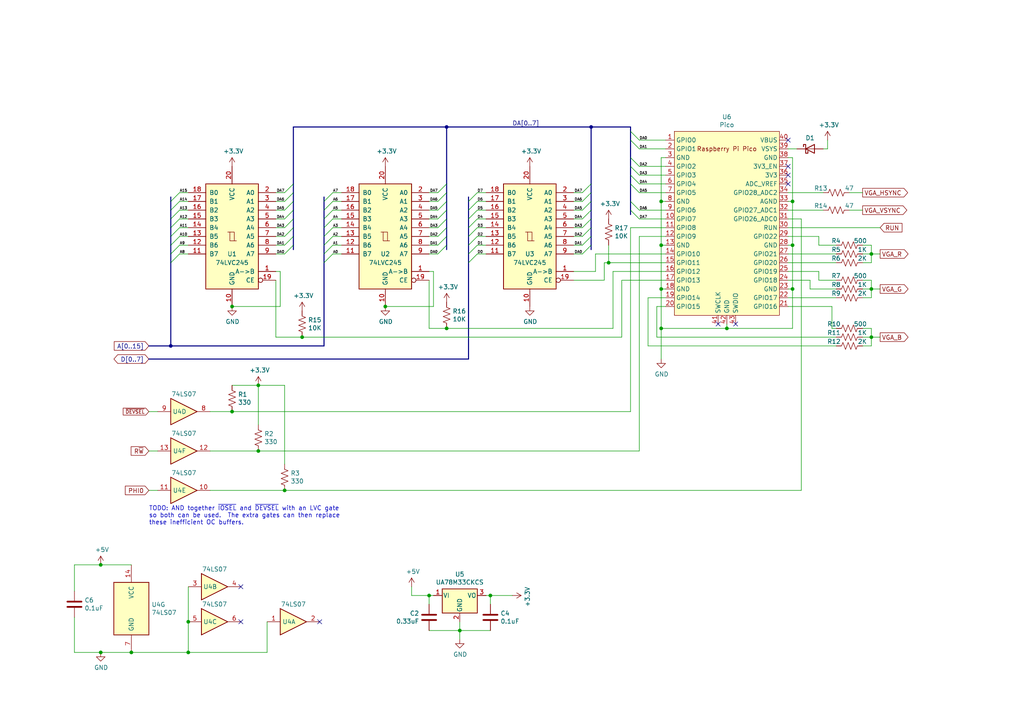
<source format=kicad_sch>
(kicad_sch (version 20211123) (generator eeschema)

  (uuid 60defa23-af93-46ed-9b9f-ea1f209c093b)

  (paper "A4")

  (title_block
    (title "Apple II VGA Card")
    (date "2021-12-13")
    (rev "A")
    (comment 1 "Licensed under CERN-OHL-P V2.0 (https://ohwr.org/cern_ohl_p_v2.txt)")
    (comment 2 "Copyright (c) 2021-2022 Mark Aikens")
  )

  (lib_symbols
    (symbol "74xx:74LS07" (pin_names (offset 1.016)) (in_bom yes) (on_board yes)
      (property "Reference" "U" (id 0) (at 0 1.27 0)
        (effects (font (size 1.27 1.27)))
      )
      (property "Value" "74LS07" (id 1) (at 0 -1.27 0)
        (effects (font (size 1.27 1.27)))
      )
      (property "Footprint" "" (id 2) (at 0 0 0)
        (effects (font (size 1.27 1.27)) hide)
      )
      (property "Datasheet" "www.ti.com/lit/ds/symlink/sn74ls07.pdf" (id 3) (at 0 0 0)
        (effects (font (size 1.27 1.27)) hide)
      )
      (property "ki_locked" "" (id 4) (at 0 0 0)
        (effects (font (size 1.27 1.27)))
      )
      (property "ki_keywords" "TTL hex buffer OpenCol" (id 5) (at 0 0 0)
        (effects (font (size 1.27 1.27)) hide)
      )
      (property "ki_description" "Hex Buffers and Drivers With Open Collector High Voltage Outputs" (id 6) (at 0 0 0)
        (effects (font (size 1.27 1.27)) hide)
      )
      (property "ki_fp_filters" "SOIC*3.9x8.7mm*P1.27mm* TSSOP*4.4x5mm*P0.65mm* DIP*W7.62mm*" (id 7) (at 0 0 0)
        (effects (font (size 1.27 1.27)) hide)
      )
      (symbol "74LS07_1_0"
        (polyline
          (pts
            (xy -3.81 3.81)
            (xy -3.81 -3.81)
            (xy 3.81 0)
            (xy -3.81 3.81)
          )
          (stroke (width 0.254) (type default) (color 0 0 0 0))
          (fill (type background))
        )
        (pin input line (at -7.62 0 0) (length 3.81)
          (name "~" (effects (font (size 1.27 1.27))))
          (number "1" (effects (font (size 1.27 1.27))))
        )
        (pin open_collector line (at 7.62 0 180) (length 3.81)
          (name "~" (effects (font (size 1.27 1.27))))
          (number "2" (effects (font (size 1.27 1.27))))
        )
      )
      (symbol "74LS07_2_0"
        (polyline
          (pts
            (xy -3.81 3.81)
            (xy -3.81 -3.81)
            (xy 3.81 0)
            (xy -3.81 3.81)
          )
          (stroke (width 0.254) (type default) (color 0 0 0 0))
          (fill (type background))
        )
        (pin input line (at -7.62 0 0) (length 3.81)
          (name "~" (effects (font (size 1.27 1.27))))
          (number "3" (effects (font (size 1.27 1.27))))
        )
        (pin open_collector line (at 7.62 0 180) (length 3.81)
          (name "~" (effects (font (size 1.27 1.27))))
          (number "4" (effects (font (size 1.27 1.27))))
        )
      )
      (symbol "74LS07_3_0"
        (polyline
          (pts
            (xy -3.81 3.81)
            (xy -3.81 -3.81)
            (xy 3.81 0)
            (xy -3.81 3.81)
          )
          (stroke (width 0.254) (type default) (color 0 0 0 0))
          (fill (type background))
        )
        (pin input line (at -7.62 0 0) (length 3.81)
          (name "~" (effects (font (size 1.27 1.27))))
          (number "5" (effects (font (size 1.27 1.27))))
        )
        (pin open_collector line (at 7.62 0 180) (length 3.81)
          (name "~" (effects (font (size 1.27 1.27))))
          (number "6" (effects (font (size 1.27 1.27))))
        )
      )
      (symbol "74LS07_4_0"
        (polyline
          (pts
            (xy -3.81 3.81)
            (xy -3.81 -3.81)
            (xy 3.81 0)
            (xy -3.81 3.81)
          )
          (stroke (width 0.254) (type default) (color 0 0 0 0))
          (fill (type background))
        )
        (pin open_collector line (at 7.62 0 180) (length 3.81)
          (name "~" (effects (font (size 1.27 1.27))))
          (number "8" (effects (font (size 1.27 1.27))))
        )
        (pin input line (at -7.62 0 0) (length 3.81)
          (name "~" (effects (font (size 1.27 1.27))))
          (number "9" (effects (font (size 1.27 1.27))))
        )
      )
      (symbol "74LS07_5_0"
        (polyline
          (pts
            (xy -3.81 3.81)
            (xy -3.81 -3.81)
            (xy 3.81 0)
            (xy -3.81 3.81)
          )
          (stroke (width 0.254) (type default) (color 0 0 0 0))
          (fill (type background))
        )
        (pin open_collector line (at 7.62 0 180) (length 3.81)
          (name "~" (effects (font (size 1.27 1.27))))
          (number "10" (effects (font (size 1.27 1.27))))
        )
        (pin input line (at -7.62 0 0) (length 3.81)
          (name "~" (effects (font (size 1.27 1.27))))
          (number "11" (effects (font (size 1.27 1.27))))
        )
      )
      (symbol "74LS07_6_0"
        (polyline
          (pts
            (xy -3.81 3.81)
            (xy -3.81 -3.81)
            (xy 3.81 0)
            (xy -3.81 3.81)
          )
          (stroke (width 0.254) (type default) (color 0 0 0 0))
          (fill (type background))
        )
        (pin open_collector line (at 7.62 0 180) (length 3.81)
          (name "~" (effects (font (size 1.27 1.27))))
          (number "12" (effects (font (size 1.27 1.27))))
        )
        (pin input line (at -7.62 0 0) (length 3.81)
          (name "~" (effects (font (size 1.27 1.27))))
          (number "13" (effects (font (size 1.27 1.27))))
        )
      )
      (symbol "74LS07_7_0"
        (pin power_in line (at 0 12.7 270) (length 5.08)
          (name "VCC" (effects (font (size 1.27 1.27))))
          (number "14" (effects (font (size 1.27 1.27))))
        )
        (pin power_in line (at 0 -12.7 90) (length 5.08)
          (name "GND" (effects (font (size 1.27 1.27))))
          (number "7" (effects (font (size 1.27 1.27))))
        )
      )
      (symbol "74LS07_7_1"
        (rectangle (start -5.08 7.62) (end 5.08 -7.62)
          (stroke (width 0.254) (type default) (color 0 0 0 0))
          (fill (type background))
        )
      )
    )
    (symbol "74xx:74LS245" (pin_names (offset 1.016)) (in_bom yes) (on_board yes)
      (property "Reference" "U" (id 0) (at -7.62 16.51 0)
        (effects (font (size 1.27 1.27)))
      )
      (property "Value" "74LS245" (id 1) (at -7.62 -16.51 0)
        (effects (font (size 1.27 1.27)))
      )
      (property "Footprint" "" (id 2) (at 0 0 0)
        (effects (font (size 1.27 1.27)) hide)
      )
      (property "Datasheet" "http://www.ti.com/lit/gpn/sn74LS245" (id 3) (at 0 0 0)
        (effects (font (size 1.27 1.27)) hide)
      )
      (property "ki_locked" "" (id 4) (at 0 0 0)
        (effects (font (size 1.27 1.27)))
      )
      (property "ki_keywords" "TTL BUS 3State" (id 5) (at 0 0 0)
        (effects (font (size 1.27 1.27)) hide)
      )
      (property "ki_description" "Octal BUS Transceivers, 3-State outputs" (id 6) (at 0 0 0)
        (effects (font (size 1.27 1.27)) hide)
      )
      (property "ki_fp_filters" "DIP?20*" (id 7) (at 0 0 0)
        (effects (font (size 1.27 1.27)) hide)
      )
      (symbol "74LS245_1_0"
        (polyline
          (pts
            (xy -0.635 -1.27)
            (xy -0.635 1.27)
            (xy 0.635 1.27)
          )
          (stroke (width 0) (type default) (color 0 0 0 0))
          (fill (type none))
        )
        (polyline
          (pts
            (xy -1.27 -1.27)
            (xy 0.635 -1.27)
            (xy 0.635 1.27)
            (xy 1.27 1.27)
          )
          (stroke (width 0) (type default) (color 0 0 0 0))
          (fill (type none))
        )
        (pin input line (at -12.7 -10.16 0) (length 5.08)
          (name "A->B" (effects (font (size 1.27 1.27))))
          (number "1" (effects (font (size 1.27 1.27))))
        )
        (pin power_in line (at 0 -20.32 90) (length 5.08)
          (name "GND" (effects (font (size 1.27 1.27))))
          (number "10" (effects (font (size 1.27 1.27))))
        )
        (pin tri_state line (at 12.7 -5.08 180) (length 5.08)
          (name "B7" (effects (font (size 1.27 1.27))))
          (number "11" (effects (font (size 1.27 1.27))))
        )
        (pin tri_state line (at 12.7 -2.54 180) (length 5.08)
          (name "B6" (effects (font (size 1.27 1.27))))
          (number "12" (effects (font (size 1.27 1.27))))
        )
        (pin tri_state line (at 12.7 0 180) (length 5.08)
          (name "B5" (effects (font (size 1.27 1.27))))
          (number "13" (effects (font (size 1.27 1.27))))
        )
        (pin tri_state line (at 12.7 2.54 180) (length 5.08)
          (name "B4" (effects (font (size 1.27 1.27))))
          (number "14" (effects (font (size 1.27 1.27))))
        )
        (pin tri_state line (at 12.7 5.08 180) (length 5.08)
          (name "B3" (effects (font (size 1.27 1.27))))
          (number "15" (effects (font (size 1.27 1.27))))
        )
        (pin tri_state line (at 12.7 7.62 180) (length 5.08)
          (name "B2" (effects (font (size 1.27 1.27))))
          (number "16" (effects (font (size 1.27 1.27))))
        )
        (pin tri_state line (at 12.7 10.16 180) (length 5.08)
          (name "B1" (effects (font (size 1.27 1.27))))
          (number "17" (effects (font (size 1.27 1.27))))
        )
        (pin tri_state line (at 12.7 12.7 180) (length 5.08)
          (name "B0" (effects (font (size 1.27 1.27))))
          (number "18" (effects (font (size 1.27 1.27))))
        )
        (pin input inverted (at -12.7 -12.7 0) (length 5.08)
          (name "CE" (effects (font (size 1.27 1.27))))
          (number "19" (effects (font (size 1.27 1.27))))
        )
        (pin tri_state line (at -12.7 12.7 0) (length 5.08)
          (name "A0" (effects (font (size 1.27 1.27))))
          (number "2" (effects (font (size 1.27 1.27))))
        )
        (pin power_in line (at 0 20.32 270) (length 5.08)
          (name "VCC" (effects (font (size 1.27 1.27))))
          (number "20" (effects (font (size 1.27 1.27))))
        )
        (pin tri_state line (at -12.7 10.16 0) (length 5.08)
          (name "A1" (effects (font (size 1.27 1.27))))
          (number "3" (effects (font (size 1.27 1.27))))
        )
        (pin tri_state line (at -12.7 7.62 0) (length 5.08)
          (name "A2" (effects (font (size 1.27 1.27))))
          (number "4" (effects (font (size 1.27 1.27))))
        )
        (pin tri_state line (at -12.7 5.08 0) (length 5.08)
          (name "A3" (effects (font (size 1.27 1.27))))
          (number "5" (effects (font (size 1.27 1.27))))
        )
        (pin tri_state line (at -12.7 2.54 0) (length 5.08)
          (name "A4" (effects (font (size 1.27 1.27))))
          (number "6" (effects (font (size 1.27 1.27))))
        )
        (pin tri_state line (at -12.7 0 0) (length 5.08)
          (name "A5" (effects (font (size 1.27 1.27))))
          (number "7" (effects (font (size 1.27 1.27))))
        )
        (pin tri_state line (at -12.7 -2.54 0) (length 5.08)
          (name "A6" (effects (font (size 1.27 1.27))))
          (number "8" (effects (font (size 1.27 1.27))))
        )
        (pin tri_state line (at -12.7 -5.08 0) (length 5.08)
          (name "A7" (effects (font (size 1.27 1.27))))
          (number "9" (effects (font (size 1.27 1.27))))
        )
      )
      (symbol "74LS245_1_1"
        (rectangle (start -7.62 15.24) (end 7.62 -15.24)
          (stroke (width 0.254) (type default) (color 0 0 0 0))
          (fill (type background))
        )
      )
    )
    (symbol "Device:C" (pin_numbers hide) (pin_names (offset 0.254)) (in_bom yes) (on_board yes)
      (property "Reference" "C" (id 0) (at 0.635 2.54 0)
        (effects (font (size 1.27 1.27)) (justify left))
      )
      (property "Value" "C" (id 1) (at 0.635 -2.54 0)
        (effects (font (size 1.27 1.27)) (justify left))
      )
      (property "Footprint" "" (id 2) (at 0.9652 -3.81 0)
        (effects (font (size 1.27 1.27)) hide)
      )
      (property "Datasheet" "~" (id 3) (at 0 0 0)
        (effects (font (size 1.27 1.27)) hide)
      )
      (property "ki_keywords" "cap capacitor" (id 4) (at 0 0 0)
        (effects (font (size 1.27 1.27)) hide)
      )
      (property "ki_description" "Unpolarized capacitor" (id 5) (at 0 0 0)
        (effects (font (size 1.27 1.27)) hide)
      )
      (property "ki_fp_filters" "C_*" (id 6) (at 0 0 0)
        (effects (font (size 1.27 1.27)) hide)
      )
      (symbol "C_0_1"
        (polyline
          (pts
            (xy -2.032 -0.762)
            (xy 2.032 -0.762)
          )
          (stroke (width 0.508) (type default) (color 0 0 0 0))
          (fill (type none))
        )
        (polyline
          (pts
            (xy -2.032 0.762)
            (xy 2.032 0.762)
          )
          (stroke (width 0.508) (type default) (color 0 0 0 0))
          (fill (type none))
        )
      )
      (symbol "C_1_1"
        (pin passive line (at 0 3.81 270) (length 2.794)
          (name "~" (effects (font (size 1.27 1.27))))
          (number "1" (effects (font (size 1.27 1.27))))
        )
        (pin passive line (at 0 -3.81 90) (length 2.794)
          (name "~" (effects (font (size 1.27 1.27))))
          (number "2" (effects (font (size 1.27 1.27))))
        )
      )
    )
    (symbol "Device:D_Schottky" (pin_numbers hide) (pin_names (offset 1.016) hide) (in_bom yes) (on_board yes)
      (property "Reference" "D" (id 0) (at 0 2.54 0)
        (effects (font (size 1.27 1.27)))
      )
      (property "Value" "D_Schottky" (id 1) (at 0 -2.54 0)
        (effects (font (size 1.27 1.27)))
      )
      (property "Footprint" "" (id 2) (at 0 0 0)
        (effects (font (size 1.27 1.27)) hide)
      )
      (property "Datasheet" "~" (id 3) (at 0 0 0)
        (effects (font (size 1.27 1.27)) hide)
      )
      (property "ki_keywords" "diode Schottky" (id 4) (at 0 0 0)
        (effects (font (size 1.27 1.27)) hide)
      )
      (property "ki_description" "Schottky diode" (id 5) (at 0 0 0)
        (effects (font (size 1.27 1.27)) hide)
      )
      (property "ki_fp_filters" "TO-???* *_Diode_* *SingleDiode* D_*" (id 6) (at 0 0 0)
        (effects (font (size 1.27 1.27)) hide)
      )
      (symbol "D_Schottky_0_1"
        (polyline
          (pts
            (xy 1.27 0)
            (xy -1.27 0)
          )
          (stroke (width 0) (type default) (color 0 0 0 0))
          (fill (type none))
        )
        (polyline
          (pts
            (xy 1.27 1.27)
            (xy 1.27 -1.27)
            (xy -1.27 0)
            (xy 1.27 1.27)
          )
          (stroke (width 0.254) (type default) (color 0 0 0 0))
          (fill (type none))
        )
        (polyline
          (pts
            (xy -1.905 0.635)
            (xy -1.905 1.27)
            (xy -1.27 1.27)
            (xy -1.27 -1.27)
            (xy -0.635 -1.27)
            (xy -0.635 -0.635)
          )
          (stroke (width 0.254) (type default) (color 0 0 0 0))
          (fill (type none))
        )
      )
      (symbol "D_Schottky_1_1"
        (pin passive line (at -3.81 0 0) (length 2.54)
          (name "K" (effects (font (size 1.27 1.27))))
          (number "1" (effects (font (size 1.27 1.27))))
        )
        (pin passive line (at 3.81 0 180) (length 2.54)
          (name "A" (effects (font (size 1.27 1.27))))
          (number "2" (effects (font (size 1.27 1.27))))
        )
      )
    )
    (symbol "Device:R_US" (pin_numbers hide) (pin_names (offset 0)) (in_bom yes) (on_board yes)
      (property "Reference" "R" (id 0) (at 2.54 0 90)
        (effects (font (size 1.27 1.27)))
      )
      (property "Value" "R_US" (id 1) (at -2.54 0 90)
        (effects (font (size 1.27 1.27)))
      )
      (property "Footprint" "" (id 2) (at 1.016 -0.254 90)
        (effects (font (size 1.27 1.27)) hide)
      )
      (property "Datasheet" "~" (id 3) (at 0 0 0)
        (effects (font (size 1.27 1.27)) hide)
      )
      (property "ki_keywords" "R res resistor" (id 4) (at 0 0 0)
        (effects (font (size 1.27 1.27)) hide)
      )
      (property "ki_description" "Resistor, US symbol" (id 5) (at 0 0 0)
        (effects (font (size 1.27 1.27)) hide)
      )
      (property "ki_fp_filters" "R_*" (id 6) (at 0 0 0)
        (effects (font (size 1.27 1.27)) hide)
      )
      (symbol "R_US_0_1"
        (polyline
          (pts
            (xy 0 -2.286)
            (xy 0 -2.54)
          )
          (stroke (width 0) (type default) (color 0 0 0 0))
          (fill (type none))
        )
        (polyline
          (pts
            (xy 0 2.286)
            (xy 0 2.54)
          )
          (stroke (width 0) (type default) (color 0 0 0 0))
          (fill (type none))
        )
        (polyline
          (pts
            (xy 0 -0.762)
            (xy 1.016 -1.143)
            (xy 0 -1.524)
            (xy -1.016 -1.905)
            (xy 0 -2.286)
          )
          (stroke (width 0) (type default) (color 0 0 0 0))
          (fill (type none))
        )
        (polyline
          (pts
            (xy 0 0.762)
            (xy 1.016 0.381)
            (xy 0 0)
            (xy -1.016 -0.381)
            (xy 0 -0.762)
          )
          (stroke (width 0) (type default) (color 0 0 0 0))
          (fill (type none))
        )
        (polyline
          (pts
            (xy 0 2.286)
            (xy 1.016 1.905)
            (xy 0 1.524)
            (xy -1.016 1.143)
            (xy 0 0.762)
          )
          (stroke (width 0) (type default) (color 0 0 0 0))
          (fill (type none))
        )
      )
      (symbol "R_US_1_1"
        (pin passive line (at 0 3.81 270) (length 1.27)
          (name "~" (effects (font (size 1.27 1.27))))
          (number "1" (effects (font (size 1.27 1.27))))
        )
        (pin passive line (at 0 -3.81 90) (length 1.27)
          (name "~" (effects (font (size 1.27 1.27))))
          (number "2" (effects (font (size 1.27 1.27))))
        )
      )
    )
    (symbol "MCU_RaspberryPi_and_Boards:Pico" (in_bom yes) (on_board yes)
      (property "Reference" "U" (id 0) (at -13.97 27.94 0)
        (effects (font (size 1.27 1.27)))
      )
      (property "Value" "Pico" (id 1) (at 0 19.05 0)
        (effects (font (size 1.27 1.27)))
      )
      (property "Footprint" "RPi_Pico:RPi_Pico_SMD_TH" (id 2) (at 0 0 90)
        (effects (font (size 1.27 1.27)) hide)
      )
      (property "Datasheet" "" (id 3) (at 0 0 0)
        (effects (font (size 1.27 1.27)) hide)
      )
      (symbol "Pico_0_0"
        (text "Raspberry Pi Pico" (at 0 21.59 0)
          (effects (font (size 1.27 1.27)))
        )
      )
      (symbol "Pico_0_1"
        (rectangle (start -15.24 26.67) (end 15.24 -26.67)
          (stroke (width 0) (type default) (color 0 0 0 0))
          (fill (type background))
        )
      )
      (symbol "Pico_1_1"
        (pin bidirectional line (at -17.78 24.13 0) (length 2.54)
          (name "GPIO0" (effects (font (size 1.27 1.27))))
          (number "1" (effects (font (size 1.27 1.27))))
        )
        (pin bidirectional line (at -17.78 1.27 0) (length 2.54)
          (name "GPIO7" (effects (font (size 1.27 1.27))))
          (number "10" (effects (font (size 1.27 1.27))))
        )
        (pin bidirectional line (at -17.78 -1.27 0) (length 2.54)
          (name "GPIO8" (effects (font (size 1.27 1.27))))
          (number "11" (effects (font (size 1.27 1.27))))
        )
        (pin bidirectional line (at -17.78 -3.81 0) (length 2.54)
          (name "GPIO9" (effects (font (size 1.27 1.27))))
          (number "12" (effects (font (size 1.27 1.27))))
        )
        (pin power_in line (at -17.78 -6.35 0) (length 2.54)
          (name "GND" (effects (font (size 1.27 1.27))))
          (number "13" (effects (font (size 1.27 1.27))))
        )
        (pin bidirectional line (at -17.78 -8.89 0) (length 2.54)
          (name "GPIO10" (effects (font (size 1.27 1.27))))
          (number "14" (effects (font (size 1.27 1.27))))
        )
        (pin bidirectional line (at -17.78 -11.43 0) (length 2.54)
          (name "GPIO11" (effects (font (size 1.27 1.27))))
          (number "15" (effects (font (size 1.27 1.27))))
        )
        (pin bidirectional line (at -17.78 -13.97 0) (length 2.54)
          (name "GPIO12" (effects (font (size 1.27 1.27))))
          (number "16" (effects (font (size 1.27 1.27))))
        )
        (pin bidirectional line (at -17.78 -16.51 0) (length 2.54)
          (name "GPIO13" (effects (font (size 1.27 1.27))))
          (number "17" (effects (font (size 1.27 1.27))))
        )
        (pin power_in line (at -17.78 -19.05 0) (length 2.54)
          (name "GND" (effects (font (size 1.27 1.27))))
          (number "18" (effects (font (size 1.27 1.27))))
        )
        (pin bidirectional line (at -17.78 -21.59 0) (length 2.54)
          (name "GPIO14" (effects (font (size 1.27 1.27))))
          (number "19" (effects (font (size 1.27 1.27))))
        )
        (pin bidirectional line (at -17.78 21.59 0) (length 2.54)
          (name "GPIO1" (effects (font (size 1.27 1.27))))
          (number "2" (effects (font (size 1.27 1.27))))
        )
        (pin bidirectional line (at -17.78 -24.13 0) (length 2.54)
          (name "GPIO15" (effects (font (size 1.27 1.27))))
          (number "20" (effects (font (size 1.27 1.27))))
        )
        (pin bidirectional line (at 17.78 -24.13 180) (length 2.54)
          (name "GPIO16" (effects (font (size 1.27 1.27))))
          (number "21" (effects (font (size 1.27 1.27))))
        )
        (pin bidirectional line (at 17.78 -21.59 180) (length 2.54)
          (name "GPIO17" (effects (font (size 1.27 1.27))))
          (number "22" (effects (font (size 1.27 1.27))))
        )
        (pin power_in line (at 17.78 -19.05 180) (length 2.54)
          (name "GND" (effects (font (size 1.27 1.27))))
          (number "23" (effects (font (size 1.27 1.27))))
        )
        (pin bidirectional line (at 17.78 -16.51 180) (length 2.54)
          (name "GPIO18" (effects (font (size 1.27 1.27))))
          (number "24" (effects (font (size 1.27 1.27))))
        )
        (pin bidirectional line (at 17.78 -13.97 180) (length 2.54)
          (name "GPIO19" (effects (font (size 1.27 1.27))))
          (number "25" (effects (font (size 1.27 1.27))))
        )
        (pin bidirectional line (at 17.78 -11.43 180) (length 2.54)
          (name "GPIO20" (effects (font (size 1.27 1.27))))
          (number "26" (effects (font (size 1.27 1.27))))
        )
        (pin bidirectional line (at 17.78 -8.89 180) (length 2.54)
          (name "GPIO21" (effects (font (size 1.27 1.27))))
          (number "27" (effects (font (size 1.27 1.27))))
        )
        (pin power_in line (at 17.78 -6.35 180) (length 2.54)
          (name "GND" (effects (font (size 1.27 1.27))))
          (number "28" (effects (font (size 1.27 1.27))))
        )
        (pin bidirectional line (at 17.78 -3.81 180) (length 2.54)
          (name "GPIO22" (effects (font (size 1.27 1.27))))
          (number "29" (effects (font (size 1.27 1.27))))
        )
        (pin power_in line (at -17.78 19.05 0) (length 2.54)
          (name "GND" (effects (font (size 1.27 1.27))))
          (number "3" (effects (font (size 1.27 1.27))))
        )
        (pin input line (at 17.78 -1.27 180) (length 2.54)
          (name "RUN" (effects (font (size 1.27 1.27))))
          (number "30" (effects (font (size 1.27 1.27))))
        )
        (pin bidirectional line (at 17.78 1.27 180) (length 2.54)
          (name "GPIO26_ADC0" (effects (font (size 1.27 1.27))))
          (number "31" (effects (font (size 1.27 1.27))))
        )
        (pin bidirectional line (at 17.78 3.81 180) (length 2.54)
          (name "GPIO27_ADC1" (effects (font (size 1.27 1.27))))
          (number "32" (effects (font (size 1.27 1.27))))
        )
        (pin power_in line (at 17.78 6.35 180) (length 2.54)
          (name "AGND" (effects (font (size 1.27 1.27))))
          (number "33" (effects (font (size 1.27 1.27))))
        )
        (pin bidirectional line (at 17.78 8.89 180) (length 2.54)
          (name "GPIO28_ADC2" (effects (font (size 1.27 1.27))))
          (number "34" (effects (font (size 1.27 1.27))))
        )
        (pin power_in line (at 17.78 11.43 180) (length 2.54)
          (name "ADC_VREF" (effects (font (size 1.27 1.27))))
          (number "35" (effects (font (size 1.27 1.27))))
        )
        (pin power_in line (at 17.78 13.97 180) (length 2.54)
          (name "3V3" (effects (font (size 1.27 1.27))))
          (number "36" (effects (font (size 1.27 1.27))))
        )
        (pin input line (at 17.78 16.51 180) (length 2.54)
          (name "3V3_EN" (effects (font (size 1.27 1.27))))
          (number "37" (effects (font (size 1.27 1.27))))
        )
        (pin bidirectional line (at 17.78 19.05 180) (length 2.54)
          (name "GND" (effects (font (size 1.27 1.27))))
          (number "38" (effects (font (size 1.27 1.27))))
        )
        (pin power_in line (at 17.78 21.59 180) (length 2.54)
          (name "VSYS" (effects (font (size 1.27 1.27))))
          (number "39" (effects (font (size 1.27 1.27))))
        )
        (pin bidirectional line (at -17.78 16.51 0) (length 2.54)
          (name "GPIO2" (effects (font (size 1.27 1.27))))
          (number "4" (effects (font (size 1.27 1.27))))
        )
        (pin power_in line (at 17.78 24.13 180) (length 2.54)
          (name "VBUS" (effects (font (size 1.27 1.27))))
          (number "40" (effects (font (size 1.27 1.27))))
        )
        (pin input line (at -2.54 -29.21 90) (length 2.54)
          (name "SWCLK" (effects (font (size 1.27 1.27))))
          (number "41" (effects (font (size 1.27 1.27))))
        )
        (pin power_in line (at 0 -29.21 90) (length 2.54)
          (name "GND" (effects (font (size 1.27 1.27))))
          (number "42" (effects (font (size 1.27 1.27))))
        )
        (pin bidirectional line (at 2.54 -29.21 90) (length 2.54)
          (name "SWDIO" (effects (font (size 1.27 1.27))))
          (number "43" (effects (font (size 1.27 1.27))))
        )
        (pin bidirectional line (at -17.78 13.97 0) (length 2.54)
          (name "GPIO3" (effects (font (size 1.27 1.27))))
          (number "5" (effects (font (size 1.27 1.27))))
        )
        (pin bidirectional line (at -17.78 11.43 0) (length 2.54)
          (name "GPIO4" (effects (font (size 1.27 1.27))))
          (number "6" (effects (font (size 1.27 1.27))))
        )
        (pin bidirectional line (at -17.78 8.89 0) (length 2.54)
          (name "GPIO5" (effects (font (size 1.27 1.27))))
          (number "7" (effects (font (size 1.27 1.27))))
        )
        (pin power_in line (at -17.78 6.35 0) (length 2.54)
          (name "GND" (effects (font (size 1.27 1.27))))
          (number "8" (effects (font (size 1.27 1.27))))
        )
        (pin bidirectional line (at -17.78 3.81 0) (length 2.54)
          (name "GPIO6" (effects (font (size 1.27 1.27))))
          (number "9" (effects (font (size 1.27 1.27))))
        )
      )
    )
    (symbol "Regulator_Linear:LF33_TO220" (pin_names (offset 0.254)) (in_bom yes) (on_board yes)
      (property "Reference" "U" (id 0) (at -3.81 3.175 0)
        (effects (font (size 1.27 1.27)))
      )
      (property "Value" "LF33_TO220" (id 1) (at 0 3.175 0)
        (effects (font (size 1.27 1.27)) (justify left))
      )
      (property "Footprint" "Package_TO_SOT_THT:TO-220-3_Vertical" (id 2) (at 0 5.715 0)
        (effects (font (size 1.27 1.27) italic) hide)
      )
      (property "Datasheet" "http://www.st.com/content/ccc/resource/technical/document/datasheet/c4/0e/7e/2a/be/bc/4c/bd/CD00000546.pdf/files/CD00000546.pdf/jcr:content/translations/en.CD00000546.pdf" (id 3) (at 0 -1.27 0)
        (effects (font (size 1.27 1.27)) hide)
      )
      (property "ki_keywords" "LDO regulator voltage" (id 4) (at 0 0 0)
        (effects (font (size 1.27 1.27)) hide)
      )
      (property "ki_description" "Low-drop Voltage Regulator, Io up to 500mA, Fixed Vo 3.3V, TO-220" (id 5) (at 0 0 0)
        (effects (font (size 1.27 1.27)) hide)
      )
      (property "ki_fp_filters" "TO?220*" (id 6) (at 0 0 0)
        (effects (font (size 1.27 1.27)) hide)
      )
      (symbol "LF33_TO220_0_1"
        (rectangle (start -5.08 1.905) (end 5.08 -5.08)
          (stroke (width 0.254) (type default) (color 0 0 0 0))
          (fill (type background))
        )
      )
      (symbol "LF33_TO220_1_1"
        (pin power_in line (at -7.62 0 0) (length 2.54)
          (name "VI" (effects (font (size 1.27 1.27))))
          (number "1" (effects (font (size 1.27 1.27))))
        )
        (pin power_in line (at 0 -7.62 90) (length 2.54)
          (name "GND" (effects (font (size 1.27 1.27))))
          (number "2" (effects (font (size 1.27 1.27))))
        )
        (pin power_out line (at 7.62 0 180) (length 2.54)
          (name "VO" (effects (font (size 1.27 1.27))))
          (number "3" (effects (font (size 1.27 1.27))))
        )
      )
    )
    (symbol "power:+3.3V" (power) (pin_names (offset 0)) (in_bom yes) (on_board yes)
      (property "Reference" "#PWR" (id 0) (at 0 -3.81 0)
        (effects (font (size 1.27 1.27)) hide)
      )
      (property "Value" "+3.3V" (id 1) (at 0 3.556 0)
        (effects (font (size 1.27 1.27)))
      )
      (property "Footprint" "" (id 2) (at 0 0 0)
        (effects (font (size 1.27 1.27)) hide)
      )
      (property "Datasheet" "" (id 3) (at 0 0 0)
        (effects (font (size 1.27 1.27)) hide)
      )
      (property "ki_keywords" "power-flag" (id 4) (at 0 0 0)
        (effects (font (size 1.27 1.27)) hide)
      )
      (property "ki_description" "Power symbol creates a global label with name \"+3.3V\"" (id 5) (at 0 0 0)
        (effects (font (size 1.27 1.27)) hide)
      )
      (symbol "+3.3V_0_1"
        (polyline
          (pts
            (xy -0.762 1.27)
            (xy 0 2.54)
          )
          (stroke (width 0) (type default) (color 0 0 0 0))
          (fill (type none))
        )
        (polyline
          (pts
            (xy 0 0)
            (xy 0 2.54)
          )
          (stroke (width 0) (type default) (color 0 0 0 0))
          (fill (type none))
        )
        (polyline
          (pts
            (xy 0 2.54)
            (xy 0.762 1.27)
          )
          (stroke (width 0) (type default) (color 0 0 0 0))
          (fill (type none))
        )
      )
      (symbol "+3.3V_1_1"
        (pin power_in line (at 0 0 90) (length 0) hide
          (name "+3.3V" (effects (font (size 1.27 1.27))))
          (number "1" (effects (font (size 1.27 1.27))))
        )
      )
    )
    (symbol "power:+5V" (power) (pin_names (offset 0)) (in_bom yes) (on_board yes)
      (property "Reference" "#PWR" (id 0) (at 0 -3.81 0)
        (effects (font (size 1.27 1.27)) hide)
      )
      (property "Value" "+5V" (id 1) (at 0 3.556 0)
        (effects (font (size 1.27 1.27)))
      )
      (property "Footprint" "" (id 2) (at 0 0 0)
        (effects (font (size 1.27 1.27)) hide)
      )
      (property "Datasheet" "" (id 3) (at 0 0 0)
        (effects (font (size 1.27 1.27)) hide)
      )
      (property "ki_keywords" "power-flag" (id 4) (at 0 0 0)
        (effects (font (size 1.27 1.27)) hide)
      )
      (property "ki_description" "Power symbol creates a global label with name \"+5V\"" (id 5) (at 0 0 0)
        (effects (font (size 1.27 1.27)) hide)
      )
      (symbol "+5V_0_1"
        (polyline
          (pts
            (xy -0.762 1.27)
            (xy 0 2.54)
          )
          (stroke (width 0) (type default) (color 0 0 0 0))
          (fill (type none))
        )
        (polyline
          (pts
            (xy 0 0)
            (xy 0 2.54)
          )
          (stroke (width 0) (type default) (color 0 0 0 0))
          (fill (type none))
        )
        (polyline
          (pts
            (xy 0 2.54)
            (xy 0.762 1.27)
          )
          (stroke (width 0) (type default) (color 0 0 0 0))
          (fill (type none))
        )
      )
      (symbol "+5V_1_1"
        (pin power_in line (at 0 0 90) (length 0) hide
          (name "+5V" (effects (font (size 1.27 1.27))))
          (number "1" (effects (font (size 1.27 1.27))))
        )
      )
    )
    (symbol "power:GND" (power) (pin_names (offset 0)) (in_bom yes) (on_board yes)
      (property "Reference" "#PWR" (id 0) (at 0 -6.35 0)
        (effects (font (size 1.27 1.27)) hide)
      )
      (property "Value" "GND" (id 1) (at 0 -3.81 0)
        (effects (font (size 1.27 1.27)))
      )
      (property "Footprint" "" (id 2) (at 0 0 0)
        (effects (font (size 1.27 1.27)) hide)
      )
      (property "Datasheet" "" (id 3) (at 0 0 0)
        (effects (font (size 1.27 1.27)) hide)
      )
      (property "ki_keywords" "power-flag" (id 4) (at 0 0 0)
        (effects (font (size 1.27 1.27)) hide)
      )
      (property "ki_description" "Power symbol creates a global label with name \"GND\" , ground" (id 5) (at 0 0 0)
        (effects (font (size 1.27 1.27)) hide)
      )
      (symbol "GND_0_1"
        (polyline
          (pts
            (xy 0 0)
            (xy 0 -1.27)
            (xy 1.27 -1.27)
            (xy 0 -2.54)
            (xy -1.27 -1.27)
            (xy 0 -1.27)
          )
          (stroke (width 0) (type default) (color 0 0 0 0))
          (fill (type none))
        )
      )
      (symbol "GND_1_1"
        (pin power_in line (at 0 0 270) (length 0) hide
          (name "GND" (effects (font (size 1.27 1.27))))
          (number "1" (effects (font (size 1.27 1.27))))
        )
      )
    )
  )


  (junction (at 38.1 189.23) (diameter 0) (color 0 0 0 0)
    (uuid 10c61e8d-1b20-45f8-b5e3-5fa1be9a2977)
  )
  (junction (at 74.93 111.76) (diameter 0) (color 0 0 0 0)
    (uuid 1610e18a-7fd2-40d5-aa7b-b1147628188c)
  )
  (junction (at 67.31 88.9) (diameter 0) (color 0 0 0 0)
    (uuid 193e675f-bd13-43b5-964d-b04a229bdec1)
  )
  (junction (at 129.54 36.83) (diameter 0) (color 0 0 0 0)
    (uuid 21199f84-3a65-41e1-860b-ecb1a70cc703)
  )
  (junction (at 142.24 172.72) (diameter 0) (color 0 0 0 0)
    (uuid 2324803b-bb6e-460e-8b92-49fadf9c2492)
  )
  (junction (at 54.61 180.34) (diameter 0) (color 0 0 0 0)
    (uuid 27174de4-4f75-4216-8b81-8d779501c914)
  )
  (junction (at 49.53 100.33) (diameter 0) (color 0 0 0 0)
    (uuid 2dd3c80d-af0b-4d63-bd59-06b07e8e8fc3)
  )
  (junction (at 87.63 97.79) (diameter 0) (color 0 0 0 0)
    (uuid 3d0eb5e2-cae9-433b-8d20-f5c7d0656ae1)
  )
  (junction (at 176.53 76.2) (diameter 0) (color 0 0 0 0)
    (uuid 4e5065ed-3893-481c-8cc9-f94c803821a8)
  )
  (junction (at 191.77 58.42) (diameter 0) (color 0 0 0 0)
    (uuid 5743ce3f-c93f-4b24-8f5b-f807c24aaf82)
  )
  (junction (at 191.77 95.25) (diameter 0) (color 0 0 0 0)
    (uuid 5e674184-678f-4ee1-8b97-6804f0542d4f)
  )
  (junction (at 252.73 83.82) (diameter 0) (color 0 0 0 0)
    (uuid 697a31e2-a4fc-4a4f-a217-15cdc7ad3ec1)
  )
  (junction (at 29.21 163.83) (diameter 0) (color 0 0 0 0)
    (uuid 6b859f7b-9305-4e99-a2d1-69a057148c5d)
  )
  (junction (at 191.77 83.82) (diameter 0) (color 0 0 0 0)
    (uuid 74c37df4-f283-40ac-9e1f-e5447cb79e32)
  )
  (junction (at 191.77 71.12) (diameter 0) (color 0 0 0 0)
    (uuid 868fab2a-2502-4dbc-b778-ede4b627505a)
  )
  (junction (at 82.55 142.24) (diameter 0) (color 0 0 0 0)
    (uuid 8cc8ea66-bd20-4ee1-85cf-a50b98c3277c)
  )
  (junction (at 29.21 189.23) (diameter 0) (color 0 0 0 0)
    (uuid 9f8103b2-e3ab-4e9f-bba1-93b58ba0c3ca)
  )
  (junction (at 229.87 71.12) (diameter 0) (color 0 0 0 0)
    (uuid 9fa566ad-e0d7-4015-9bde-cf156fc3aea4)
  )
  (junction (at 229.87 58.42) (diameter 0) (color 0 0 0 0)
    (uuid aca54893-847d-4eb1-afda-6fec8e8e172e)
  )
  (junction (at 74.93 130.81) (diameter 0) (color 0 0 0 0)
    (uuid bad07d14-93ce-4a31-b856-6ad006a92156)
  )
  (junction (at 210.82 95.25) (diameter 0) (color 0 0 0 0)
    (uuid c5dbb98d-b791-45f0-9d2c-0115cafbf8ad)
  )
  (junction (at 171.45 36.83) (diameter 0) (color 0 0 0 0)
    (uuid cbc8fbaf-3eda-4398-a542-1d0c978ac87f)
  )
  (junction (at 129.54 95.25) (diameter 0) (color 0 0 0 0)
    (uuid d3f8cd0b-ace3-4c06-9b4f-0a7c123376b2)
  )
  (junction (at 124.46 172.72) (diameter 0) (color 0 0 0 0)
    (uuid d83f6d4a-5cb2-427f-9f0b-c8dc7a80e495)
  )
  (junction (at 252.73 73.66) (diameter 0) (color 0 0 0 0)
    (uuid d9dc69a8-38d0-4d0c-ba7e-070789dce667)
  )
  (junction (at 111.76 88.9) (diameter 0) (color 0 0 0 0)
    (uuid db66ee02-ea7c-4521-9356-de09a57f6a84)
  )
  (junction (at 229.87 83.82) (diameter 0) (color 0 0 0 0)
    (uuid e40da7e6-79a7-4b78-8f2d-1355770ae99a)
  )
  (junction (at 54.61 189.23) (diameter 0) (color 0 0 0 0)
    (uuid f1ee4286-cd36-404e-ac78-14d79668bc96)
  )
  (junction (at 67.31 119.38) (diameter 0) (color 0 0 0 0)
    (uuid f79a99f4-a319-4749-bb2f-062163c84f95)
  )
  (junction (at 252.73 97.79) (diameter 0) (color 0 0 0 0)
    (uuid fa6cc290-cc17-45b0-a728-5c68049c38fb)
  )
  (junction (at 133.35 182.88) (diameter 0) (color 0 0 0 0)
    (uuid fc6801ee-020e-4e04-b133-2d48d17c6037)
  )

  (no_connect (at 228.6 48.26) (uuid 284d00f6-3a6a-4d37-a5f4-405a0872699f))
  (no_connect (at 213.36 93.98) (uuid 2c9db444-c266-497d-9e0f-efa7a39348af))
  (no_connect (at 228.6 40.64) (uuid 30a7da0e-138f-419d-845b-67db22d164f5))
  (no_connect (at 69.85 180.34) (uuid 43d425c5-7756-46b2-8731-3c8095304de6))
  (no_connect (at 228.6 53.34) (uuid 494e08ea-bfdb-42c3-acf9-838d518a793a))
  (no_connect (at 92.71 180.34) (uuid 71315f72-d543-4cf9-8676-5fafbd907189))
  (no_connect (at 69.85 170.18) (uuid 7996596e-1951-474f-9388-3b714a11a429))
  (no_connect (at 208.28 93.98) (uuid 9da92a66-8866-46fc-a62f-83d6d15ba96a))
  (no_connect (at 228.6 50.8) (uuid f0e55811-dba6-4bd8-933c-74b91cdac052))

  (bus_entry (at 185.42 63.5) (size -2.54 -2.54)
    (stroke (width 0) (type default) (color 0 0 0 0))
    (uuid 028b937f-9499-4640-8a46-1f2b49f2a9b9)
  )
  (bus_entry (at 135.89 63.5) (size 2.54 -2.54)
    (stroke (width 0) (type default) (color 0 0 0 0))
    (uuid 09bcdfdf-0f29-4ffb-b909-a0d73c536d83)
  )
  (bus_entry (at 49.53 68.58) (size 2.54 -2.54)
    (stroke (width 0) (type default) (color 0 0 0 0))
    (uuid 0a4e8bf9-de55-4ff1-90ff-d0b6d35911d5)
  )
  (bus_entry (at 93.98 66.04) (size 2.54 -2.54)
    (stroke (width 0) (type default) (color 0 0 0 0))
    (uuid 0c690bbf-4ca8-4b2d-947f-b57eec18c14e)
  )
  (bus_entry (at 93.98 68.58) (size 2.54 -2.54)
    (stroke (width 0) (type default) (color 0 0 0 0))
    (uuid 0ce04c7d-e12f-447e-9f96-b5f5cff29fc4)
  )
  (bus_entry (at 185.42 48.26) (size -2.54 -2.54)
    (stroke (width 0) (type default) (color 0 0 0 0))
    (uuid 2234e6f8-d578-4057-a37d-ce51d5c597f3)
  )
  (bus_entry (at 135.89 71.12) (size 2.54 -2.54)
    (stroke (width 0) (type default) (color 0 0 0 0))
    (uuid 234247b5-aa3b-4c0c-8c43-024c788996a9)
  )
  (bus_entry (at 82.55 55.88) (size 2.54 -2.54)
    (stroke (width 0) (type default) (color 0 0 0 0))
    (uuid 28ffd024-9415-4d9c-91bc-06d4c2a05bd7)
  )
  (bus_entry (at 127 55.88) (size 2.54 -2.54)
    (stroke (width 0) (type default) (color 0 0 0 0))
    (uuid 2e23155c-1a2d-4631-8559-ba47f44215f1)
  )
  (bus_entry (at 49.53 63.5) (size 2.54 -2.54)
    (stroke (width 0) (type default) (color 0 0 0 0))
    (uuid 340e7ddb-87ed-4274-b4d2-7ee4f9e5b9d7)
  )
  (bus_entry (at 127 63.5) (size 2.54 -2.54)
    (stroke (width 0) (type default) (color 0 0 0 0))
    (uuid 35a2d670-58aa-42a7-953b-92ef8e472bc9)
  )
  (bus_entry (at 93.98 58.42) (size 2.54 -2.54)
    (stroke (width 0) (type default) (color 0 0 0 0))
    (uuid 38a93d1b-33e5-4fcf-8b73-6f391e08fc8e)
  )
  (bus_entry (at 185.42 40.64) (size -2.54 -2.54)
    (stroke (width 0) (type default) (color 0 0 0 0))
    (uuid 3d2f6d1b-dd7d-457a-9fdd-69285652bbaf)
  )
  (bus_entry (at 185.42 55.88) (size -2.54 -2.54)
    (stroke (width 0) (type default) (color 0 0 0 0))
    (uuid 4ac3e6b0-3fc1-415a-98d7-9708feed9379)
  )
  (bus_entry (at 135.89 66.04) (size 2.54 -2.54)
    (stroke (width 0) (type default) (color 0 0 0 0))
    (uuid 4ea9dffa-10d5-49a8-a0cc-f6b415f2543d)
  )
  (bus_entry (at 127 68.58) (size 2.54 -2.54)
    (stroke (width 0) (type default) (color 0 0 0 0))
    (uuid 515f17ab-fa61-4f23-b559-da439ac49c30)
  )
  (bus_entry (at 93.98 73.66) (size 2.54 -2.54)
    (stroke (width 0) (type default) (color 0 0 0 0))
    (uuid 548804dd-80a1-44d2-ae55-2878ef661ce1)
  )
  (bus_entry (at 185.42 43.18) (size -2.54 -2.54)
    (stroke (width 0) (type default) (color 0 0 0 0))
    (uuid 55e5a844-d86c-4339-8e9d-c5c075d23bbb)
  )
  (bus_entry (at 127 71.12) (size 2.54 -2.54)
    (stroke (width 0) (type default) (color 0 0 0 0))
    (uuid 57e203dc-d022-46ed-9750-28a8931221c6)
  )
  (bus_entry (at 49.53 71.12) (size 2.54 -2.54)
    (stroke (width 0) (type default) (color 0 0 0 0))
    (uuid 5c43b629-e706-4137-adad-b0e7fba7c37b)
  )
  (bus_entry (at 82.55 63.5) (size 2.54 -2.54)
    (stroke (width 0) (type default) (color 0 0 0 0))
    (uuid 6323c369-a716-499f-ae06-7045ffb4bc05)
  )
  (bus_entry (at 93.98 71.12) (size 2.54 -2.54)
    (stroke (width 0) (type default) (color 0 0 0 0))
    (uuid 6b978960-e630-4bc0-a03e-316a8e7cbc34)
  )
  (bus_entry (at 168.91 58.42) (size 2.54 -2.54)
    (stroke (width 0) (type default) (color 0 0 0 0))
    (uuid 6fd3d999-75dc-4c30-bb4f-ac9c3c275687)
  )
  (bus_entry (at 168.91 68.58) (size 2.54 -2.54)
    (stroke (width 0) (type default) (color 0 0 0 0))
    (uuid 71ce1d26-da3e-4ef1-8fab-61874a256b0f)
  )
  (bus_entry (at 135.89 76.2) (size 2.54 -2.54)
    (stroke (width 0) (type default) (color 0 0 0 0))
    (uuid 7a89cd36-4ddc-441d-a2bd-92e7a6343905)
  )
  (bus_entry (at 93.98 63.5) (size 2.54 -2.54)
    (stroke (width 0) (type default) (color 0 0 0 0))
    (uuid 7e119542-aae5-495d-85b4-07776599464e)
  )
  (bus_entry (at 168.91 66.04) (size 2.54 -2.54)
    (stroke (width 0) (type default) (color 0 0 0 0))
    (uuid 8227cdea-3c29-4b78-9b8d-887ca45e7807)
  )
  (bus_entry (at 82.55 60.96) (size 2.54 -2.54)
    (stroke (width 0) (type default) (color 0 0 0 0))
    (uuid 887007c8-2912-4bde-83a0-3e3803865da0)
  )
  (bus_entry (at 185.42 50.8) (size -2.54 -2.54)
    (stroke (width 0) (type default) (color 0 0 0 0))
    (uuid 8b391253-b1f9-4066-b43f-558a63802a85)
  )
  (bus_entry (at 168.91 60.96) (size 2.54 -2.54)
    (stroke (width 0) (type default) (color 0 0 0 0))
    (uuid 92db4b8e-a388-4630-ae08-e177af7bc626)
  )
  (bus_entry (at 127 73.66) (size 2.54 -2.54)
    (stroke (width 0) (type default) (color 0 0 0 0))
    (uuid a00f894e-5666-4c14-8c7d-fe412f3779d0)
  )
  (bus_entry (at 127 60.96) (size 2.54 -2.54)
    (stroke (width 0) (type default) (color 0 0 0 0))
    (uuid a6c6a885-ab32-4581-a735-fe108738159c)
  )
  (bus_entry (at 135.89 68.58) (size 2.54 -2.54)
    (stroke (width 0) (type default) (color 0 0 0 0))
    (uuid b03f3abf-aafe-4330-a8a5-d2d84c98aa36)
  )
  (bus_entry (at 135.89 58.42) (size 2.54 -2.54)
    (stroke (width 0) (type default) (color 0 0 0 0))
    (uuid b5cfdcf9-3a01-4e27-8bdf-f4f63033047f)
  )
  (bus_entry (at 82.55 68.58) (size 2.54 -2.54)
    (stroke (width 0) (type default) (color 0 0 0 0))
    (uuid bdb0fbce-fdd6-4bce-ad99-c952b3e1a0fd)
  )
  (bus_entry (at 135.89 60.96) (size 2.54 -2.54)
    (stroke (width 0) (type default) (color 0 0 0 0))
    (uuid bf33744c-b231-4982-9228-f880da6acd54)
  )
  (bus_entry (at 82.55 58.42) (size 2.54 -2.54)
    (stroke (width 0) (type default) (color 0 0 0 0))
    (uuid c0e0c2d5-2dd5-4082-bdcb-abff1eed5144)
  )
  (bus_entry (at 49.53 73.66) (size 2.54 -2.54)
    (stroke (width 0) (type default) (color 0 0 0 0))
    (uuid c39e8f18-4907-4b4f-a71d-efe02126c8e9)
  )
  (bus_entry (at 168.91 71.12) (size 2.54 -2.54)
    (stroke (width 0) (type default) (color 0 0 0 0))
    (uuid c73ca580-fd0f-4eb6-91c1-04e6764aa6af)
  )
  (bus_entry (at 93.98 60.96) (size 2.54 -2.54)
    (stroke (width 0) (type default) (color 0 0 0 0))
    (uuid c82725cc-abd2-408c-a925-e0459da95807)
  )
  (bus_entry (at 82.55 71.12) (size 2.54 -2.54)
    (stroke (width 0) (type default) (color 0 0 0 0))
    (uuid c8d341d4-ab38-40b9-b159-0910983f4fd9)
  )
  (bus_entry (at 185.42 60.96) (size -2.54 -2.54)
    (stroke (width 0) (type default) (color 0 0 0 0))
    (uuid c9275c98-0308-4a8d-a4b1-2905399c9b8a)
  )
  (bus_entry (at 185.42 53.34) (size -2.54 -2.54)
    (stroke (width 0) (type default) (color 0 0 0 0))
    (uuid d5bf2914-198b-4756-b4dc-11d50b3eae5e)
  )
  (bus_entry (at 82.55 66.04) (size 2.54 -2.54)
    (stroke (width 0) (type default) (color 0 0 0 0))
    (uuid dabcaff9-35e5-4674-9362-7f10efa17819)
  )
  (bus_entry (at 49.53 66.04) (size 2.54 -2.54)
    (stroke (width 0) (type default) (color 0 0 0 0))
    (uuid df332bfe-42e8-42ec-bbf7-c1025856690b)
  )
  (bus_entry (at 168.91 55.88) (size 2.54 -2.54)
    (stroke (width 0) (type default) (color 0 0 0 0))
    (uuid e6ceff11-3c8e-45a2-9290-85412675db09)
  )
  (bus_entry (at 93.98 76.2) (size 2.54 -2.54)
    (stroke (width 0) (type default) (color 0 0 0 0))
    (uuid e70dffba-6b08-4386-80db-485ae4f3b18a)
  )
  (bus_entry (at 82.55 73.66) (size 2.54 -2.54)
    (stroke (width 0) (type default) (color 0 0 0 0))
    (uuid e7d10cf4-82bd-4a96-8be4-0f460f7c899b)
  )
  (bus_entry (at 168.91 73.66) (size 2.54 -2.54)
    (stroke (width 0) (type default) (color 0 0 0 0))
    (uuid e89f01b6-4c70-4b02-95d7-d551a2a5d2da)
  )
  (bus_entry (at 127 58.42) (size 2.54 -2.54)
    (stroke (width 0) (type default) (color 0 0 0 0))
    (uuid eb3bccdf-38d3-49cc-91fb-178ce6f05d36)
  )
  (bus_entry (at 135.89 73.66) (size 2.54 -2.54)
    (stroke (width 0) (type default) (color 0 0 0 0))
    (uuid eb9fb55a-b716-4645-bc56-1dd9a1ac0c37)
  )
  (bus_entry (at 127 66.04) (size 2.54 -2.54)
    (stroke (width 0) (type default) (color 0 0 0 0))
    (uuid ee933cb9-3ab6-4cc1-9bbe-0cdcc9aa7a46)
  )
  (bus_entry (at 168.91 63.5) (size 2.54 -2.54)
    (stroke (width 0) (type default) (color 0 0 0 0))
    (uuid f1220358-312e-4964-970a-8df29402109f)
  )
  (bus_entry (at 49.53 76.2) (size 2.54 -2.54)
    (stroke (width 0) (type default) (color 0 0 0 0))
    (uuid f74d60ac-0963-4817-b852-2e0df7ba459e)
  )
  (bus_entry (at 49.53 60.96) (size 2.54 -2.54)
    (stroke (width 0) (type default) (color 0 0 0 0))
    (uuid f88fe750-954b-4e11-a54c-088c226f2aa4)
  )
  (bus_entry (at 49.53 58.42) (size 2.54 -2.54)
    (stroke (width 0) (type default) (color 0 0 0 0))
    (uuid f96a12ab-dd31-4f75-b92c-384d51ddb23f)
  )

  (wire (pts (xy 29.21 189.23) (xy 38.1 189.23))
    (stroke (width 0) (type default) (color 0 0 0 0))
    (uuid 004f6d8c-72c9-4c64-9d39-13fa8cdba5c3)
  )
  (wire (pts (xy 172.72 73.66) (xy 193.04 73.66))
    (stroke (width 0) (type default) (color 0 0 0 0))
    (uuid 00502eb5-f7a9-452d-95f8-d60008c472e7)
  )
  (wire (pts (xy 229.87 83.82) (xy 229.87 71.12))
    (stroke (width 0) (type default) (color 0 0 0 0))
    (uuid 011db4a3-bf02-4b72-8412-89924bd72f87)
  )
  (bus (pts (xy 182.88 36.83) (xy 182.88 38.1))
    (stroke (width 0) (type default) (color 0 0 0 0))
    (uuid 025963b9-c504-4c19-8582-0a79ad9a2770)
  )

  (wire (pts (xy 250.19 81.28) (xy 252.73 81.28))
    (stroke (width 0) (type default) (color 0 0 0 0))
    (uuid 02e7c245-ade9-4f29-9f42-ede29afd4f23)
  )
  (wire (pts (xy 74.93 111.76) (xy 74.93 123.19))
    (stroke (width 0) (type default) (color 0 0 0 0))
    (uuid 03ab306f-97b7-4565-bc4a-42ffb7bdddb9)
  )
  (bus (pts (xy 93.98 63.5) (xy 93.98 66.04))
    (stroke (width 0) (type default) (color 0 0 0 0))
    (uuid 04c3325d-db88-4ea3-a68e-3becf010f42d)
  )

  (wire (pts (xy 52.07 68.58) (xy 54.61 68.58))
    (stroke (width 0) (type default) (color 0 0 0 0))
    (uuid 05b67387-1f22-470b-86d1-1b441f97e24d)
  )
  (bus (pts (xy 135.89 66.04) (xy 135.89 68.58))
    (stroke (width 0) (type default) (color 0 0 0 0))
    (uuid 0602755d-e62c-4cd0-8703-bcad85cf40f8)
  )

  (wire (pts (xy 77.47 189.23) (xy 77.47 180.34))
    (stroke (width 0) (type default) (color 0 0 0 0))
    (uuid 08065b1b-ae48-490c-a1dc-d424dda22b1b)
  )
  (wire (pts (xy 252.73 81.28) (xy 252.73 83.82))
    (stroke (width 0) (type default) (color 0 0 0 0))
    (uuid 084e384e-0374-4536-9fa8-a7df57e0a03f)
  )
  (bus (pts (xy 85.09 36.83) (xy 129.54 36.83))
    (stroke (width 0) (type default) (color 0 0 0 0))
    (uuid 0a0e199b-7021-402b-8ecc-5deaf2eb068c)
  )

  (wire (pts (xy 228.6 73.66) (xy 242.57 73.66))
    (stroke (width 0) (type default) (color 0 0 0 0))
    (uuid 0bc6c41f-6dde-49c4-9317-2e7bcf9dfd9a)
  )
  (wire (pts (xy 45.72 142.24) (xy 43.18 142.24))
    (stroke (width 0) (type default) (color 0 0 0 0))
    (uuid 0cf9dd10-0fb8-42e2-9de9-67d3bd5f2cfb)
  )
  (wire (pts (xy 252.73 83.82) (xy 250.19 83.82))
    (stroke (width 0) (type default) (color 0 0 0 0))
    (uuid 0dac45bc-4f64-45a4-b9f6-84285f8cdc8c)
  )
  (wire (pts (xy 255.27 73.66) (xy 252.73 73.66))
    (stroke (width 0) (type default) (color 0 0 0 0))
    (uuid 0e0f8741-316f-4343-9220-21d754194387)
  )
  (bus (pts (xy 182.88 58.42) (xy 182.88 60.96))
    (stroke (width 0) (type default) (color 0 0 0 0))
    (uuid 0e31a794-8e26-4d30-9027-32458d2b80db)
  )
  (bus (pts (xy 135.89 76.2) (xy 135.89 104.14))
    (stroke (width 0) (type default) (color 0 0 0 0))
    (uuid 0ea0ccb8-f580-456b-b504-59d509aa12b7)
  )
  (bus (pts (xy 129.54 63.5) (xy 129.54 66.04))
    (stroke (width 0) (type default) (color 0 0 0 0))
    (uuid 0fe2931e-1514-4600-87ed-f12061e54526)
  )

  (wire (pts (xy 229.87 71.12) (xy 228.6 71.12))
    (stroke (width 0) (type default) (color 0 0 0 0))
    (uuid 1047192c-22ae-43c7-9928-b28c0289df70)
  )
  (wire (pts (xy 140.97 71.12) (xy 138.43 71.12))
    (stroke (width 0) (type default) (color 0 0 0 0))
    (uuid 10803500-44b6-45cd-a83d-8b0b7fa96dcc)
  )
  (wire (pts (xy 140.97 172.72) (xy 142.24 172.72))
    (stroke (width 0) (type default) (color 0 0 0 0))
    (uuid 1434c156-112a-4053-bc44-f230f593e4f7)
  )
  (wire (pts (xy 191.77 95.25) (xy 191.77 83.82))
    (stroke (width 0) (type default) (color 0 0 0 0))
    (uuid 1438c4c0-a5d3-432a-b314-e348be266226)
  )
  (wire (pts (xy 242.57 81.28) (xy 237.49 81.28))
    (stroke (width 0) (type default) (color 0 0 0 0))
    (uuid 1559e44e-1e04-4be9-9752-10d58e20a35c)
  )
  (wire (pts (xy 54.61 180.34) (xy 54.61 189.23))
    (stroke (width 0) (type default) (color 0 0 0 0))
    (uuid 16637044-015f-4648-9732-b69b9e3803cf)
  )
  (wire (pts (xy 166.37 81.28) (xy 175.26 81.28))
    (stroke (width 0) (type default) (color 0 0 0 0))
    (uuid 1749f0c2-7991-455a-ba60-16bebe342478)
  )
  (wire (pts (xy 190.5 88.9) (xy 193.04 88.9))
    (stroke (width 0) (type default) (color 0 0 0 0))
    (uuid 191e6f56-1959-47b6-bd1c-7034d7b5d32e)
  )
  (wire (pts (xy 185.42 63.5) (xy 193.04 63.5))
    (stroke (width 0) (type default) (color 0 0 0 0))
    (uuid 19a9de6f-3b49-4cd2-9a5e-df1b78b14b01)
  )
  (wire (pts (xy 82.55 73.66) (xy 80.01 73.66))
    (stroke (width 0) (type default) (color 0 0 0 0))
    (uuid 1c8c043e-5e6b-4f8a-8c98-337803fc014e)
  )
  (wire (pts (xy 82.55 111.76) (xy 82.55 134.62))
    (stroke (width 0) (type default) (color 0 0 0 0))
    (uuid 1cae578b-4db9-4779-bdfa-f36cea1b9c68)
  )
  (wire (pts (xy 228.6 76.2) (xy 242.57 76.2))
    (stroke (width 0) (type default) (color 0 0 0 0))
    (uuid 1e124eb6-d402-4eb5-94e5-c65d7dbc0405)
  )
  (wire (pts (xy 191.77 83.82) (xy 191.77 71.12))
    (stroke (width 0) (type default) (color 0 0 0 0))
    (uuid 1e34c7e3-0f69-4cfd-81db-1f791e2d3c88)
  )
  (wire (pts (xy 99.06 71.12) (xy 96.52 71.12))
    (stroke (width 0) (type default) (color 0 0 0 0))
    (uuid 1ec2a5a9-2259-4275-9420-7ca72a411098)
  )
  (bus (pts (xy 135.89 71.12) (xy 135.89 73.66))
    (stroke (width 0) (type default) (color 0 0 0 0))
    (uuid 1f4b852d-fce2-4f2c-8c1e-ada3f9e6efba)
  )

  (wire (pts (xy 237.49 71.12) (xy 237.49 68.58))
    (stroke (width 0) (type default) (color 0 0 0 0))
    (uuid 20a6b2a1-203e-47c1-bb81-ecc18e025292)
  )
  (wire (pts (xy 140.97 58.42) (xy 138.43 58.42))
    (stroke (width 0) (type default) (color 0 0 0 0))
    (uuid 21454171-ca60-446a-81e8-d5ccfa54ce55)
  )
  (bus (pts (xy 182.88 50.8) (xy 182.88 53.34))
    (stroke (width 0) (type default) (color 0 0 0 0))
    (uuid 2299b046-f002-40d0-9c26-74f1cd9c8d5d)
  )

  (wire (pts (xy 176.53 76.2) (xy 193.04 76.2))
    (stroke (width 0) (type default) (color 0 0 0 0))
    (uuid 22b0bb38-6593-4a9e-a880-e91a6e920376)
  )
  (wire (pts (xy 140.97 55.88) (xy 138.43 55.88))
    (stroke (width 0) (type default) (color 0 0 0 0))
    (uuid 24e28659-b66d-4310-b92e-1a50f69435df)
  )
  (wire (pts (xy 80.01 97.79) (xy 87.63 97.79))
    (stroke (width 0) (type default) (color 0 0 0 0))
    (uuid 26b5e5dc-0795-4b81-a923-5f10cd741681)
  )
  (wire (pts (xy 60.96 119.38) (xy 67.31 119.38))
    (stroke (width 0) (type default) (color 0 0 0 0))
    (uuid 27457522-ce1a-41aa-9b65-53f338e81bef)
  )
  (wire (pts (xy 127 68.58) (xy 124.46 68.58))
    (stroke (width 0) (type default) (color 0 0 0 0))
    (uuid 27d8a301-2785-44fd-abdf-a938076336ee)
  )
  (wire (pts (xy 250.19 55.88) (xy 246.38 55.88))
    (stroke (width 0) (type default) (color 0 0 0 0))
    (uuid 27e6d4c2-89cd-4578-97e0-a06f67799e5e)
  )
  (wire (pts (xy 52.07 71.12) (xy 54.61 71.12))
    (stroke (width 0) (type default) (color 0 0 0 0))
    (uuid 282baa25-c50d-4059-b9c4-1db7fbe2b14c)
  )
  (wire (pts (xy 252.73 86.36) (xy 252.73 83.82))
    (stroke (width 0) (type default) (color 0 0 0 0))
    (uuid 28870e34-f583-4e53-8225-aa4b8927571d)
  )
  (bus (pts (xy 182.88 40.64) (xy 182.88 45.72))
    (stroke (width 0) (type default) (color 0 0 0 0))
    (uuid 28e448cb-d1d4-40fb-88d9-a56dc0dba988)
  )

  (wire (pts (xy 176.53 71.12) (xy 176.53 76.2))
    (stroke (width 0) (type default) (color 0 0 0 0))
    (uuid 28e7ca19-8a85-4cc7-8705-38af56588cbb)
  )
  (wire (pts (xy 129.54 95.25) (xy 177.8 95.25))
    (stroke (width 0) (type default) (color 0 0 0 0))
    (uuid 296994bd-6443-445a-91a5-a2725cc5febf)
  )
  (bus (pts (xy 129.54 66.04) (xy 129.54 68.58))
    (stroke (width 0) (type default) (color 0 0 0 0))
    (uuid 2a71ecc6-3c44-4fda-9afe-f2e349590354)
  )
  (bus (pts (xy 171.45 36.83) (xy 182.88 36.83))
    (stroke (width 0) (type default) (color 0 0 0 0))
    (uuid 2b701c77-9960-4cca-9a2e-944c2839406e)
  )

  (wire (pts (xy 52.07 63.5) (xy 54.61 63.5))
    (stroke (width 0) (type default) (color 0 0 0 0))
    (uuid 2b90367a-c783-4a93-af7a-996f8012a2dc)
  )
  (wire (pts (xy 80.01 71.12) (xy 82.55 71.12))
    (stroke (width 0) (type default) (color 0 0 0 0))
    (uuid 2dab0758-6c3c-4d35-80a7-33f34834e2e7)
  )
  (wire (pts (xy 185.42 68.58) (xy 193.04 68.58))
    (stroke (width 0) (type default) (color 0 0 0 0))
    (uuid 30ab4bf2-acee-4830-8c8f-eab79c387d51)
  )
  (bus (pts (xy 182.88 53.34) (xy 182.88 58.42))
    (stroke (width 0) (type default) (color 0 0 0 0))
    (uuid 31c8a852-13d9-4d42-9755-a05ed58f1f25)
  )
  (bus (pts (xy 129.54 36.83) (xy 171.45 36.83))
    (stroke (width 0) (type default) (color 0 0 0 0))
    (uuid 347dcf3e-b0c0-48c0-a722-c037617256ed)
  )

  (wire (pts (xy 185.42 60.96) (xy 193.04 60.96))
    (stroke (width 0) (type default) (color 0 0 0 0))
    (uuid 34926787-1a72-48fb-8738-5d4f44fbdb71)
  )
  (wire (pts (xy 124.46 95.25) (xy 129.54 95.25))
    (stroke (width 0) (type default) (color 0 0 0 0))
    (uuid 34a6a542-932f-473d-a68b-600abf20c962)
  )
  (wire (pts (xy 241.3 95.25) (xy 242.57 95.25))
    (stroke (width 0) (type default) (color 0 0 0 0))
    (uuid 353a37f4-ce1e-4bbe-8545-96acbcb0c3da)
  )
  (wire (pts (xy 52.07 73.66) (xy 54.61 73.66))
    (stroke (width 0) (type default) (color 0 0 0 0))
    (uuid 3593f7be-0525-45ab-867f-773a5d601520)
  )
  (wire (pts (xy 99.06 58.42) (xy 96.52 58.42))
    (stroke (width 0) (type default) (color 0 0 0 0))
    (uuid 364c574d-f5ee-4a17-b553-54e853625d22)
  )
  (wire (pts (xy 255.27 97.79) (xy 252.73 97.79))
    (stroke (width 0) (type default) (color 0 0 0 0))
    (uuid 3681aa9c-bea4-4336-baad-1b1175fddaad)
  )
  (wire (pts (xy 140.97 68.58) (xy 138.43 68.58))
    (stroke (width 0) (type default) (color 0 0 0 0))
    (uuid 371ccae8-e234-4bb5-8307-16847b0fd4a8)
  )
  (wire (pts (xy 234.95 81.28) (xy 228.6 81.28))
    (stroke (width 0) (type default) (color 0 0 0 0))
    (uuid 3723683a-5dff-4d82-bf08-a213e3b3f501)
  )
  (wire (pts (xy 252.73 97.79) (xy 250.19 97.79))
    (stroke (width 0) (type default) (color 0 0 0 0))
    (uuid 37885429-1184-47a4-b6c7-234364f49641)
  )
  (wire (pts (xy 191.77 58.42) (xy 193.04 58.42))
    (stroke (width 0) (type default) (color 0 0 0 0))
    (uuid 37a5f497-62f1-46eb-96b7-64467820d063)
  )
  (wire (pts (xy 168.91 66.04) (xy 166.37 66.04))
    (stroke (width 0) (type default) (color 0 0 0 0))
    (uuid 37f08bfe-d09f-4864-b263-1ef5098b6b93)
  )
  (bus (pts (xy 49.53 68.58) (xy 49.53 71.12))
    (stroke (width 0) (type default) (color 0 0 0 0))
    (uuid 37f1457d-a4dd-4fbb-bfed-7af085fb5f45)
  )

  (wire (pts (xy 99.06 60.96) (xy 96.52 60.96))
    (stroke (width 0) (type default) (color 0 0 0 0))
    (uuid 3aadc6ed-56ac-4c55-99a1-c3a0fcf860ec)
  )
  (wire (pts (xy 52.07 60.96) (xy 54.61 60.96))
    (stroke (width 0) (type default) (color 0 0 0 0))
    (uuid 3ccfab72-dc62-49ec-9181-f12989a3e4b1)
  )
  (wire (pts (xy 250.19 76.2) (xy 252.73 76.2))
    (stroke (width 0) (type default) (color 0 0 0 0))
    (uuid 3cda2208-99cb-4531-83a2-aceff542aab7)
  )
  (wire (pts (xy 87.63 97.79) (xy 180.34 97.79))
    (stroke (width 0) (type default) (color 0 0 0 0))
    (uuid 3e064724-c7ca-4644-bd48-b7dca498907e)
  )
  (wire (pts (xy 193.04 50.8) (xy 185.42 50.8))
    (stroke (width 0) (type default) (color 0 0 0 0))
    (uuid 3e3a9a21-2825-4bff-bc1c-be3280e67558)
  )
  (wire (pts (xy 250.19 100.33) (xy 252.73 100.33))
    (stroke (width 0) (type default) (color 0 0 0 0))
    (uuid 3e5117a0-dc8d-4102-b5da-d239db21a88f)
  )
  (wire (pts (xy 124.46 172.72) (xy 119.38 172.72))
    (stroke (width 0) (type default) (color 0 0 0 0))
    (uuid 3ec9d311-b2c5-44a7-a175-7d123999b9af)
  )
  (wire (pts (xy 185.42 53.34) (xy 193.04 53.34))
    (stroke (width 0) (type default) (color 0 0 0 0))
    (uuid 3eda6c33-88cc-474d-bbec-a83f422cf0e2)
  )
  (bus (pts (xy 171.45 63.5) (xy 171.45 66.04))
    (stroke (width 0) (type default) (color 0 0 0 0))
    (uuid 3f6c1041-8e2f-4ca5-9b27-8ddec35a333e)
  )

  (wire (pts (xy 124.46 81.28) (xy 124.46 95.25))
    (stroke (width 0) (type default) (color 0 0 0 0))
    (uuid 3f740a8e-958f-4821-8235-6af449758967)
  )
  (wire (pts (xy 74.93 111.76) (xy 67.31 111.76))
    (stroke (width 0) (type default) (color 0 0 0 0))
    (uuid 3f8799c2-cd47-4a74-baf5-c5ddae9d949e)
  )
  (wire (pts (xy 168.91 71.12) (xy 166.37 71.12))
    (stroke (width 0) (type default) (color 0 0 0 0))
    (uuid 3fca185f-db68-43b9-b574-c526c7dd5e57)
  )
  (bus (pts (xy 85.09 55.88) (xy 85.09 58.42))
    (stroke (width 0) (type default) (color 0 0 0 0))
    (uuid 403efd22-8ae3-44cd-82ae-5907b46cc640)
  )

  (wire (pts (xy 82.55 55.88) (xy 80.01 55.88))
    (stroke (width 0) (type default) (color 0 0 0 0))
    (uuid 420b8dc6-fa83-469e-b4f8-d9140ae67583)
  )
  (wire (pts (xy 185.42 55.88) (xy 193.04 55.88))
    (stroke (width 0) (type default) (color 0 0 0 0))
    (uuid 4275ed89-9437-4d08-a82a-6da774caf32d)
  )
  (wire (pts (xy 187.96 86.36) (xy 193.04 86.36))
    (stroke (width 0) (type default) (color 0 0 0 0))
    (uuid 465475fb-49e6-48f3-8e67-554e373d631d)
  )
  (wire (pts (xy 82.55 66.04) (xy 80.01 66.04))
    (stroke (width 0) (type default) (color 0 0 0 0))
    (uuid 49f9c7f6-3ee4-4b58-bd4b-42c008af8536)
  )
  (wire (pts (xy 240.03 40.64) (xy 240.03 43.18))
    (stroke (width 0) (type default) (color 0 0 0 0))
    (uuid 4a8096a6-4721-4b23-a931-87b5b3939e55)
  )
  (bus (pts (xy 85.09 53.34) (xy 85.09 55.88))
    (stroke (width 0) (type default) (color 0 0 0 0))
    (uuid 4b0009a2-bad1-4958-9b3d-77184e814533)
  )

  (wire (pts (xy 168.91 58.42) (xy 166.37 58.42))
    (stroke (width 0) (type default) (color 0 0 0 0))
    (uuid 4b230051-9853-4523-aa8e-4abc72c86fa0)
  )
  (bus (pts (xy 93.98 68.58) (xy 93.98 71.12))
    (stroke (width 0) (type default) (color 0 0 0 0))
    (uuid 4ba25805-0427-44af-99e1-60584fe419ec)
  )
  (bus (pts (xy 85.09 66.04) (xy 85.09 68.58))
    (stroke (width 0) (type default) (color 0 0 0 0))
    (uuid 4c90302c-ced0-4189-885d-030bec05f9db)
  )

  (wire (pts (xy 166.37 73.66) (xy 168.91 73.66))
    (stroke (width 0) (type default) (color 0 0 0 0))
    (uuid 4cdd01ba-9a19-4575-a871-dff76ab64db4)
  )
  (wire (pts (xy 190.5 97.79) (xy 242.57 97.79))
    (stroke (width 0) (type default) (color 0 0 0 0))
    (uuid 4d51fb89-a3d8-416f-a8e0-bf9c58dcec05)
  )
  (wire (pts (xy 166.37 78.74) (xy 172.72 78.74))
    (stroke (width 0) (type default) (color 0 0 0 0))
    (uuid 4f2a1777-2fa0-4941-b1b9-6dd01f60aaae)
  )
  (wire (pts (xy 142.24 172.72) (xy 142.24 175.26))
    (stroke (width 0) (type default) (color 0 0 0 0))
    (uuid 4faab748-5c49-4d73-916c-1ce4885f2837)
  )
  (wire (pts (xy 67.31 119.38) (xy 182.88 119.38))
    (stroke (width 0) (type default) (color 0 0 0 0))
    (uuid 4fb67614-03f9-4323-9373-e04b38c8e163)
  )
  (wire (pts (xy 82.55 63.5) (xy 80.01 63.5))
    (stroke (width 0) (type default) (color 0 0 0 0))
    (uuid 50a347d1-ce6e-4bd9-96ec-19cffc741e35)
  )
  (wire (pts (xy 210.82 95.25) (xy 229.87 95.25))
    (stroke (width 0) (type default) (color 0 0 0 0))
    (uuid 50ef7f95-e8eb-4758-887d-8069a6c2b8c7)
  )
  (wire (pts (xy 187.96 100.33) (xy 242.57 100.33))
    (stroke (width 0) (type default) (color 0 0 0 0))
    (uuid 51a6eba4-8b6b-44d7-9b84-23900870fb3d)
  )
  (wire (pts (xy 127 71.12) (xy 124.46 71.12))
    (stroke (width 0) (type default) (color 0 0 0 0))
    (uuid 52a96bc3-478a-4d10-a257-19733fa9e4e8)
  )
  (bus (pts (xy 171.45 55.88) (xy 171.45 58.42))
    (stroke (width 0) (type default) (color 0 0 0 0))
    (uuid 538dfda2-a4ba-4e51-baa5-7f47d3568bed)
  )
  (bus (pts (xy 129.54 36.83) (xy 129.54 53.34))
    (stroke (width 0) (type default) (color 0 0 0 0))
    (uuid 54a26b4a-5013-47ea-a840-183c7990dff9)
  )

  (wire (pts (xy 99.06 55.88) (xy 96.52 55.88))
    (stroke (width 0) (type default) (color 0 0 0 0))
    (uuid 55912520-5a22-4a6a-b4ea-3b091924b757)
  )
  (bus (pts (xy 49.53 100.33) (xy 93.98 100.33))
    (stroke (width 0) (type default) (color 0 0 0 0))
    (uuid 560270df-5392-400e-98ae-f0fac17b113d)
  )
  (bus (pts (xy 182.88 48.26) (xy 182.88 50.8))
    (stroke (width 0) (type default) (color 0 0 0 0))
    (uuid 564132fc-0443-4fed-a5c2-60b9c940d39e)
  )

  (wire (pts (xy 191.77 71.12) (xy 191.77 58.42))
    (stroke (width 0) (type default) (color 0 0 0 0))
    (uuid 57408888-4ee2-4571-bd99-e225e6c9c65d)
  )
  (wire (pts (xy 140.97 66.04) (xy 138.43 66.04))
    (stroke (width 0) (type default) (color 0 0 0 0))
    (uuid 57dd5c5b-ff3f-4a70-aad1-b0f1f6f1e8c2)
  )
  (wire (pts (xy 125.73 172.72) (xy 124.46 172.72))
    (stroke (width 0) (type default) (color 0 0 0 0))
    (uuid 5866dcd6-ae86-4651-b3d8-a52772675a1c)
  )
  (wire (pts (xy 29.21 163.83) (xy 38.1 163.83))
    (stroke (width 0) (type default) (color 0 0 0 0))
    (uuid 587c1cf6-de64-4592-a308-6948536650ad)
  )
  (wire (pts (xy 180.34 81.28) (xy 193.04 81.28))
    (stroke (width 0) (type default) (color 0 0 0 0))
    (uuid 5a22b902-6d07-47a2-b8e9-9129a7cbe067)
  )
  (wire (pts (xy 52.07 55.88) (xy 54.61 55.88))
    (stroke (width 0) (type default) (color 0 0 0 0))
    (uuid 5ae5d928-a84d-41cf-8052-5b2994630d27)
  )
  (bus (pts (xy 93.98 58.42) (xy 93.98 60.96))
    (stroke (width 0) (type default) (color 0 0 0 0))
    (uuid 5b26d618-5375-4e7a-9cfe-23cbfb1b1ad1)
  )

  (wire (pts (xy 80.01 78.74) (xy 81.28 78.74))
    (stroke (width 0) (type default) (color 0 0 0 0))
    (uuid 5d324b59-0480-4677-aa85-f7007009eaf0)
  )
  (wire (pts (xy 127 73.66) (xy 124.46 73.66))
    (stroke (width 0) (type default) (color 0 0 0 0))
    (uuid 5e07f06d-888d-48a5-b705-58d820088715)
  )
  (wire (pts (xy 99.06 66.04) (xy 96.52 66.04))
    (stroke (width 0) (type default) (color 0 0 0 0))
    (uuid 5e100e5c-aed3-4718-98cd-605f862c696d)
  )
  (wire (pts (xy 99.06 63.5) (xy 96.52 63.5))
    (stroke (width 0) (type default) (color 0 0 0 0))
    (uuid 5edb0b5f-461c-4abb-99bb-267b10dcc3cd)
  )
  (wire (pts (xy 133.35 182.88) (xy 133.35 180.34))
    (stroke (width 0) (type default) (color 0 0 0 0))
    (uuid 60900a6f-f50b-42f4-a73b-248cee948551)
  )
  (bus (pts (xy 135.89 57.15) (xy 135.89 58.42))
    (stroke (width 0) (type default) (color 0 0 0 0))
    (uuid 613597b0-4770-44ee-ba6a-511d3eb77a15)
  )

  (wire (pts (xy 82.55 142.24) (xy 232.41 142.24))
    (stroke (width 0) (type default) (color 0 0 0 0))
    (uuid 6177ea36-0449-4ad2-87fb-e44299435b87)
  )
  (wire (pts (xy 250.19 86.36) (xy 252.73 86.36))
    (stroke (width 0) (type default) (color 0 0 0 0))
    (uuid 62225f9a-02eb-4085-abee-7c9f3d4b576a)
  )
  (bus (pts (xy 135.89 58.42) (xy 135.89 60.96))
    (stroke (width 0) (type default) (color 0 0 0 0))
    (uuid 627e80af-1d9e-4212-ad61-85a7b1531fc4)
  )

  (wire (pts (xy 82.55 60.96) (xy 80.01 60.96))
    (stroke (width 0) (type default) (color 0 0 0 0))
    (uuid 63d7a801-ff7c-4fd9-9aa1-7e227e418ee6)
  )
  (wire (pts (xy 234.95 83.82) (xy 242.57 83.82))
    (stroke (width 0) (type default) (color 0 0 0 0))
    (uuid 64f35a93-43bc-41c4-8cd5-faeb4cf40942)
  )
  (wire (pts (xy 241.3 88.9) (xy 241.3 95.25))
    (stroke (width 0) (type default) (color 0 0 0 0))
    (uuid 66a79349-6caa-4f93-8155-9849cbb4a3ee)
  )
  (bus (pts (xy 129.54 58.42) (xy 129.54 60.96))
    (stroke (width 0) (type default) (color 0 0 0 0))
    (uuid 68c5ba91-2615-4839-afc4-03f08a56a5fc)
  )

  (wire (pts (xy 185.42 68.58) (xy 185.42 130.81))
    (stroke (width 0) (type default) (color 0 0 0 0))
    (uuid 69b2e9d0-32d5-4ccd-b8f4-2f2572ba05ed)
  )
  (bus (pts (xy 93.98 57.15) (xy 93.98 58.42))
    (stroke (width 0) (type default) (color 0 0 0 0))
    (uuid 6b7a2eee-1b04-4154-9d5c-0af11e22fe98)
  )

  (wire (pts (xy 237.49 78.74) (xy 228.6 78.74))
    (stroke (width 0) (type default) (color 0 0 0 0))
    (uuid 6b865b60-22bd-42bd-97d4-47ea5b788f0b)
  )
  (bus (pts (xy 182.88 60.96) (xy 182.88 62.23))
    (stroke (width 0) (type default) (color 0 0 0 0))
    (uuid 6d13ad76-b615-416f-b24a-6e986a332f1a)
  )

  (wire (pts (xy 237.49 81.28) (xy 237.49 78.74))
    (stroke (width 0) (type default) (color 0 0 0 0))
    (uuid 6ecb8f8f-1c07-4cad-a4a6-a4f6c6e921c8)
  )
  (wire (pts (xy 127 63.5) (xy 124.46 63.5))
    (stroke (width 0) (type default) (color 0 0 0 0))
    (uuid 701c3418-c796-43ed-ac41-b238b7e4c015)
  )
  (wire (pts (xy 252.73 95.25) (xy 252.73 97.79))
    (stroke (width 0) (type default) (color 0 0 0 0))
    (uuid 709af30b-8066-4b36-b6e5-86ca3eb8c707)
  )
  (wire (pts (xy 191.77 58.42) (xy 191.77 45.72))
    (stroke (width 0) (type default) (color 0 0 0 0))
    (uuid 71a4ebf4-1f8e-4bfe-b6f3-da568269e2cf)
  )
  (wire (pts (xy 210.82 95.25) (xy 210.82 93.98))
    (stroke (width 0) (type default) (color 0 0 0 0))
    (uuid 71eeb696-a5bb-4af1-9403-f245b0716dbd)
  )
  (wire (pts (xy 237.49 68.58) (xy 228.6 68.58))
    (stroke (width 0) (type default) (color 0 0 0 0))
    (uuid 723b007d-133f-4a5d-aadb-b8ffd4d6baae)
  )
  (wire (pts (xy 229.87 45.72) (xy 228.6 45.72))
    (stroke (width 0) (type default) (color 0 0 0 0))
    (uuid 745e91b0-c65d-44a0-96e3-98e3668ffaf4)
  )
  (wire (pts (xy 140.97 63.5) (xy 138.43 63.5))
    (stroke (width 0) (type default) (color 0 0 0 0))
    (uuid 77659d1d-25b0-4af4-9cca-da27be4b81c3)
  )
  (wire (pts (xy 127 66.04) (xy 124.46 66.04))
    (stroke (width 0) (type default) (color 0 0 0 0))
    (uuid 777648c9-cf70-4cc4-8fae-46d29c33abd2)
  )
  (bus (pts (xy 93.98 60.96) (xy 93.98 63.5))
    (stroke (width 0) (type default) (color 0 0 0 0))
    (uuid 79cb41f6-f9fa-4258-be55-aa3488d18eca)
  )

  (wire (pts (xy 175.26 76.2) (xy 175.26 81.28))
    (stroke (width 0) (type default) (color 0 0 0 0))
    (uuid 7a0839fe-6763-48be-81bc-e8ad6b36e2b9)
  )
  (wire (pts (xy 38.1 189.23) (xy 54.61 189.23))
    (stroke (width 0) (type default) (color 0 0 0 0))
    (uuid 7b31a7d0-c814-4523-8f03-1856cca1bc12)
  )
  (bus (pts (xy 171.45 58.42) (xy 171.45 60.96))
    (stroke (width 0) (type default) (color 0 0 0 0))
    (uuid 7ba406ee-2ded-476c-b392-25e35498b042)
  )

  (wire (pts (xy 52.07 66.04) (xy 54.61 66.04))
    (stroke (width 0) (type default) (color 0 0 0 0))
    (uuid 7c4195b7-21e3-4aa5-bccc-e4aaf49b0bd7)
  )
  (wire (pts (xy 241.3 88.9) (xy 228.6 88.9))
    (stroke (width 0) (type default) (color 0 0 0 0))
    (uuid 7ca3f410-cfc0-4fdb-93b4-9cc502fcef3f)
  )
  (bus (pts (xy 135.89 73.66) (xy 135.89 76.2))
    (stroke (width 0) (type default) (color 0 0 0 0))
    (uuid 7ed722e8-c48d-4f21-b9e4-a81a3ecf2744)
  )

  (wire (pts (xy 125.73 88.9) (xy 111.76 88.9))
    (stroke (width 0) (type default) (color 0 0 0 0))
    (uuid 7f36b736-117b-45ff-8a9b-d357a7ac29e1)
  )
  (wire (pts (xy 187.96 100.33) (xy 187.96 86.36))
    (stroke (width 0) (type default) (color 0 0 0 0))
    (uuid 7f5644d3-cf53-4c32-bf28-1e8e1371a607)
  )
  (bus (pts (xy 135.89 68.58) (xy 135.89 71.12))
    (stroke (width 0) (type default) (color 0 0 0 0))
    (uuid 7f8a0b47-53e4-49ec-bdf7-43f383e95767)
  )
  (bus (pts (xy 43.18 100.33) (xy 49.53 100.33))
    (stroke (width 0) (type default) (color 0 0 0 0))
    (uuid 7fe02076-e0e1-429d-9072-4c5c29e8d013)
  )

  (wire (pts (xy 74.93 130.81) (xy 185.42 130.81))
    (stroke (width 0) (type default) (color 0 0 0 0))
    (uuid 7fe728fd-edc3-4e37-8ea8-62ed513ab26d)
  )
  (bus (pts (xy 135.89 60.96) (xy 135.89 63.5))
    (stroke (width 0) (type default) (color 0 0 0 0))
    (uuid 836018a6-ede7-4640-92b4-c6366bb3c5a8)
  )

  (wire (pts (xy 255.27 83.82) (xy 252.73 83.82))
    (stroke (width 0) (type default) (color 0 0 0 0))
    (uuid 84851fb6-e738-462d-b66d-a16a1b5b0ec4)
  )
  (wire (pts (xy 21.59 163.83) (xy 29.21 163.83))
    (stroke (width 0) (type default) (color 0 0 0 0))
    (uuid 85a23ff3-96ae-4b32-a100-3679a02b317a)
  )
  (wire (pts (xy 81.28 78.74) (xy 81.28 88.9))
    (stroke (width 0) (type default) (color 0 0 0 0))
    (uuid 872357c7-0565-4f7a-8a9d-428ca6dfaa31)
  )
  (wire (pts (xy 182.88 66.04) (xy 182.88 119.38))
    (stroke (width 0) (type default) (color 0 0 0 0))
    (uuid 886593e7-07fc-455f-8f89-125370c9a169)
  )
  (bus (pts (xy 182.88 45.72) (xy 182.88 48.26))
    (stroke (width 0) (type default) (color 0 0 0 0))
    (uuid 8a0e11af-7aba-4300-a4ec-ed8189f3b00a)
  )

  (wire (pts (xy 142.24 182.88) (xy 133.35 182.88))
    (stroke (width 0) (type default) (color 0 0 0 0))
    (uuid 8deaac7c-cc31-4c2c-b81a-d7a02b7246b1)
  )
  (wire (pts (xy 191.77 45.72) (xy 193.04 45.72))
    (stroke (width 0) (type default) (color 0 0 0 0))
    (uuid 8e2944c6-21d7-4bd8-a1ad-6ac1fdd78ca5)
  )
  (bus (pts (xy 93.98 66.04) (xy 93.98 68.58))
    (stroke (width 0) (type default) (color 0 0 0 0))
    (uuid 8e62aa40-c477-4f42-b287-3bbec4ddd961)
  )

  (wire (pts (xy 82.55 68.58) (xy 80.01 68.58))
    (stroke (width 0) (type default) (color 0 0 0 0))
    (uuid 953580e9-1438-41f0-90f9-39c026cd1c2d)
  )
  (wire (pts (xy 237.49 71.12) (xy 242.57 71.12))
    (stroke (width 0) (type default) (color 0 0 0 0))
    (uuid 96e91cd9-1d45-4a1b-b2e2-d0aea0d07a4d)
  )
  (wire (pts (xy 124.46 172.72) (xy 124.46 175.26))
    (stroke (width 0) (type default) (color 0 0 0 0))
    (uuid 97142c35-d10b-4d15-b735-710d8463f0bd)
  )
  (bus (pts (xy 85.09 60.96) (xy 85.09 63.5))
    (stroke (width 0) (type default) (color 0 0 0 0))
    (uuid 976db6b5-8854-4392-9674-9397cdb0d817)
  )

  (wire (pts (xy 229.87 58.42) (xy 229.87 45.72))
    (stroke (width 0) (type default) (color 0 0 0 0))
    (uuid 994e9870-f657-4c0a-980d-260cb56e54d0)
  )
  (wire (pts (xy 172.72 73.66) (xy 172.72 78.74))
    (stroke (width 0) (type default) (color 0 0 0 0))
    (uuid 9b36d937-f01e-4761-9afa-10dd6426f6d5)
  )
  (wire (pts (xy 119.38 172.72) (xy 119.38 170.18))
    (stroke (width 0) (type default) (color 0 0 0 0))
    (uuid 9d950bbb-bd2d-40be-92e3-2525c9e1a74f)
  )
  (wire (pts (xy 238.76 60.96) (xy 228.6 60.96))
    (stroke (width 0) (type default) (color 0 0 0 0))
    (uuid 9df51de2-4adc-4841-8168-2793e4128bfb)
  )
  (wire (pts (xy 60.96 130.81) (xy 74.93 130.81))
    (stroke (width 0) (type default) (color 0 0 0 0))
    (uuid 9e72ba2c-f39f-41e7-b0bb-2f50c2ff3677)
  )
  (wire (pts (xy 52.07 58.42) (xy 54.61 58.42))
    (stroke (width 0) (type default) (color 0 0 0 0))
    (uuid 9edf2dc5-4d7a-4d14-a01c-5e4055db9039)
  )
  (bus (pts (xy 85.09 68.58) (xy 85.09 71.12))
    (stroke (width 0) (type default) (color 0 0 0 0))
    (uuid a4d103ce-df58-48b3-9499-e686c9161a43)
  )

  (wire (pts (xy 250.19 71.12) (xy 252.73 71.12))
    (stroke (width 0) (type default) (color 0 0 0 0))
    (uuid a5524f3d-c78e-48ec-9c9f-365063c3cbb4)
  )
  (wire (pts (xy 127 55.88) (xy 124.46 55.88))
    (stroke (width 0) (type default) (color 0 0 0 0))
    (uuid a597e035-ee97-4d41-a233-44a6a5fc8563)
  )
  (bus (pts (xy 129.54 60.96) (xy 129.54 63.5))
    (stroke (width 0) (type default) (color 0 0 0 0))
    (uuid a72d0790-0e41-46f0-b7f9-51bfe0a86866)
  )

  (wire (pts (xy 252.73 73.66) (xy 250.19 73.66))
    (stroke (width 0) (type default) (color 0 0 0 0))
    (uuid a7a5fda7-703d-4473-a037-609d403aaedd)
  )
  (wire (pts (xy 81.28 88.9) (xy 67.31 88.9))
    (stroke (width 0) (type default) (color 0 0 0 0))
    (uuid a99bc5e6-9eca-4bec-b520-eeed32f9b81d)
  )
  (wire (pts (xy 229.87 83.82) (xy 228.6 83.82))
    (stroke (width 0) (type default) (color 0 0 0 0))
    (uuid aa13d469-9536-47a5-b261-bd157b51f1d5)
  )
  (bus (pts (xy 49.53 66.04) (xy 49.53 68.58))
    (stroke (width 0) (type default) (color 0 0 0 0))
    (uuid aa211e07-fe48-47c5-99fa-38a646fc18f2)
  )
  (bus (pts (xy 85.09 71.12) (xy 85.09 72.39))
    (stroke (width 0) (type default) (color 0 0 0 0))
    (uuid aa546008-bf14-4593-8119-96c31c13a5f3)
  )

  (wire (pts (xy 45.72 119.38) (xy 43.18 119.38))
    (stroke (width 0) (type default) (color 0 0 0 0))
    (uuid aaad975e-3ebb-48a4-a70a-c113d9c23bd2)
  )
  (bus (pts (xy 49.53 76.2) (xy 49.53 100.33))
    (stroke (width 0) (type default) (color 0 0 0 0))
    (uuid ab2776df-9326-4577-8452-8000f8b11120)
  )

  (wire (pts (xy 228.6 86.36) (xy 242.57 86.36))
    (stroke (width 0) (type default) (color 0 0 0 0))
    (uuid ac5be303-4a08-4364-b905-51b30e8dee26)
  )
  (wire (pts (xy 177.8 78.74) (xy 193.04 78.74))
    (stroke (width 0) (type default) (color 0 0 0 0))
    (uuid ad119a45-a1aa-4981-a7d4-cc80caaf4401)
  )
  (wire (pts (xy 240.03 43.18) (xy 238.76 43.18))
    (stroke (width 0) (type default) (color 0 0 0 0))
    (uuid ae3325e8-0268-42aa-99e3-0af695ad37eb)
  )
  (bus (pts (xy 49.53 60.96) (xy 49.53 63.5))
    (stroke (width 0) (type default) (color 0 0 0 0))
    (uuid ae795d7f-edfe-4d60-b244-a4459c92ea3d)
  )

  (wire (pts (xy 21.59 179.07) (xy 21.59 189.23))
    (stroke (width 0) (type default) (color 0 0 0 0))
    (uuid b0a88210-7b3b-48ed-9bfd-939bec56ad6b)
  )
  (wire (pts (xy 234.95 83.82) (xy 234.95 81.28))
    (stroke (width 0) (type default) (color 0 0 0 0))
    (uuid b1bfcc67-66a1-431f-94a6-87eb0b4a2236)
  )
  (wire (pts (xy 140.97 73.66) (xy 138.43 73.66))
    (stroke (width 0) (type default) (color 0 0 0 0))
    (uuid b2beb76d-7fdc-4f0e-9e9e-de613f93f088)
  )
  (wire (pts (xy 140.97 60.96) (xy 138.43 60.96))
    (stroke (width 0) (type default) (color 0 0 0 0))
    (uuid b3445631-ac3b-4a0f-86b6-4b3f58569108)
  )
  (wire (pts (xy 191.77 95.25) (xy 210.82 95.25))
    (stroke (width 0) (type default) (color 0 0 0 0))
    (uuid b3782f96-c258-4224-b322-d748b047b453)
  )
  (wire (pts (xy 229.87 95.25) (xy 229.87 83.82))
    (stroke (width 0) (type default) (color 0 0 0 0))
    (uuid b37ff917-e8fb-4252-8e51-c0d59380bff2)
  )
  (bus (pts (xy 129.54 71.12) (xy 129.54 72.39))
    (stroke (width 0) (type default) (color 0 0 0 0))
    (uuid b536ce47-be6f-4900-a223-329ae62f5aa1)
  )
  (bus (pts (xy 171.45 53.34) (xy 171.45 55.88))
    (stroke (width 0) (type default) (color 0 0 0 0))
    (uuid b54ec599-99c4-4af7-a127-fc4bc21c1be9)
  )

  (wire (pts (xy 232.41 63.5) (xy 228.6 63.5))
    (stroke (width 0) (type default) (color 0 0 0 0))
    (uuid b6051c7f-3d78-42ca-8a61-4488c41d426b)
  )
  (bus (pts (xy 49.53 57.15) (xy 49.53 58.42))
    (stroke (width 0) (type default) (color 0 0 0 0))
    (uuid b6e951ed-ecf7-4681-a4a8-3188c9d4feef)
  )

  (wire (pts (xy 124.46 182.88) (xy 133.35 182.88))
    (stroke (width 0) (type default) (color 0 0 0 0))
    (uuid b7adf045-7df6-4e25-a519-067f0062b17f)
  )
  (wire (pts (xy 175.26 76.2) (xy 176.53 76.2))
    (stroke (width 0) (type default) (color 0 0 0 0))
    (uuid b8afdafc-d14e-4a71-a582-2f9d04323fbd)
  )
  (bus (pts (xy 43.18 104.14) (xy 135.89 104.14))
    (stroke (width 0) (type default) (color 0 0 0 0))
    (uuid b972b742-9e9c-49a7-82fc-76e17f800a4b)
  )
  (bus (pts (xy 171.45 68.58) (xy 171.45 71.12))
    (stroke (width 0) (type default) (color 0 0 0 0))
    (uuid b9b53254-8bc4-4e71-8db3-37230f027ab3)
  )

  (wire (pts (xy 228.6 66.04) (xy 255.27 66.04))
    (stroke (width 0) (type default) (color 0 0 0 0))
    (uuid bc8d697c-dde2-432f-b2b0-c7046cb47c23)
  )
  (wire (pts (xy 74.93 111.76) (xy 82.55 111.76))
    (stroke (width 0) (type default) (color 0 0 0 0))
    (uuid bde6b824-e949-486f-a2dd-53493d3d7cb8)
  )
  (wire (pts (xy 252.73 76.2) (xy 252.73 73.66))
    (stroke (width 0) (type default) (color 0 0 0 0))
    (uuid bf48cd5b-9aae-4b60-9b99-51d073cb3a9c)
  )
  (wire (pts (xy 142.24 172.72) (xy 148.59 172.72))
    (stroke (width 0) (type default) (color 0 0 0 0))
    (uuid bfa0bf15-0201-4807-ad82-f56f25b9a15b)
  )
  (wire (pts (xy 182.88 66.04) (xy 193.04 66.04))
    (stroke (width 0) (type default) (color 0 0 0 0))
    (uuid c3de2006-f7ad-4ff7-80ca-a17463ff31f9)
  )
  (wire (pts (xy 80.01 81.28) (xy 80.01 97.79))
    (stroke (width 0) (type default) (color 0 0 0 0))
    (uuid c420a5ae-1afd-4b92-86f3-69cffbc8392d)
  )
  (wire (pts (xy 82.55 58.42) (xy 80.01 58.42))
    (stroke (width 0) (type default) (color 0 0 0 0))
    (uuid c50aea09-853b-4e4f-b996-8b869b56270a)
  )
  (wire (pts (xy 231.14 43.18) (xy 228.6 43.18))
    (stroke (width 0) (type default) (color 0 0 0 0))
    (uuid c5be9a64-59d9-4b79-9580-db69a8c280fd)
  )
  (bus (pts (xy 93.98 71.12) (xy 93.98 73.66))
    (stroke (width 0) (type default) (color 0 0 0 0))
    (uuid c653ed60-3b0a-4eb7-9a6d-c057e4e91435)
  )

  (wire (pts (xy 168.91 63.5) (xy 166.37 63.5))
    (stroke (width 0) (type default) (color 0 0 0 0))
    (uuid c69396a3-fe55-43f9-b2e9-4c8af32e965b)
  )
  (bus (pts (xy 85.09 58.42) (xy 85.09 60.96))
    (stroke (width 0) (type default) (color 0 0 0 0))
    (uuid c7582236-30df-4ea6-bb84-037a3a78b075)
  )

  (wire (pts (xy 21.59 189.23) (xy 29.21 189.23))
    (stroke (width 0) (type default) (color 0 0 0 0))
    (uuid c76215df-c3d4-406f-a021-b163270cc82b)
  )
  (wire (pts (xy 125.73 78.74) (xy 125.73 88.9))
    (stroke (width 0) (type default) (color 0 0 0 0))
    (uuid c7a67e7b-925b-4597-bd41-a070b3d30efe)
  )
  (bus (pts (xy 85.09 36.83) (xy 85.09 53.34))
    (stroke (width 0) (type default) (color 0 0 0 0))
    (uuid c834b040-db00-4575-8870-b5741e97babd)
  )
  (bus (pts (xy 49.53 58.42) (xy 49.53 60.96))
    (stroke (width 0) (type default) (color 0 0 0 0))
    (uuid c8ccb29f-65a4-493b-985c-6393510df446)
  )
  (bus (pts (xy 93.98 76.2) (xy 93.98 100.33))
    (stroke (width 0) (type default) (color 0 0 0 0))
    (uuid ca5a90a4-b606-494b-b29b-2f9a83721534)
  )

  (wire (pts (xy 168.91 68.58) (xy 166.37 68.58))
    (stroke (width 0) (type default) (color 0 0 0 0))
    (uuid cd0891f7-c956-4fdd-a6b3-bba1e65bbdc0)
  )
  (wire (pts (xy 127 58.42) (xy 124.46 58.42))
    (stroke (width 0) (type default) (color 0 0 0 0))
    (uuid cd0e105d-5dd0-43a4-873a-15b2998b77a2)
  )
  (bus (pts (xy 93.98 73.66) (xy 93.98 76.2))
    (stroke (width 0) (type default) (color 0 0 0 0))
    (uuid cd8bbac4-21f6-4e9f-82a1-14faad4c7121)
  )

  (wire (pts (xy 185.42 43.18) (xy 193.04 43.18))
    (stroke (width 0) (type default) (color 0 0 0 0))
    (uuid cedb371f-926b-451f-b36f-43fa3ea7c3a6)
  )
  (wire (pts (xy 54.61 189.23) (xy 77.47 189.23))
    (stroke (width 0) (type default) (color 0 0 0 0))
    (uuid d0395876-2c98-4b2a-a739-70149deebf5e)
  )
  (wire (pts (xy 127 60.96) (xy 124.46 60.96))
    (stroke (width 0) (type default) (color 0 0 0 0))
    (uuid d14d6128-c0ee-4528-890f-1c6ed5ff64dc)
  )
  (wire (pts (xy 124.46 78.74) (xy 125.73 78.74))
    (stroke (width 0) (type default) (color 0 0 0 0))
    (uuid d2ef338a-ed89-410c-b3a4-525fe66235e4)
  )
  (wire (pts (xy 229.87 71.12) (xy 229.87 58.42))
    (stroke (width 0) (type default) (color 0 0 0 0))
    (uuid d3beba57-2f5f-4632-9305-647391e03b9c)
  )
  (bus (pts (xy 49.53 63.5) (xy 49.53 66.04))
    (stroke (width 0) (type default) (color 0 0 0 0))
    (uuid d52e676a-3b9d-47cc-a920-909a44ad0b0a)
  )
  (bus (pts (xy 49.53 73.66) (xy 49.53 76.2))
    (stroke (width 0) (type default) (color 0 0 0 0))
    (uuid d5eb425c-2479-4e00-9e7a-79dabbd73b77)
  )

  (wire (pts (xy 238.76 55.88) (xy 228.6 55.88))
    (stroke (width 0) (type default) (color 0 0 0 0))
    (uuid d7bdeb77-dbca-4e69-91ef-29878a635568)
  )
  (bus (pts (xy 49.53 71.12) (xy 49.53 73.66))
    (stroke (width 0) (type default) (color 0 0 0 0))
    (uuid d9f81839-c175-46b8-b61f-64d256ff4967)
  )

  (wire (pts (xy 45.72 130.81) (xy 43.18 130.81))
    (stroke (width 0) (type default) (color 0 0 0 0))
    (uuid dadd04c2-18e8-4f38-8c8e-69aa90ec39be)
  )
  (wire (pts (xy 168.91 60.96) (xy 166.37 60.96))
    (stroke (width 0) (type default) (color 0 0 0 0))
    (uuid dba9b00f-5d8d-4bc9-b67b-4fecf4e3500d)
  )
  (wire (pts (xy 168.91 55.88) (xy 166.37 55.88))
    (stroke (width 0) (type default) (color 0 0 0 0))
    (uuid dbf4b172-1882-4040-95fd-adf59bdbabd8)
  )
  (wire (pts (xy 232.41 142.24) (xy 232.41 63.5))
    (stroke (width 0) (type default) (color 0 0 0 0))
    (uuid dc766637-0745-44bf-b9d4-1fa34380d0b2)
  )
  (wire (pts (xy 191.77 83.82) (xy 193.04 83.82))
    (stroke (width 0) (type default) (color 0 0 0 0))
    (uuid de4636a0-e56e-4b2a-9163-51362e944db6)
  )
  (bus (pts (xy 135.89 63.5) (xy 135.89 66.04))
    (stroke (width 0) (type default) (color 0 0 0 0))
    (uuid de4e26ed-025f-4bfd-967f-fed62a0d3182)
  )

  (wire (pts (xy 177.8 95.25) (xy 177.8 78.74))
    (stroke (width 0) (type default) (color 0 0 0 0))
    (uuid de9cab8f-5c9a-49b7-8eb4-a719824f6fab)
  )
  (wire (pts (xy 250.19 95.25) (xy 252.73 95.25))
    (stroke (width 0) (type default) (color 0 0 0 0))
    (uuid df072b98-0e7a-4743-aa3f-66a8650c2b39)
  )
  (wire (pts (xy 250.19 60.96) (xy 246.38 60.96))
    (stroke (width 0) (type default) (color 0 0 0 0))
    (uuid e0ee7389-abd2-4c32-be00-244da8dc0690)
  )
  (bus (pts (xy 129.54 55.88) (xy 129.54 58.42))
    (stroke (width 0) (type default) (color 0 0 0 0))
    (uuid e3c26966-a3ab-43b9-bfbb-8692914f775f)
  )

  (wire (pts (xy 185.42 48.26) (xy 193.04 48.26))
    (stroke (width 0) (type default) (color 0 0 0 0))
    (uuid e3ffe207-260c-4215-bf03-c9ca62743f94)
  )
  (bus (pts (xy 171.45 60.96) (xy 171.45 63.5))
    (stroke (width 0) (type default) (color 0 0 0 0))
    (uuid e49619f4-9156-4f97-9e07-eadb5251fd39)
  )

  (wire (pts (xy 191.77 71.12) (xy 193.04 71.12))
    (stroke (width 0) (type default) (color 0 0 0 0))
    (uuid e53d07d1-5d92-4be5-b8b9-e061b7cde98e)
  )
  (bus (pts (xy 129.54 68.58) (xy 129.54 71.12))
    (stroke (width 0) (type default) (color 0 0 0 0))
    (uuid e58450b6-321f-4c74-b669-08f9a58d1785)
  )

  (wire (pts (xy 229.87 58.42) (xy 228.6 58.42))
    (stroke (width 0) (type default) (color 0 0 0 0))
    (uuid e92b937d-c325-4a30-9b5d-4447eeec9d7d)
  )
  (bus (pts (xy 182.88 38.1) (xy 182.88 40.64))
    (stroke (width 0) (type default) (color 0 0 0 0))
    (uuid e93820bc-7cef-4250-9fc9-ed305c671256)
  )
  (bus (pts (xy 85.09 63.5) (xy 85.09 66.04))
    (stroke (width 0) (type default) (color 0 0 0 0))
    (uuid eaaf7014-11d7-4812-9bcd-b321c1b2a140)
  )
  (bus (pts (xy 171.45 66.04) (xy 171.45 68.58))
    (stroke (width 0) (type default) (color 0 0 0 0))
    (uuid ec5b3d90-bec6-4d14-a3f5-0c289680e170)
  )

  (wire (pts (xy 99.06 68.58) (xy 96.52 68.58))
    (stroke (width 0) (type default) (color 0 0 0 0))
    (uuid ec95054d-ba31-4f67-8a5b-c66c3969035f)
  )
  (wire (pts (xy 190.5 97.79) (xy 190.5 88.9))
    (stroke (width 0) (type default) (color 0 0 0 0))
    (uuid ecfb3bcb-1ad0-44b5-9ac4-a84102e0160c)
  )
  (bus (pts (xy 171.45 71.12) (xy 171.45 72.39))
    (stroke (width 0) (type default) (color 0 0 0 0))
    (uuid efe98f0b-ab60-416f-94c1-8af5d2462fee)
  )

  (wire (pts (xy 191.77 104.14) (xy 191.77 95.25))
    (stroke (width 0) (type default) (color 0 0 0 0))
    (uuid f289080c-8aa4-4711-aaa5-874608d1a775)
  )
  (wire (pts (xy 252.73 71.12) (xy 252.73 73.66))
    (stroke (width 0) (type default) (color 0 0 0 0))
    (uuid f390e77c-0674-4fcf-8666-3baa8d44cd9d)
  )
  (bus (pts (xy 171.45 36.83) (xy 171.45 53.34))
    (stroke (width 0) (type default) (color 0 0 0 0))
    (uuid f3fce4c0-c094-4b50-bdd8-63058cd5b1e2)
  )

  (wire (pts (xy 252.73 100.33) (xy 252.73 97.79))
    (stroke (width 0) (type default) (color 0 0 0 0))
    (uuid f4018031-2b4d-496c-9cd5-c85ef7108a23)
  )
  (wire (pts (xy 60.96 142.24) (xy 82.55 142.24))
    (stroke (width 0) (type default) (color 0 0 0 0))
    (uuid f57071b5-ec7b-4245-89d5-462c7aea5e83)
  )
  (wire (pts (xy 180.34 97.79) (xy 180.34 81.28))
    (stroke (width 0) (type default) (color 0 0 0 0))
    (uuid f64405c0-4c3b-41ca-9dda-69fd91f1dad0)
  )
  (wire (pts (xy 133.35 182.88) (xy 133.35 185.42))
    (stroke (width 0) (type default) (color 0 0 0 0))
    (uuid f818f3ec-3d7d-4a03-b58c-b650b304ce62)
  )
  (bus (pts (xy 129.54 53.34) (xy 129.54 55.88))
    (stroke (width 0) (type default) (color 0 0 0 0))
    (uuid f8e35d29-e495-43d3-b60f-f6fd268d8af4)
  )

  (wire (pts (xy 54.61 170.18) (xy 54.61 180.34))
    (stroke (width 0) (type default) (color 0 0 0 0))
    (uuid f9670382-e25c-4dd9-98a4-b915b291ce0a)
  )
  (wire (pts (xy 21.59 171.45) (xy 21.59 163.83))
    (stroke (width 0) (type default) (color 0 0 0 0))
    (uuid fbedbfae-dff6-47c5-a317-6e555f28efd9)
  )
  (wire (pts (xy 185.42 40.64) (xy 193.04 40.64))
    (stroke (width 0) (type default) (color 0 0 0 0))
    (uuid ff7135e0-367d-4c60-8e98-c497df1affdd)
  )
  (wire (pts (xy 99.06 73.66) (xy 96.52 73.66))
    (stroke (width 0) (type default) (color 0 0 0 0))
    (uuid ffb99f5a-ce96-4877-abad-c7a417abe44d)
  )

  (text "TODO: AND together ~{IOSEL} and ~{DEVSEL} with an LVC gate\nso both can be used.  The extra gates can then replace\nthese inefficient OC buffers."
    (at 43.18 152.4 0)
    (effects (font (size 1.27 1.27)) (justify left bottom))
    (uuid bf87be4a-378f-4c15-8d50-419a1a79f1f1)
  )

  (label "D4" (at 138.43 63.5 0)
    (effects (font (size 0.762 0.762)) (justify left bottom))
    (uuid 01ba0a9c-3420-450b-9f89-5bf9debafc3f)
  )
  (label "DA7" (at 168.91 55.88 180)
    (effects (font (size 0.762 0.762)) (justify right bottom))
    (uuid 039fd8e0-6cb4-4a40-b59a-c8203073a28a)
  )
  (label "A0" (at 96.52 73.66 0)
    (effects (font (size 0.762 0.762)) (justify left bottom))
    (uuid 064c82a5-d9fa-4558-ac7e-ed7c97f26712)
  )
  (label "DA6" (at 127 58.42 180)
    (effects (font (size 0.762 0.762)) (justify right bottom))
    (uuid 07f251c4-019d-4f0e-b804-8c99f2e00d05)
  )
  (label "D3" (at 138.43 66.04 0)
    (effects (font (size 0.762 0.762)) (justify left bottom))
    (uuid 0c35e476-b8da-482a-adc8-fff8f6387064)
  )
  (label "DA1" (at 82.55 71.12 180)
    (effects (font (size 0.762 0.762)) (justify right bottom))
    (uuid 11515418-27b8-4bc6-87aa-9f773d165989)
  )
  (label "A11" (at 52.07 66.04 0)
    (effects (font (size 0.762 0.762)) (justify left bottom))
    (uuid 1a2b03c4-b091-416e-aaf3-f27022c5a013)
  )
  (label "DA3" (at 185.42 50.8 0)
    (effects (font (size 0.762 0.762)) (justify left bottom))
    (uuid 1ba7fc02-ae3d-4b65-b3ef-61a5d673d9ea)
  )
  (label "D6" (at 138.43 58.42 0)
    (effects (font (size 0.762 0.762)) (justify left bottom))
    (uuid 25ae03f3-2c86-417f-a889-55b88da428a1)
  )
  (label "A7" (at 96.52 55.88 0)
    (effects (font (size 0.762 0.762)) (justify left bottom))
    (uuid 3159e003-a0df-4e5a-99cb-ebc4edc2c22b)
  )
  (label "A8" (at 52.07 73.66 0)
    (effects (font (size 0.762 0.762)) (justify left bottom))
    (uuid 361f2250-35b7-4e9f-a529-5895cfa07464)
  )
  (label "A2" (at 96.52 68.58 0)
    (effects (font (size 0.762 0.762)) (justify left bottom))
    (uuid 388698ca-f1ad-41d1-9e9b-6d4a20fbcae8)
  )
  (label "DA5" (at 168.91 60.96 180)
    (effects (font (size 0.762 0.762)) (justify right bottom))
    (uuid 3bc9da78-fad4-4075-87d8-68af6b08ceff)
  )
  (label "DA7" (at 127 55.88 180)
    (effects (font (size 0.762 0.762)) (justify right bottom))
    (uuid 41bb6b80-9614-43f5-89ed-8b0db69f4359)
  )
  (label "A15" (at 52.07 55.88 0)
    (effects (font (size 0.762 0.762)) (justify left bottom))
    (uuid 49638f7b-7f81-4992-b7ae-b9c878349b23)
  )
  (label "DA0" (at 168.91 73.66 180)
    (effects (font (size 0.762 0.762)) (justify right bottom))
    (uuid 4b8265d0-5f4f-4ab8-a074-8475947e122b)
  )
  (label "D0" (at 138.43 73.66 0)
    (effects (font (size 0.762 0.762)) (justify left bottom))
    (uuid 4d83a35c-00aa-47cb-ae25-b7a8e005aab0)
  )
  (label "DA0" (at 127 73.66 180)
    (effects (font (size 0.762 0.762)) (justify right bottom))
    (uuid 4e8eb164-178a-46dd-8060-d54ef9704d9d)
  )
  (label "DA4" (at 82.55 63.5 180)
    (effects (font (size 0.762 0.762)) (justify right bottom))
    (uuid 5556a69e-7953-4f4c-b816-02ff9beca867)
  )
  (label "D1" (at 138.43 71.12 0)
    (effects (font (size 0.762 0.762)) (justify left bottom))
    (uuid 5b0d6b75-dce4-4b9b-960b-10b668cd619f)
  )
  (label "A9" (at 52.07 71.12 0)
    (effects (font (size 0.762 0.762)) (justify left bottom))
    (uuid 5c94df62-9a61-4a4b-9700-5933a07f8ca4)
  )
  (label "DA2" (at 185.42 48.26 0)
    (effects (font (size 0.762 0.762)) (justify left bottom))
    (uuid 5f6cceaa-9e04-4ffa-b258-f9ddbc38e46b)
  )
  (label "A6" (at 96.52 58.42 0)
    (effects (font (size 0.762 0.762)) (justify left bottom))
    (uuid 605453d2-1983-41fc-8810-3f76feefcb88)
  )
  (label "DA0" (at 185.42 40.64 0)
    (effects (font (size 0.762 0.762)) (justify left bottom))
    (uuid 620bb1ea-f0df-4dff-92a8-838f0da5adc6)
  )
  (label "DA0" (at 82.55 73.66 180)
    (effects (font (size 0.762 0.762)) (justify right bottom))
    (uuid 68d044cf-5133-461f-a3a9-622d8f944467)
  )
  (label "DA2" (at 82.55 68.58 180)
    (effects (font (size 0.762 0.762)) (justify right bottom))
    (uuid 7ba6c057-05a7-426b-be0f-6bb96e7588ad)
  )
  (label "DA4" (at 127 63.5 180)
    (effects (font (size 0.762 0.762)) (justify right bottom))
    (uuid 7e54e526-c1ee-42f9-afba-b657bf5a252f)
  )
  (label "DA4" (at 185.42 53.34 0)
    (effects (font (size 0.762 0.762)) (justify left bottom))
    (uuid 83b5eccb-af01-47ce-ae4e-3b74e0635a77)
  )
  (label "DA6" (at 168.91 58.42 180)
    (effects (font (size 0.762 0.762)) (justify right bottom))
    (uuid 8521118d-8c1a-45eb-b0cd-14c6e746aefc)
  )
  (label "DA1" (at 185.42 43.18 0)
    (effects (font (size 0.762 0.762)) (justify left bottom))
    (uuid 899f5580-dc23-44c0-829b-cbe765247ab2)
  )
  (label "DA3" (at 127 66.04 180)
    (effects (font (size 0.762 0.762)) (justify right bottom))
    (uuid 8a11fceb-04b9-4456-9452-c34fa15de12b)
  )
  (label "A1" (at 96.52 71.12 0)
    (effects (font (size 0.762 0.762)) (justify left bottom))
    (uuid 8d0c6fbc-6531-414e-9c65-c7dadab4373d)
  )
  (label "DA3" (at 82.55 66.04 180)
    (effects (font (size 0.762 0.762)) (justify right bottom))
    (uuid 91dc4379-1701-43ca-815e-0a9d7daabe13)
  )
  (label "A14" (at 52.07 58.42 0)
    (effects (font (size 0.762 0.762)) (justify left bottom))
    (uuid 986c8731-ca5f-4490-909b-46910af1200f)
  )
  (label "A5" (at 96.52 60.96 0)
    (effects (font (size 0.762 0.762)) (justify left bottom))
    (uuid 9a06f50b-9658-47fb-a99e-3b4ab6405536)
  )
  (label "DA6" (at 185.42 60.96 0)
    (effects (font (size 0.762 0.762)) (justify left bottom))
    (uuid a172afb1-412b-4861-8d55-ad7fd07f1f75)
  )
  (label "D5" (at 138.43 60.96 0)
    (effects (font (size 0.762 0.762)) (justify left bottom))
    (uuid a9567382-3fa7-4835-9604-45f0b6410df1)
  )
  (label "A4" (at 96.52 63.5 0)
    (effects (font (size 0.762 0.762)) (justify left bottom))
    (uuid ab1f3051-1e54-4cfd-b37e-b764d002e785)
  )
  (label "A12" (at 52.07 63.5 0)
    (effects (font (size 0.762 0.762)) (justify left bottom))
    (uuid af134b5a-1b4b-402f-9702-7407d726ca3a)
  )
  (label "DA7" (at 82.55 55.88 180)
    (effects (font (size 0.762 0.762)) (justify right bottom))
    (uuid b39c8285-f992-4a59-bd11-3db1dc963dbc)
  )
  (label "A13" (at 52.07 60.96 0)
    (effects (font (size 0.762 0.762)) (justify left bottom))
    (uuid bc9a081d-68c1-494f-b8d9-e5e7c26e0a0b)
  )
  (label "D2" (at 138.43 68.58 0)
    (effects (font (size 0.762 0.762)) (justify left bottom))
    (uuid bd81cc04-ae1f-49ec-ab0a-2e27f4a06b2a)
  )
  (label "DA5" (at 82.55 60.96 180)
    (effects (font (size 0.762 0.762)) (justify right bottom))
    (uuid c5c7484e-bddc-4e36-abb9-126016174fa9)
  )
  (label "DA5" (at 185.42 55.88 0)
    (effects (font (size 0.762 0.762)) (justify left bottom))
    (uuid c67dde27-8c9e-44dc-9013-2548646fb9d5)
  )
  (label "DA4" (at 168.91 63.5 180)
    (effects (font (size 0.762 0.762)) (justify right bottom))
    (uuid ca5d249f-1f97-47f3-b8ea-fd18e68b9077)
  )
  (label "DA5" (at 127 60.96 180)
    (effects (font (size 0.762 0.762)) (justify right bottom))
    (uuid cba70406-41dc-4e93-ad86-ce68a6c79371)
  )
  (label "A10" (at 52.07 68.58 0)
    (effects (font (size 0.762 0.762)) (justify left bottom))
    (uuid cf05706d-7e69-4c14-b5a4-6e4c4e79c6ea)
  )
  (label "DA[0..7]" (at 148.59 36.83 0)
    (effects (font (size 1.27 1.27)) (justify left bottom))
    (uuid d7b09b17-6cac-4497-b080-4c068ff9ec26)
  )
  (label "DA6" (at 82.55 58.42 180)
    (effects (font (size 0.762 0.762)) (justify right bottom))
    (uuid db8d94dd-315c-46e1-b8cb-637c71f098ea)
  )
  (label "DA1" (at 127 71.12 180)
    (effects (font (size 0.762 0.762)) (justify right bottom))
    (uuid df6301f0-fe32-4191-ae40-5f03ede6e14b)
  )
  (label "D7" (at 138.43 55.88 0)
    (effects (font (size 0.762 0.762)) (justify left bottom))
    (uuid df6e5f62-5895-4d45-b5b4-c9c15a2d2b51)
  )
  (label "DA1" (at 168.91 71.12 180)
    (effects (font (size 0.762 0.762)) (justify right bottom))
    (uuid e14eccd4-4df5-472c-a2b2-6e70082c0619)
  )
  (label "DA2" (at 127 68.58 180)
    (effects (font (size 0.762 0.762)) (justify right bottom))
    (uuid e5a3833b-2730-44a9-bc15-f2f68495f096)
  )
  (label "DA3" (at 168.91 66.04 180)
    (effects (font (size 0.762 0.762)) (justify right bottom))
    (uuid eb2bcd58-abf4-431a-b601-abeb0c979c90)
  )
  (label "DA2" (at 168.91 68.58 180)
    (effects (font (size 0.762 0.762)) (justify right bottom))
    (uuid ec70cdb0-796a-461a-99b0-62736035ca56)
  )
  (label "DA7" (at 185.42 63.5 0)
    (effects (font (size 0.762 0.762)) (justify left bottom))
    (uuid f24a6e8a-3d59-4bb6-aecd-b433cf2bbf87)
  )
  (label "A3" (at 96.52 66.04 0)
    (effects (font (size 0.762 0.762)) (justify left bottom))
    (uuid fa471bb8-ebd7-4344-8c6b-901fcd41bc3c)
  )

  (global_label "D[0..7]" (shape bidirectional) (at 43.18 104.14 180) (fields_autoplaced)
    (effects (font (size 1.27 1.27)) (justify right))
    (uuid 10017254-8ca2-4416-a080-43b204987bf9)
    (property "Intersheet References" "${INTERSHEET_REFS}" (id 0) (at 0 0 0)
      (effects (font (size 1.27 1.27)) hide)
    )
  )
  (global_label "PHI0" (shape input) (at 43.18 142.24 180) (fields_autoplaced)
    (effects (font (size 1.27 1.27)) (justify right))
    (uuid 270a72aa-cecb-4f96-b843-00cb88e50404)
    (property "Intersheet References" "${INTERSHEET_REFS}" (id 0) (at 0 0 0)
      (effects (font (size 1.27 1.27)) hide)
    )
  )
  (global_label "VGA_R" (shape output) (at 255.27 73.66 0) (fields_autoplaced)
    (effects (font (size 1.27 1.27)) (justify left))
    (uuid 31819e4c-6ec4-425e-84d2-e17fdda8f532)
    (property "Intersheet References" "${INTERSHEET_REFS}" (id 0) (at 0 0 0)
      (effects (font (size 1.27 1.27)) hide)
    )
  )
  (global_label "RUN" (shape input) (at 255.27 66.04 0) (fields_autoplaced)
    (effects (font (size 1.27 1.27)) (justify left))
    (uuid 6b9ae22d-fc46-4244-8896-921f103b8f54)
    (property "Intersheet References" "${INTERSHEET_REFS}" (id 0) (at 0 0 0)
      (effects (font (size 1.27 1.27)) hide)
    )
  )
  (global_label "VGA_VSYNC" (shape output) (at 250.19 60.96 0) (fields_autoplaced)
    (effects (font (size 1.27 1.27)) (justify left))
    (uuid 869e5dd6-4afd-4b8d-affe-f5da9f6dc79b)
    (property "Intersheet References" "${INTERSHEET_REFS}" (id 0) (at 0 0 0)
      (effects (font (size 1.27 1.27)) hide)
    )
  )
  (global_label "R~{W}" (shape input) (at 43.18 130.81 180) (fields_autoplaced)
    (effects (font (size 1.27 1.27)) (justify right))
    (uuid 9c2f80fd-bb64-488b-9d17-4481c8dd7104)
    (property "Intersheet References" "${INTERSHEET_REFS}" (id 0) (at 0 0 0)
      (effects (font (size 1.27 1.27)) hide)
    )
  )
  (global_label "A[0..15]" (shape input) (at 43.18 100.33 180) (fields_autoplaced)
    (effects (font (size 1.27 1.27)) (justify right))
    (uuid a58d4c8b-d736-4a2e-948f-5a439197469f)
    (property "Intersheet References" "${INTERSHEET_REFS}" (id 0) (at 0 0 0)
      (effects (font (size 1.27 1.27)) hide)
    )
  )
  (global_label "~{DEVSEL}" (shape input) (at 43.18 119.38 180) (fields_autoplaced)
    (effects (font (size 1.016 1.016)) (justify right))
    (uuid cffad6c3-9381-497a-8c84-f5e101100480)
    (property "Intersheet References" "${INTERSHEET_REFS}" (id 0) (at 0 0 0)
      (effects (font (size 1.27 1.27)) hide)
    )
  )
  (global_label "VGA_B" (shape output) (at 255.27 97.79 0) (fields_autoplaced)
    (effects (font (size 1.27 1.27)) (justify left))
    (uuid ef639865-f8a3-4908-accc-6d5870b66005)
    (property "Intersheet References" "${INTERSHEET_REFS}" (id 0) (at 0 0 0)
      (effects (font (size 1.27 1.27)) hide)
    )
  )
  (global_label "VGA_G" (shape output) (at 255.27 83.82 0) (fields_autoplaced)
    (effects (font (size 1.27 1.27)) (justify left))
    (uuid f0e0fc5a-ff5e-4b1c-9c2a-45efd3678fc1)
    (property "Intersheet References" "${INTERSHEET_REFS}" (id 0) (at 0 0 0)
      (effects (font (size 1.27 1.27)) hide)
    )
  )
  (global_label "VGA_HSYNC" (shape output) (at 250.19 55.88 0) (fields_autoplaced)
    (effects (font (size 1.27 1.27)) (justify left))
    (uuid fb12744a-2178-4cfb-b3c4-dd93afe89f10)
    (property "Intersheet References" "${INTERSHEET_REFS}" (id 0) (at 0 0 0)
      (effects (font (size 1.27 1.27)) hide)
    )
  )

  (symbol (lib_id "74xx:74LS245") (at 67.31 68.58 0) (mirror y) (unit 1)
    (in_bom yes) (on_board yes)
    (uuid 00000000-0000-0000-0000-000061830c5a)
    (property "Reference" "U1" (id 0) (at 67.31 73.66 0))
    (property "Value" "74LVC245" (id 1) (at 67.31 76.2 0))
    (property "Footprint" "Package_DIP:DIP-20_W7.62mm_Socket" (id 2) (at 67.31 68.58 0)
      (effects (font (size 1.27 1.27)) hide)
    )
    (property "Datasheet" "" (id 3) (at 67.31 68.58 0)
      (effects (font (size 1.27 1.27)) hide)
    )
    (pin "1" (uuid 595c5775-2e70-407b-a23b-ce478359eaa3))
    (pin "10" (uuid 5ec5a486-040e-4426-a573-a866f2c7a989))
    (pin "11" (uuid a9e8c0a0-8faa-491c-b359-e05f578d5575))
    (pin "12" (uuid 7d42abc1-0097-4344-bfd1-b8ad7584c49e))
    (pin "13" (uuid 68cacf7f-4146-4fdc-ac46-a7f38cb05e01))
    (pin "14" (uuid ec731191-fcdd-4e2c-9b68-cc9996d303b9))
    (pin "15" (uuid c3d964e5-7a92-4d30-b79a-dcfc4cd1aa2f))
    (pin "16" (uuid 560005e6-d5e9-42f9-983d-d5840cb8813c))
    (pin "17" (uuid 952340e5-f10d-4171-80d5-aa7f9cc519bf))
    (pin "18" (uuid 7c8a6e74-20c9-432a-a582-bdaada422654))
    (pin "19" (uuid 29dd01cb-0f6b-437a-a099-c7345248a01a))
    (pin "2" (uuid 84fd8ab4-df98-47ac-be21-e742d0c4a0f6))
    (pin "20" (uuid bbbd42e7-17c5-4d88-846e-d47525a92ec4))
    (pin "3" (uuid 6415b418-a3cf-4485-bf74-c12f86935ff9))
    (pin "4" (uuid 22550ea1-0787-44ed-9687-3eec542cc4a4))
    (pin "5" (uuid 10b77068-822a-405d-85e4-e29bbc48c6b1))
    (pin "6" (uuid 60335db5-2494-454a-bda4-09dea0f8080d))
    (pin "7" (uuid d2a0088e-ebd7-4acb-a77b-1edefc889d11))
    (pin "8" (uuid 0afeee82-5917-4abe-a720-9f8f25fe132b))
    (pin "9" (uuid de056659-908d-4c87-9ad1-9a5b2cfcd600))
  )

  (symbol (lib_id "74xx:74LS07") (at 85.09 180.34 0) (unit 1)
    (in_bom yes) (on_board yes)
    (uuid 00000000-0000-0000-0000-000061832199)
    (property "Reference" "U4" (id 0) (at 83.82 180.34 0))
    (property "Value" "74LS07" (id 1) (at 85.09 175.26 0))
    (property "Footprint" "Package_DIP:DIP-14_W7.62mm_Socket" (id 2) (at 85.09 180.34 0)
      (effects (font (size 1.27 1.27)) hide)
    )
    (property "Datasheet" "" (id 3) (at 85.09 180.34 0)
      (effects (font (size 1.27 1.27)) hide)
    )
    (pin "1" (uuid 23b7393f-d2fd-4905-a68e-6d72a117c91a))
    (pin "2" (uuid 8f30674d-2d58-4a38-9414-7786d524baa3))
    (pin "3" (uuid 7ee6c697-c6ab-4d01-a913-8117818a00ff))
    (pin "4" (uuid 16c0bf0d-1fc4-4aab-8387-7e8fd69a505a))
    (pin "5" (uuid 3ff74af0-7c7b-48c1-a6b7-27a13ff25043))
    (pin "6" (uuid 97a58f3b-4173-460c-9f10-88cb8fec160e))
    (pin "8" (uuid 5ed53de6-6818-4a1b-a791-1e7c94470132))
    (pin "9" (uuid 9362478b-ddcb-4599-aea5-595b20936927))
    (pin "10" (uuid 7002baa4-5885-4f59-9a1a-65f747d674f2))
    (pin "11" (uuid bf442338-945e-4043-a1b1-9cfb2ab534bb))
    (pin "12" (uuid 7c45b699-e763-4f00-bbf1-7d69cd2bf22b))
    (pin "13" (uuid f0125cbb-6739-4174-8ce8-46d8500668d6))
    (pin "14" (uuid 10062de0-390c-4e97-8fab-aa0328646c9b))
    (pin "7" (uuid 93f8dceb-b1ee-45d9-8190-97e25345935b))
  )

  (symbol (lib_id "74xx:74LS07") (at 38.1 176.53 0) (unit 7)
    (in_bom yes) (on_board yes)
    (uuid 00000000-0000-0000-0000-00006183328a)
    (property "Reference" "U4" (id 0) (at 43.942 175.3616 0)
      (effects (font (size 1.27 1.27)) (justify left))
    )
    (property "Value" "74LS07" (id 1) (at 43.942 177.673 0)
      (effects (font (size 1.27 1.27)) (justify left))
    )
    (property "Footprint" "Package_DIP:DIP-14_W7.62mm_Socket" (id 2) (at 38.1 176.53 0)
      (effects (font (size 1.27 1.27)) hide)
    )
    (property "Datasheet" "" (id 3) (at 38.1 176.53 0)
      (effects (font (size 1.27 1.27)) hide)
    )
    (pin "1" (uuid d7244299-4433-4d55-aab1-b59c30eb9053))
    (pin "2" (uuid a523e5b9-f767-4ab6-b8a9-64f175b265ce))
    (pin "3" (uuid 638b8e30-9017-4971-b003-d922a45eb514))
    (pin "4" (uuid 5b569f4c-b081-43e1-9ec1-62a8c7b5c1db))
    (pin "5" (uuid 346e7e7e-e472-4e89-a59d-5f49aef73736))
    (pin "6" (uuid 4780f205-2e12-44e7-a528-dcb1a84d0b3a))
    (pin "8" (uuid 325e0263-846d-4119-8d1d-2a1f9c0cd6a2))
    (pin "9" (uuid 67f55d53-8938-4902-b4b8-eee72cde5d6e))
    (pin "10" (uuid f38b66fc-df5b-4404-bbbc-1ac6d9a18716))
    (pin "11" (uuid 16da301c-fa26-4914-b093-66e8cee67504))
    (pin "12" (uuid c9a048a9-bb56-4bf9-bb9c-12c14f9c0fd2))
    (pin "13" (uuid c80ce6d7-980f-42d9-ba51-fc33fd34dcba))
    (pin "14" (uuid 6b00f883-50be-4d95-a645-d6e44e2bd8a8))
    (pin "7" (uuid 9c146672-59dc-41ba-923b-b7d7de9392c2))
  )

  (symbol (lib_id "74xx:74LS245") (at 111.76 68.58 0) (mirror y) (unit 1)
    (in_bom yes) (on_board yes)
    (uuid 00000000-0000-0000-0000-00006183524a)
    (property "Reference" "U2" (id 0) (at 111.76 73.66 0))
    (property "Value" "74LVC245" (id 1) (at 111.76 76.2 0))
    (property "Footprint" "Package_DIP:DIP-20_W7.62mm_Socket" (id 2) (at 111.76 68.58 0)
      (effects (font (size 1.27 1.27)) hide)
    )
    (property "Datasheet" "" (id 3) (at 111.76 68.58 0)
      (effects (font (size 1.27 1.27)) hide)
    )
    (pin "1" (uuid ed392651-7dc2-4cc5-aab2-8f44acbf7dd7))
    (pin "10" (uuid a20d23bb-3ed5-454f-8986-caffa5ab0fd6))
    (pin "11" (uuid 50dcd9a8-d84b-43a7-ab26-8895cf503600))
    (pin "12" (uuid 0f0911a0-f8fa-473a-9a28-ff87a81f7216))
    (pin "13" (uuid 2d03fad6-277a-49e5-a3a1-72d66ef0fb9b))
    (pin "14" (uuid 43c1b839-36d1-4585-82df-45af74c64eea))
    (pin "15" (uuid ee3e194f-96d2-4500-8e4c-5091b762fc1b))
    (pin "16" (uuid 0505f50b-9b9d-4f5f-ac5b-41d3a59092e4))
    (pin "17" (uuid 20a461a3-93a4-46be-bdc2-6f6a3462326b))
    (pin "18" (uuid a7f4b307-3241-4397-91d2-da812f3dae4a))
    (pin "19" (uuid ac324fce-1ae6-453b-9844-02bdbfc48917))
    (pin "2" (uuid 6a6844f3-c1af-451f-b55c-1d623aa50358))
    (pin "20" (uuid 1dd55d51-fb45-441b-ad34-121eb9a86cf7))
    (pin "3" (uuid d246b6b8-bcec-4a5b-b4e1-70cb001e74ce))
    (pin "4" (uuid a3dc9d19-fdd5-4f74-916e-d578a3e3a148))
    (pin "5" (uuid d5f426ad-b351-4365-bb40-503c69c95269))
    (pin "6" (uuid 40995e9a-eb63-4091-b3be-ee1de76bbff8))
    (pin "7" (uuid 799c551c-3536-48c9-aeb3-1340d62de4c1))
    (pin "8" (uuid dc6d65a8-f87f-4b9a-a36b-b274018b8bb7))
    (pin "9" (uuid f49688f8-2ab0-4916-a358-02abdd782c38))
  )

  (symbol (lib_id "74xx:74LS245") (at 153.67 68.58 0) (mirror y) (unit 1)
    (in_bom yes) (on_board yes)
    (uuid 00000000-0000-0000-0000-000061835873)
    (property "Reference" "U3" (id 0) (at 153.67 73.66 0))
    (property "Value" "74LVC245" (id 1) (at 153.67 76.2 0))
    (property "Footprint" "Package_DIP:DIP-20_W7.62mm_Socket" (id 2) (at 153.67 68.58 0)
      (effects (font (size 1.27 1.27)) hide)
    )
    (property "Datasheet" "" (id 3) (at 153.67 68.58 0)
      (effects (font (size 1.27 1.27)) hide)
    )
    (pin "1" (uuid a3e5d923-b086-4c28-8781-ee54d5900171))
    (pin "10" (uuid 603fcfb6-a7a5-4fe8-83ba-98eb06730978))
    (pin "11" (uuid 65b589e1-068e-4f08-b39f-9d2a1d82a8ec))
    (pin "12" (uuid 4e370bd9-50bb-4f27-b4d3-e78df6057648))
    (pin "13" (uuid 72b1f26e-a4fe-4aea-83ae-1477073c6825))
    (pin "14" (uuid 51bd2537-3a7c-47b0-a133-6c1d34de50f3))
    (pin "15" (uuid 2e25e00e-94b8-4758-a4c4-30cae0439f02))
    (pin "16" (uuid 094fbc58-f542-4e75-b53f-8c35a3f5c4ad))
    (pin "17" (uuid d9024c9c-b019-45dc-936a-77cd070d80ad))
    (pin "18" (uuid e2fa6d33-39d4-41f3-8b2e-5acadc30f677))
    (pin "19" (uuid beea2550-926d-4630-b1da-7b52499ea58d))
    (pin "2" (uuid d93b77d6-71f1-4f89-8a95-4931035b018a))
    (pin "20" (uuid f28b81f1-75bc-4bb1-9223-1b06c846a350))
    (pin "3" (uuid 71a379bb-3c8e-42c1-aaf2-bc1a93d30f3e))
    (pin "4" (uuid 0596fe3b-d68e-411a-ab9f-9e6df5f5bfee))
    (pin "5" (uuid 67d6ceb4-dec4-4e67-87b3-fbbd7d21747b))
    (pin "6" (uuid 14518d81-c8db-49c6-8b41-3bf4abc955bd))
    (pin "7" (uuid a2adcafd-4dc2-46a5-a2fa-9cdbe14e3b10))
    (pin "8" (uuid 8af3210f-fc6a-430e-922a-2320dda11105))
    (pin "9" (uuid 9bcec359-56ac-4a44-b071-4fc13dac0843))
  )

  (symbol (lib_id "MCU_RaspberryPi_and_Boards:Pico") (at 210.82 64.77 0) (unit 1)
    (in_bom yes) (on_board yes)
    (uuid 00000000-0000-0000-0000-000061835a0d)
    (property "Reference" "U6" (id 0) (at 210.82 33.909 0))
    (property "Value" "Pico" (id 1) (at 210.82 36.2204 0))
    (property "Footprint" "MCU_RaspberryPi_and_Boards:RPi_Pico_SMD_TH" (id 2) (at 210.82 64.77 90)
      (effects (font (size 1.27 1.27)) hide)
    )
    (property "Datasheet" "" (id 3) (at 210.82 64.77 0)
      (effects (font (size 1.27 1.27)) hide)
    )
    (pin "1" (uuid 37dc7b07-f5d0-44fe-adde-ff69521fbe3d))
    (pin "10" (uuid d8b66475-2d31-403b-91ff-70cebcaa1d2a))
    (pin "11" (uuid 24bd3439-3f92-417b-a753-9ac35e362cf2))
    (pin "12" (uuid 2bd23a6f-dd03-4fa5-892e-9e4fc7491907))
    (pin "13" (uuid 8ab896b6-5087-4c35-875d-e00becaa65ad))
    (pin "14" (uuid ac71321a-df4c-4ed0-87c6-4d8dbe4f385d))
    (pin "15" (uuid 0283b95a-9e10-48d0-a592-da86a0ed4ed7))
    (pin "16" (uuid 5b94133f-0739-45b3-9c00-cd24cfc73baa))
    (pin "17" (uuid 568fd237-760f-47d6-a735-7bf57746f748))
    (pin "18" (uuid c11b8d22-2cdc-4405-947d-9461835e876e))
    (pin "19" (uuid 34bc2037-6172-45fd-b4c0-1d548bd76378))
    (pin "2" (uuid 5ded67a5-45f3-46db-88f1-5168910e42e9))
    (pin "20" (uuid 28f8e559-56fc-42bb-83f1-66e394e1a14f))
    (pin "21" (uuid b5ebd1b3-96ff-4d49-804a-cdaa097df48f))
    (pin "22" (uuid 60e195da-eaf6-4f10-9573-e9412e66a7b8))
    (pin "23" (uuid 63cafe16-b1e3-4456-b888-d15e4208b8fb))
    (pin "24" (uuid 24318507-8e6c-4c73-a305-42cd3e3995b1))
    (pin "25" (uuid e3e11c5d-eeb1-401c-8508-879a3a8f6d60))
    (pin "26" (uuid d0d53ea7-02ca-409d-a93f-b47e8a2b2f87))
    (pin "27" (uuid 6f7bb263-17f7-4dfa-b03a-878322458da3))
    (pin "28" (uuid e9cad13e-0b35-475f-b3d0-06c5ec2077cf))
    (pin "29" (uuid 8f43b994-58bb-4c1b-8bd6-8b35a89b4b6b))
    (pin "3" (uuid d163a8d7-ea61-49a6-b97a-5bd10341edcb))
    (pin "30" (uuid dbd74aa9-1615-4662-9e8a-431a8ffae8eb))
    (pin "31" (uuid 1a8de1a8-5228-4887-8cc2-9a71a48b1cf0))
    (pin "32" (uuid cfd325b7-0420-4645-96d8-13d4caa5a84c))
    (pin "33" (uuid 9aad1ddd-dfdd-433d-9a08-9a15d8001f68))
    (pin "34" (uuid 998eb26e-d828-45c5-9bf8-14b2c05da308))
    (pin "35" (uuid 63871f5a-b686-428d-b315-2a8f931a16de))
    (pin "36" (uuid 66ab146f-62ad-43c6-a50f-3e174c6393f1))
    (pin "37" (uuid a98634e0-63c2-43be-ae28-5af79c091fc7))
    (pin "38" (uuid 82ee7b73-8397-46c8-b159-9b6cc7fc8fbe))
    (pin "39" (uuid 5e9a835c-5885-46c1-ab29-63e0f18f51a2))
    (pin "4" (uuid 8a574cd1-70bf-4340-b4e0-2e75d006ceac))
    (pin "40" (uuid b9dab0b2-7495-426e-8ade-26f72b8658e9))
    (pin "41" (uuid 7389cc82-dddc-400b-b9fe-a1a8990f628e))
    (pin "42" (uuid 34e26820-41bb-435b-8ce1-d91cd50256dc))
    (pin "43" (uuid 09f007fb-12c7-408f-908b-b7b10180deb3))
    (pin "5" (uuid 7d947257-b2b5-4ca9-a3d0-d02a1e918954))
    (pin "6" (uuid f34828ed-9407-43ba-a8fb-7245d3464194))
    (pin "7" (uuid 30c0f4a7-997f-4942-9cea-57bb2dd616d4))
    (pin "8" (uuid ca166d6c-f899-4f99-9316-3ebb7029aa48))
    (pin "9" (uuid 42ca1d45-d3e1-4523-9918-32625af7f8fb))
  )

  (symbol (lib_id "Device:R_US") (at 74.93 127 0) (unit 1)
    (in_bom yes) (on_board yes)
    (uuid 00000000-0000-0000-0000-00006183787e)
    (property "Reference" "R2" (id 0) (at 76.6572 125.8316 0)
      (effects (font (size 1.27 1.27)) (justify left))
    )
    (property "Value" "330" (id 1) (at 76.6572 128.143 0)
      (effects (font (size 1.27 1.27)) (justify left))
    )
    (property "Footprint" "Resistor_THT:R_Axial_DIN0207_L6.3mm_D2.5mm_P10.16mm_Horizontal" (id 2) (at 75.946 127.254 90)
      (effects (font (size 1.27 1.27)) hide)
    )
    (property "Datasheet" "~" (id 3) (at 74.93 127 0)
      (effects (font (size 1.27 1.27)) hide)
    )
    (pin "1" (uuid 3997dc53-0cc6-4d4c-9c9f-802e8ff18449))
    (pin "2" (uuid 5ef95ef2-ffba-4e19-b7b6-76445081b7b0))
  )

  (symbol (lib_id "power:+3.3V") (at 67.31 48.26 0) (unit 1)
    (in_bom yes) (on_board yes)
    (uuid 00000000-0000-0000-0000-000061865500)
    (property "Reference" "#PWR0104" (id 0) (at 67.31 52.07 0)
      (effects (font (size 1.27 1.27)) hide)
    )
    (property "Value" "+3.3V" (id 1) (at 67.691 43.8658 0))
    (property "Footprint" "" (id 2) (at 67.31 48.26 0)
      (effects (font (size 1.27 1.27)) hide)
    )
    (property "Datasheet" "" (id 3) (at 67.31 48.26 0)
      (effects (font (size 1.27 1.27)) hide)
    )
    (pin "1" (uuid 4bf8a0d8-357f-40c3-be8a-ac45f57d7dc8))
  )

  (symbol (lib_id "power:+3.3V") (at 111.76 48.26 0) (unit 1)
    (in_bom yes) (on_board yes)
    (uuid 00000000-0000-0000-0000-000061868bfb)
    (property "Reference" "#PWR0105" (id 0) (at 111.76 52.07 0)
      (effects (font (size 1.27 1.27)) hide)
    )
    (property "Value" "+3.3V" (id 1) (at 112.141 43.8658 0))
    (property "Footprint" "" (id 2) (at 111.76 48.26 0)
      (effects (font (size 1.27 1.27)) hide)
    )
    (property "Datasheet" "" (id 3) (at 111.76 48.26 0)
      (effects (font (size 1.27 1.27)) hide)
    )
    (pin "1" (uuid 17995b79-dbbb-4833-a437-2fbe50af02b4))
  )

  (symbol (lib_id "power:+3.3V") (at 153.67 48.26 0) (unit 1)
    (in_bom yes) (on_board yes)
    (uuid 00000000-0000-0000-0000-00006186956d)
    (property "Reference" "#PWR0106" (id 0) (at 153.67 52.07 0)
      (effects (font (size 1.27 1.27)) hide)
    )
    (property "Value" "+3.3V" (id 1) (at 154.051 43.8658 0))
    (property "Footprint" "" (id 2) (at 153.67 48.26 0)
      (effects (font (size 1.27 1.27)) hide)
    )
    (property "Datasheet" "" (id 3) (at 153.67 48.26 0)
      (effects (font (size 1.27 1.27)) hide)
    )
    (pin "1" (uuid f0bc1076-1a76-426e-9b74-4ccc2234d988))
  )

  (symbol (lib_id "power:GND") (at 67.31 88.9 0) (unit 1)
    (in_bom yes) (on_board yes)
    (uuid 00000000-0000-0000-0000-0000618697c0)
    (property "Reference" "#PWR0107" (id 0) (at 67.31 95.25 0)
      (effects (font (size 1.27 1.27)) hide)
    )
    (property "Value" "GND" (id 1) (at 67.437 93.2942 0))
    (property "Footprint" "" (id 2) (at 67.31 88.9 0)
      (effects (font (size 1.27 1.27)) hide)
    )
    (property "Datasheet" "" (id 3) (at 67.31 88.9 0)
      (effects (font (size 1.27 1.27)) hide)
    )
    (pin "1" (uuid 0a444e10-4811-4e30-af65-5f9f440ef489))
  )

  (symbol (lib_id "power:GND") (at 111.76 88.9 0) (unit 1)
    (in_bom yes) (on_board yes)
    (uuid 00000000-0000-0000-0000-000061869a77)
    (property "Reference" "#PWR0108" (id 0) (at 111.76 95.25 0)
      (effects (font (size 1.27 1.27)) hide)
    )
    (property "Value" "GND" (id 1) (at 111.887 93.2942 0))
    (property "Footprint" "" (id 2) (at 111.76 88.9 0)
      (effects (font (size 1.27 1.27)) hide)
    )
    (property "Datasheet" "" (id 3) (at 111.76 88.9 0)
      (effects (font (size 1.27 1.27)) hide)
    )
    (pin "1" (uuid 3a66202b-9939-4e31-92bb-143591cb57dc))
  )

  (symbol (lib_id "power:GND") (at 153.67 88.9 0) (unit 1)
    (in_bom yes) (on_board yes)
    (uuid 00000000-0000-0000-0000-000061869ba9)
    (property "Reference" "#PWR0109" (id 0) (at 153.67 95.25 0)
      (effects (font (size 1.27 1.27)) hide)
    )
    (property "Value" "GND" (id 1) (at 153.797 93.2942 0))
    (property "Footprint" "" (id 2) (at 153.67 88.9 0)
      (effects (font (size 1.27 1.27)) hide)
    )
    (property "Datasheet" "" (id 3) (at 153.67 88.9 0)
      (effects (font (size 1.27 1.27)) hide)
    )
    (pin "1" (uuid 5c84ad10-4afb-4295-9bf3-e2bb22f05f8c))
  )

  (symbol (lib_id "power:+5V") (at 29.21 163.83 0) (unit 1)
    (in_bom yes) (on_board yes)
    (uuid 00000000-0000-0000-0000-00006186a6f3)
    (property "Reference" "#PWR0110" (id 0) (at 29.21 167.64 0)
      (effects (font (size 1.27 1.27)) hide)
    )
    (property "Value" "+5V" (id 1) (at 29.591 159.4358 0))
    (property "Footprint" "" (id 2) (at 29.21 163.83 0)
      (effects (font (size 1.27 1.27)) hide)
    )
    (property "Datasheet" "" (id 3) (at 29.21 163.83 0)
      (effects (font (size 1.27 1.27)) hide)
    )
    (pin "1" (uuid bd23af42-b62a-4415-b391-409c125c07cc))
  )

  (symbol (lib_id "power:GND") (at 29.21 189.23 0) (unit 1)
    (in_bom yes) (on_board yes)
    (uuid 00000000-0000-0000-0000-00006186b2a1)
    (property "Reference" "#PWR0111" (id 0) (at 29.21 195.58 0)
      (effects (font (size 1.27 1.27)) hide)
    )
    (property "Value" "GND" (id 1) (at 29.337 193.6242 0))
    (property "Footprint" "" (id 2) (at 29.21 189.23 0)
      (effects (font (size 1.27 1.27)) hide)
    )
    (property "Datasheet" "" (id 3) (at 29.21 189.23 0)
      (effects (font (size 1.27 1.27)) hide)
    )
    (pin "1" (uuid 1145487a-000e-4dcd-9ba5-75e5ee3859bd))
  )

  (symbol (lib_id "power:+3.3V") (at 240.03 40.64 0) (unit 1)
    (in_bom yes) (on_board yes)
    (uuid 00000000-0000-0000-0000-00006186c35e)
    (property "Reference" "#PWR0112" (id 0) (at 240.03 44.45 0)
      (effects (font (size 1.27 1.27)) hide)
    )
    (property "Value" "+3.3V" (id 1) (at 240.411 36.2458 0))
    (property "Footprint" "" (id 2) (at 240.03 40.64 0)
      (effects (font (size 1.27 1.27)) hide)
    )
    (property "Datasheet" "" (id 3) (at 240.03 40.64 0)
      (effects (font (size 1.27 1.27)) hide)
    )
    (pin "1" (uuid f93fc2be-cd79-4e19-a3dc-f95f602184ca))
  )

  (symbol (lib_id "Device:D_Schottky") (at 234.95 43.18 0) (unit 1)
    (in_bom yes) (on_board yes)
    (uuid 00000000-0000-0000-0000-0000618c6fc7)
    (property "Reference" "D1" (id 0) (at 234.95 40.005 0))
    (property "Value" "D_Schottky" (id 1) (at 234.95 39.9796 0)
      (effects (font (size 1.27 1.27)) hide)
    )
    (property "Footprint" "Diode_THT:D_DO-41_SOD81_P10.16mm_Horizontal" (id 2) (at 234.95 43.18 0)
      (effects (font (size 1.27 1.27)) hide)
    )
    (property "Datasheet" "~" (id 3) (at 234.95 43.18 0)
      (effects (font (size 1.27 1.27)) hide)
    )
    (pin "1" (uuid b18a1603-1fad-40d0-b69c-2d085c1dcd1d))
    (pin "2" (uuid 35e4ccc9-e2d1-474d-8b32-2236718fd39c))
  )

  (symbol (lib_id "74xx:74LS07") (at 62.23 170.18 0) (unit 2)
    (in_bom yes) (on_board yes)
    (uuid 00000000-0000-0000-0000-0000618cf902)
    (property "Reference" "U4" (id 0) (at 60.96 170.18 0))
    (property "Value" "74LS07" (id 1) (at 62.23 165.1 0))
    (property "Footprint" "Package_DIP:DIP-14_W7.62mm_Socket" (id 2) (at 62.23 170.18 0)
      (effects (font (size 1.27 1.27)) hide)
    )
    (property "Datasheet" "" (id 3) (at 62.23 170.18 0)
      (effects (font (size 1.27 1.27)) hide)
    )
    (pin "1" (uuid d46b8580-ae86-4b17-b9b2-82cc86872273))
    (pin "2" (uuid 2534666f-7214-41c0-ab53-5b57ebd8f71f))
    (pin "3" (uuid dc16091e-66dd-44f6-9bde-6f94482281e3))
    (pin "4" (uuid 05e66939-a52f-41eb-8105-0db840f0e380))
    (pin "5" (uuid f098e1d6-4421-4def-906f-a8a046fe2dfb))
    (pin "6" (uuid 98817080-482f-43b7-8977-670d74130aa4))
    (pin "8" (uuid 55a07612-c476-431d-a1f8-06385ef2a5ea))
    (pin "9" (uuid 106ca17b-241c-4200-97e6-92b2d10f3a77))
    (pin "10" (uuid 7479b0b4-465e-43df-bc13-fc8d6e1af825))
    (pin "11" (uuid d3352cde-3add-493f-9df0-415ee5afdfa6))
    (pin "12" (uuid 93856a78-c1a4-4f72-98c7-dc6aac8fec9b))
    (pin "13" (uuid d832dc1a-1173-487d-9f36-50a6f4c6572d))
    (pin "14" (uuid fcdecd33-6247-4b43-ae7d-bf53d37b0e22))
    (pin "7" (uuid cc29355a-c9b5-40f8-b59a-a77bbfb13968))
  )

  (symbol (lib_id "74xx:74LS07") (at 62.23 180.34 0) (unit 3)
    (in_bom yes) (on_board yes)
    (uuid 00000000-0000-0000-0000-0000618d13ab)
    (property "Reference" "U4" (id 0) (at 60.96 180.34 0))
    (property "Value" "74LS07" (id 1) (at 62.23 175.26 0))
    (property "Footprint" "Package_DIP:DIP-14_W7.62mm_Socket" (id 2) (at 62.23 180.34 0)
      (effects (font (size 1.27 1.27)) hide)
    )
    (property "Datasheet" "" (id 3) (at 62.23 180.34 0)
      (effects (font (size 1.27 1.27)) hide)
    )
    (pin "1" (uuid c99ff83f-9163-43df-abf3-556b3a4f249d))
    (pin "2" (uuid cd61489e-1e9d-4c6e-9b31-4089a13f0304))
    (pin "3" (uuid 3a8ca39b-6da7-4c50-9341-564b477f2b40))
    (pin "4" (uuid 8236ef67-ed31-4263-b523-7a5e75a86941))
    (pin "5" (uuid 6e014dfa-9fc7-4810-8094-bc20f9fc3c2e))
    (pin "6" (uuid df6e2c46-5276-4ad8-af78-9268ea126f85))
    (pin "8" (uuid 3749db6b-93f3-4622-a863-66a07bc045b7))
    (pin "9" (uuid f94bb3f9-1e13-4fd2-9327-b3e98a5e1ff9))
    (pin "10" (uuid 38b8e495-2d0d-4ecf-9022-f18398264508))
    (pin "11" (uuid 748a877b-2f6e-4182-a138-1b8d4d146e21))
    (pin "12" (uuid b1b62f53-4b8e-4a8c-81ff-1c95ebb8dec0))
    (pin "13" (uuid 9df21c65-274d-443a-acdf-7882f4d54db5))
    (pin "14" (uuid 7a570f58-22e6-4083-a723-6b2fddc39801))
    (pin "7" (uuid 04f8b447-255c-44d8-965d-125d94a8f6b2))
  )

  (symbol (lib_id "74xx:74LS07") (at 53.34 119.38 0) (unit 4)
    (in_bom yes) (on_board yes)
    (uuid 00000000-0000-0000-0000-0000618d2d9d)
    (property "Reference" "U4" (id 0) (at 52.07 119.38 0))
    (property "Value" "74LS07" (id 1) (at 53.34 114.3 0))
    (property "Footprint" "Package_DIP:DIP-14_W7.62mm_Socket" (id 2) (at 53.34 119.38 0)
      (effects (font (size 1.27 1.27)) hide)
    )
    (property "Datasheet" "" (id 3) (at 53.34 119.38 0)
      (effects (font (size 1.27 1.27)) hide)
    )
    (pin "1" (uuid 6ce4ba52-1530-4546-9954-3866850b892e))
    (pin "2" (uuid ea87f52e-b2d3-4297-9cf0-21d34cd2b88b))
    (pin "3" (uuid d378c9ea-727d-4972-92d7-33e3c43f5244))
    (pin "4" (uuid 28d6344d-fe60-435d-b488-8c4f5fd29b14))
    (pin "5" (uuid 49a8b572-75ea-4859-8733-bb3e78116a79))
    (pin "6" (uuid 2e50055b-fd29-4759-86f5-f80935c45320))
    (pin "8" (uuid 67f173a8-ae46-48aa-b73b-5c173911e73e))
    (pin "9" (uuid a31753d6-8eff-4bef-86e0-28fc07e78f78))
    (pin "10" (uuid 6ab5c526-af7d-4541-b5e9-da8c5966a036))
    (pin "11" (uuid 0047de9a-68cb-4dcc-aab7-2808b2b34e63))
    (pin "12" (uuid a60a82a5-e324-456d-bdf2-0d2c17fa3f0d))
    (pin "13" (uuid 9d5c8a18-c623-4c84-a06b-dd20455322c3))
    (pin "14" (uuid be255fb8-4ae3-4815-9847-4abdfabc3abe))
    (pin "7" (uuid 6947f006-f406-440c-9a49-bc1d60b44987))
  )

  (symbol (lib_id "74xx:74LS07") (at 53.34 142.24 0) (unit 5)
    (in_bom yes) (on_board yes)
    (uuid 00000000-0000-0000-0000-0000618d4fe2)
    (property "Reference" "U4" (id 0) (at 52.07 142.24 0))
    (property "Value" "74LS07" (id 1) (at 53.34 137.16 0))
    (property "Footprint" "Package_DIP:DIP-14_W7.62mm_Socket" (id 2) (at 53.34 142.24 0)
      (effects (font (size 1.27 1.27)) hide)
    )
    (property "Datasheet" "" (id 3) (at 53.34 142.24 0)
      (effects (font (size 1.27 1.27)) hide)
    )
    (pin "1" (uuid 9b29bfe0-c38a-43ea-a318-1bc56e5807b7))
    (pin "2" (uuid aed0fa55-9e6b-4821-a589-df4f9818e712))
    (pin "3" (uuid 3b2637d9-107b-4539-b595-7bd0fe9729bd))
    (pin "4" (uuid f42f696b-039a-4b14-88ca-3c97d32333e2))
    (pin "5" (uuid 139b2589-76cb-4ee7-b840-0f256cf642e9))
    (pin "6" (uuid 3a14168e-8026-4334-8d9b-512d2f7a629a))
    (pin "8" (uuid 61f0624f-9c81-4e5b-9a5b-34c5a26bc9a1))
    (pin "9" (uuid 627c4bc6-187d-43ea-8f3a-b22419ccb51d))
    (pin "10" (uuid b1fe1442-9241-44a1-8ca4-1ff0461aae9f))
    (pin "11" (uuid f73bc860-bdff-4f9c-a166-b6da94b30e2f))
    (pin "12" (uuid a9543c85-7e55-4661-a899-73baffa590b5))
    (pin "13" (uuid 36812d61-3260-49cb-ada2-c1fccddc620a))
    (pin "14" (uuid b396796f-44c1-4c2f-b6d7-05b639582e1e))
    (pin "7" (uuid dddadec9-b20b-4921-815e-f23334e39eea))
  )

  (symbol (lib_id "74xx:74LS07") (at 53.34 130.81 0) (unit 6)
    (in_bom yes) (on_board yes)
    (uuid 00000000-0000-0000-0000-0000618d6a69)
    (property "Reference" "U4" (id 0) (at 52.07 130.81 0))
    (property "Value" "74LS07" (id 1) (at 53.34 125.73 0))
    (property "Footprint" "Package_DIP:DIP-14_W7.62mm_Socket" (id 2) (at 53.34 130.81 0)
      (effects (font (size 1.27 1.27)) hide)
    )
    (property "Datasheet" "" (id 3) (at 53.34 130.81 0)
      (effects (font (size 1.27 1.27)) hide)
    )
    (pin "1" (uuid e4aa334e-8eef-4dfe-9c46-e17479310183))
    (pin "2" (uuid e495a40f-b930-4f90-9211-8e2ea7a12ca6))
    (pin "3" (uuid e6e53e9d-d5e3-45be-a4d6-1f4166a3ba23))
    (pin "4" (uuid ead364c7-d084-4fb6-902a-a3d6e697387e))
    (pin "5" (uuid 475b9408-2a57-4685-9942-3841e867861c))
    (pin "6" (uuid b4fd1036-6c0d-41b3-b7c2-8b2990818813))
    (pin "8" (uuid 57184057-a50c-4430-a5ed-df4e33b7086e))
    (pin "9" (uuid eabdc74d-4101-406c-9039-62689b773142))
    (pin "10" (uuid 3d192ada-a61d-4852-b533-57608d18ae3d))
    (pin "11" (uuid f811195a-761a-487a-9b34-437de9216bb2))
    (pin "12" (uuid c42db5bb-8300-446f-a403-ec909979ca4b))
    (pin "13" (uuid d1053d3c-1535-41a2-b736-fd9e50300265))
    (pin "14" (uuid ce2cc06a-e274-437c-b37e-1a0b6e52bd5f))
    (pin "7" (uuid 6ad1843b-c7b9-405c-8ed0-5053f7d9f0a2))
  )

  (symbol (lib_id "Device:R_US") (at 246.38 100.33 90) (unit 1)
    (in_bom yes) (on_board yes)
    (uuid 00000000-0000-0000-0000-0000619c780b)
    (property "Reference" "R12" (id 0) (at 243.84 99.06 90)
      (effects (font (size 1.27 1.27)) (justify left))
    )
    (property "Value" "2K" (id 1) (at 251.46 99.06 90)
      (effects (font (size 1.27 1.27)) (justify left))
    )
    (property "Footprint" "Resistor_THT:R_Axial_DIN0207_L6.3mm_D2.5mm_P10.16mm_Horizontal" (id 2) (at 246.634 99.314 90)
      (effects (font (size 1.27 1.27)) hide)
    )
    (property "Datasheet" "~" (id 3) (at 246.38 100.33 0)
      (effects (font (size 1.27 1.27)) hide)
    )
    (pin "1" (uuid 6c21357a-6878-4586-a10d-b2b583bb421a))
    (pin "2" (uuid 34f2d9fa-d524-4f28-b846-b6db41b6e185))
  )

  (symbol (lib_id "Device:R_US") (at 67.31 115.57 0) (unit 1)
    (in_bom yes) (on_board yes)
    (uuid 00000000-0000-0000-0000-0000619cc16a)
    (property "Reference" "R1" (id 0) (at 69.0372 114.4016 0)
      (effects (font (size 1.27 1.27)) (justify left))
    )
    (property "Value" "330" (id 1) (at 69.0372 116.713 0)
      (effects (font (size 1.27 1.27)) (justify left))
    )
    (property "Footprint" "Resistor_THT:R_Axial_DIN0207_L6.3mm_D2.5mm_P10.16mm_Horizontal" (id 2) (at 68.326 115.824 90)
      (effects (font (size 1.27 1.27)) hide)
    )
    (property "Datasheet" "~" (id 3) (at 67.31 115.57 0)
      (effects (font (size 1.27 1.27)) hide)
    )
    (pin "1" (uuid 6a9acdf6-19b4-4804-a647-85c54b12a2f9))
    (pin "2" (uuid b28f8b17-9e74-4d73-9235-6f8f6aec6d53))
  )

  (symbol (lib_id "power:+3.3V") (at 74.93 111.76 0) (unit 1)
    (in_bom yes) (on_board yes)
    (uuid 00000000-0000-0000-0000-0000619d3827)
    (property "Reference" "#PWR0117" (id 0) (at 74.93 115.57 0)
      (effects (font (size 1.27 1.27)) hide)
    )
    (property "Value" "+3.3V" (id 1) (at 75.311 107.3658 0))
    (property "Footprint" "" (id 2) (at 74.93 111.76 0)
      (effects (font (size 1.27 1.27)) hide)
    )
    (property "Datasheet" "" (id 3) (at 74.93 111.76 0)
      (effects (font (size 1.27 1.27)) hide)
    )
    (pin "1" (uuid e75722ef-6091-4bcb-a1d7-21176e643d4b))
  )

  (symbol (lib_id "Device:R_US") (at 246.38 97.79 90) (unit 1)
    (in_bom yes) (on_board yes)
    (uuid 00000000-0000-0000-0000-000061a0e583)
    (property "Reference" "R11" (id 0) (at 243.84 96.52 90)
      (effects (font (size 1.27 1.27)) (justify left))
    )
    (property "Value" "1K" (id 1) (at 251.46 96.52 90)
      (effects (font (size 1.27 1.27)) (justify left))
    )
    (property "Footprint" "Resistor_THT:R_Axial_DIN0207_L6.3mm_D2.5mm_P10.16mm_Horizontal" (id 2) (at 246.634 96.774 90)
      (effects (font (size 1.27 1.27)) hide)
    )
    (property "Datasheet" "~" (id 3) (at 246.38 97.79 0)
      (effects (font (size 1.27 1.27)) hide)
    )
    (pin "1" (uuid 1bafc062-8ac0-4bfd-8a0b-0eec06b1fd67))
    (pin "2" (uuid 2495b14b-9fd6-486a-8a7e-904c7c8c4e5f))
  )

  (symbol (lib_id "Device:R_US") (at 246.38 95.25 90) (unit 1)
    (in_bom yes) (on_board yes)
    (uuid 00000000-0000-0000-0000-000061a19870)
    (property "Reference" "R10" (id 0) (at 243.84 93.98 90)
      (effects (font (size 1.27 1.27)) (justify left))
    )
    (property "Value" "500" (id 1) (at 251.46 93.98 90)
      (effects (font (size 1.27 1.27)) (justify left))
    )
    (property "Footprint" "Resistor_THT:R_Axial_DIN0207_L6.3mm_D2.5mm_P10.16mm_Horizontal" (id 2) (at 246.634 94.234 90)
      (effects (font (size 1.27 1.27)) hide)
    )
    (property "Datasheet" "~" (id 3) (at 246.38 95.25 0)
      (effects (font (size 1.27 1.27)) hide)
    )
    (pin "1" (uuid c55f1120-f5a8-4bb1-b039-3d0ad42d658a))
    (pin "2" (uuid 491aa41a-7d47-4afa-8816-7f9cc174d628))
  )

  (symbol (lib_id "power:GND") (at 191.77 104.14 0) (unit 1)
    (in_bom yes) (on_board yes)
    (uuid 00000000-0000-0000-0000-000061a22b6c)
    (property "Reference" "#PWR0119" (id 0) (at 191.77 110.49 0)
      (effects (font (size 1.27 1.27)) hide)
    )
    (property "Value" "GND" (id 1) (at 191.897 108.5342 0))
    (property "Footprint" "" (id 2) (at 191.77 104.14 0)
      (effects (font (size 1.27 1.27)) hide)
    )
    (property "Datasheet" "" (id 3) (at 191.77 104.14 0)
      (effects (font (size 1.27 1.27)) hide)
    )
    (pin "1" (uuid 357248da-888e-4262-a6d9-f05c6d86ab37))
  )

  (symbol (lib_id "Device:R_US") (at 246.38 86.36 90) (unit 1)
    (in_bom yes) (on_board yes)
    (uuid 00000000-0000-0000-0000-000061a24ccf)
    (property "Reference" "R9" (id 0) (at 243.84 85.09 90)
      (effects (font (size 1.27 1.27)) (justify left))
    )
    (property "Value" "2K" (id 1) (at 251.46 85.09 90)
      (effects (font (size 1.27 1.27)) (justify left))
    )
    (property "Footprint" "Resistor_THT:R_Axial_DIN0207_L6.3mm_D2.5mm_P10.16mm_Horizontal" (id 2) (at 246.634 85.344 90)
      (effects (font (size 1.27 1.27)) hide)
    )
    (property "Datasheet" "~" (id 3) (at 246.38 86.36 0)
      (effects (font (size 1.27 1.27)) hide)
    )
    (pin "1" (uuid b0c45bd2-12c0-464c-9b1e-f8c5fffcbb60))
    (pin "2" (uuid ae2b26c8-ffc1-4041-bd29-29b2574ec29a))
  )

  (symbol (lib_id "Device:R_US") (at 246.38 83.82 90) (unit 1)
    (in_bom yes) (on_board yes)
    (uuid 00000000-0000-0000-0000-000061a30150)
    (property "Reference" "R8" (id 0) (at 243.84 82.55 90)
      (effects (font (size 1.27 1.27)) (justify left))
    )
    (property "Value" "1K" (id 1) (at 251.46 82.55 90)
      (effects (font (size 1.27 1.27)) (justify left))
    )
    (property "Footprint" "Resistor_THT:R_Axial_DIN0207_L6.3mm_D2.5mm_P10.16mm_Horizontal" (id 2) (at 246.634 82.804 90)
      (effects (font (size 1.27 1.27)) hide)
    )
    (property "Datasheet" "~" (id 3) (at 246.38 83.82 0)
      (effects (font (size 1.27 1.27)) hide)
    )
    (pin "1" (uuid 843e24fc-7dd9-490e-b4d1-62aedcff8862))
    (pin "2" (uuid 319c0966-a38c-4b67-93cc-3fbce0f7bb6c))
  )

  (symbol (lib_id "Device:R_US") (at 246.38 81.28 90) (unit 1)
    (in_bom yes) (on_board yes)
    (uuid 00000000-0000-0000-0000-000061a3b76d)
    (property "Reference" "R7" (id 0) (at 243.84 80.01 90)
      (effects (font (size 1.27 1.27)) (justify left))
    )
    (property "Value" "500" (id 1) (at 251.46 80.01 90)
      (effects (font (size 1.27 1.27)) (justify left))
    )
    (property "Footprint" "Resistor_THT:R_Axial_DIN0207_L6.3mm_D2.5mm_P10.16mm_Horizontal" (id 2) (at 246.634 80.264 90)
      (effects (font (size 1.27 1.27)) hide)
    )
    (property "Datasheet" "~" (id 3) (at 246.38 81.28 0)
      (effects (font (size 1.27 1.27)) hide)
    )
    (pin "1" (uuid 763bb6dd-0bf0-4202-a3d6-af4da6499a82))
    (pin "2" (uuid 47ab0c25-7b60-45fd-b142-054948811319))
  )

  (symbol (lib_id "Device:R_US") (at 246.38 76.2 90) (unit 1)
    (in_bom yes) (on_board yes)
    (uuid 00000000-0000-0000-0000-000061a46e2a)
    (property "Reference" "R6" (id 0) (at 243.84 74.93 90)
      (effects (font (size 1.27 1.27)) (justify left))
    )
    (property "Value" "2K" (id 1) (at 251.46 74.93 90)
      (effects (font (size 1.27 1.27)) (justify left))
    )
    (property "Footprint" "Resistor_THT:R_Axial_DIN0207_L6.3mm_D2.5mm_P10.16mm_Horizontal" (id 2) (at 246.634 75.184 90)
      (effects (font (size 1.27 1.27)) hide)
    )
    (property "Datasheet" "~" (id 3) (at 246.38 76.2 0)
      (effects (font (size 1.27 1.27)) hide)
    )
    (pin "1" (uuid c67cde70-d910-4ef8-92d7-08a310a91814))
    (pin "2" (uuid 18f159b7-44b8-458f-b404-066ce726200e))
  )

  (symbol (lib_id "Device:R_US") (at 246.38 73.66 90) (unit 1)
    (in_bom yes) (on_board yes)
    (uuid 00000000-0000-0000-0000-000061a52471)
    (property "Reference" "R5" (id 0) (at 243.84 72.39 90)
      (effects (font (size 1.27 1.27)) (justify left))
    )
    (property "Value" "1K" (id 1) (at 251.46 72.39 90)
      (effects (font (size 1.27 1.27)) (justify left))
    )
    (property "Footprint" "Resistor_THT:R_Axial_DIN0207_L6.3mm_D2.5mm_P10.16mm_Horizontal" (id 2) (at 246.634 72.644 90)
      (effects (font (size 1.27 1.27)) hide)
    )
    (property "Datasheet" "~" (id 3) (at 246.38 73.66 0)
      (effects (font (size 1.27 1.27)) hide)
    )
    (pin "1" (uuid 23aebb41-9b9b-4bdf-902a-3147af1153ce))
    (pin "2" (uuid 9b14bdc8-2240-4765-a0f0-5b3112c1d30d))
  )

  (symbol (lib_id "Device:R_US") (at 246.38 71.12 90) (unit 1)
    (in_bom yes) (on_board yes)
    (uuid 00000000-0000-0000-0000-000061a5e084)
    (property "Reference" "R4" (id 0) (at 243.84 69.85 90)
      (effects (font (size 1.27 1.27)) (justify left))
    )
    (property "Value" "500" (id 1) (at 251.46 69.85 90)
      (effects (font (size 1.27 1.27)) (justify left))
    )
    (property "Footprint" "Resistor_THT:R_Axial_DIN0207_L6.3mm_D2.5mm_P10.16mm_Horizontal" (id 2) (at 246.634 70.104 90)
      (effects (font (size 1.27 1.27)) hide)
    )
    (property "Datasheet" "~" (id 3) (at 246.38 71.12 0)
      (effects (font (size 1.27 1.27)) hide)
    )
    (pin "1" (uuid e6cf17a5-1a7a-4fa4-88d5-d79cdf8f8570))
    (pin "2" (uuid aca47866-d540-438d-a912-6f5ee831a57e))
  )

  (symbol (lib_id "Device:C") (at 21.59 175.26 0) (unit 1)
    (in_bom yes) (on_board yes)
    (uuid 00000000-0000-0000-0000-000061a8b355)
    (property "Reference" "C6" (id 0) (at 24.511 174.0916 0)
      (effects (font (size 1.27 1.27)) (justify left))
    )
    (property "Value" "0.1uF" (id 1) (at 24.511 176.403 0)
      (effects (font (size 1.27 1.27)) (justify left))
    )
    (property "Footprint" "Capacitor_THT:C_Disc_D4.3mm_W1.9mm_P5.00mm" (id 2) (at 22.5552 179.07 0)
      (effects (font (size 1.27 1.27)) hide)
    )
    (property "Datasheet" "~" (id 3) (at 21.59 175.26 0)
      (effects (font (size 1.27 1.27)) hide)
    )
    (pin "1" (uuid b86ff09d-5aaa-4fa3-8f0a-52c2cac48f82))
    (pin "2" (uuid fade7e5f-896b-49e4-ba8c-c91fbca565c6))
  )

  (symbol (lib_id "Device:R_US") (at 87.63 93.98 0) (unit 1)
    (in_bom yes) (on_board yes)
    (uuid 00000000-0000-0000-0000-000061ad7057)
    (property "Reference" "R15" (id 0) (at 89.3572 92.8116 0)
      (effects (font (size 1.27 1.27)) (justify left))
    )
    (property "Value" "10K" (id 1) (at 89.3572 95.123 0)
      (effects (font (size 1.27 1.27)) (justify left))
    )
    (property "Footprint" "Resistor_THT:R_Axial_DIN0207_L6.3mm_D2.5mm_P10.16mm_Horizontal" (id 2) (at 88.646 94.234 90)
      (effects (font (size 1.27 1.27)) hide)
    )
    (property "Datasheet" "~" (id 3) (at 87.63 93.98 0)
      (effects (font (size 1.27 1.27)) hide)
    )
    (pin "1" (uuid d9cd8880-cd9e-4d46-bdc7-04451b2ecb79))
    (pin "2" (uuid 32cd3bc7-3360-4732-8aee-3322a614f3b9))
  )

  (symbol (lib_id "Device:R_US") (at 242.57 60.96 90) (unit 1)
    (in_bom yes) (on_board yes)
    (uuid 00000000-0000-0000-0000-000061b46b5a)
    (property "Reference" "R14" (id 0) (at 240.03 59.69 90)
      (effects (font (size 1.27 1.27)) (justify left))
    )
    (property "Value" "47" (id 1) (at 247.65 59.69 90)
      (effects (font (size 1.27 1.27)) (justify left))
    )
    (property "Footprint" "Resistor_THT:R_Axial_DIN0207_L6.3mm_D2.5mm_P10.16mm_Horizontal" (id 2) (at 242.824 59.944 90)
      (effects (font (size 1.27 1.27)) hide)
    )
    (property "Datasheet" "~" (id 3) (at 242.57 60.96 0)
      (effects (font (size 1.27 1.27)) hide)
    )
    (pin "1" (uuid ec1efa58-86db-4613-a6ec-4bb9ee031609))
    (pin "2" (uuid 3c32a23d-619f-420e-984d-fe2ee3bb0d14))
  )

  (symbol (lib_id "Device:R_US") (at 82.55 138.43 0) (unit 1)
    (in_bom yes) (on_board yes)
    (uuid 00000000-0000-0000-0000-000061b4c935)
    (property "Reference" "R3" (id 0) (at 84.2772 137.2616 0)
      (effects (font (size 1.27 1.27)) (justify left))
    )
    (property "Value" "330" (id 1) (at 84.2772 139.573 0)
      (effects (font (size 1.27 1.27)) (justify left))
    )
    (property "Footprint" "Resistor_THT:R_Axial_DIN0207_L6.3mm_D2.5mm_P10.16mm_Horizontal" (id 2) (at 83.566 138.684 90)
      (effects (font (size 1.27 1.27)) hide)
    )
    (property "Datasheet" "~" (id 3) (at 82.55 138.43 0)
      (effects (font (size 1.27 1.27)) hide)
    )
    (pin "1" (uuid 5623549a-0602-4026-89df-a8583941167d))
    (pin "2" (uuid e57cbb5d-1d66-4112-8bac-4a1868734c02))
  )

  (symbol (lib_id "Device:R_US") (at 242.57 55.88 90) (unit 1)
    (in_bom yes) (on_board yes)
    (uuid 00000000-0000-0000-0000-000061b546de)
    (property "Reference" "R13" (id 0) (at 240.03 54.61 90)
      (effects (font (size 1.27 1.27)) (justify left))
    )
    (property "Value" "47" (id 1) (at 247.65 54.61 90)
      (effects (font (size 1.27 1.27)) (justify left))
    )
    (property "Footprint" "Resistor_THT:R_Axial_DIN0207_L6.3mm_D2.5mm_P10.16mm_Horizontal" (id 2) (at 242.824 54.864 90)
      (effects (font (size 1.27 1.27)) hide)
    )
    (property "Datasheet" "~" (id 3) (at 242.57 55.88 0)
      (effects (font (size 1.27 1.27)) hide)
    )
    (pin "1" (uuid 81212078-f0c0-4a35-bf81-1389fc29340c))
    (pin "2" (uuid c710b2c0-79f7-4a7a-b534-b617cfe56e42))
  )

  (symbol (lib_id "Device:R_US") (at 129.54 91.44 0) (unit 1)
    (in_bom yes) (on_board yes)
    (uuid 00000000-0000-0000-0000-000061b6d7a0)
    (property "Reference" "R16" (id 0) (at 131.2672 90.2716 0)
      (effects (font (size 1.27 1.27)) (justify left))
    )
    (property "Value" "10K" (id 1) (at 131.2672 92.583 0)
      (effects (font (size 1.27 1.27)) (justify left))
    )
    (property "Footprint" "Resistor_THT:R_Axial_DIN0207_L6.3mm_D2.5mm_P10.16mm_Horizontal" (id 2) (at 130.556 91.694 90)
      (effects (font (size 1.27 1.27)) hide)
    )
    (property "Datasheet" "~" (id 3) (at 129.54 91.44 0)
      (effects (font (size 1.27 1.27)) hide)
    )
    (pin "1" (uuid df2dbc8c-28bf-4e95-90ac-d766d3ce21a8))
    (pin "2" (uuid 870671fe-aafe-4235-8a01-d9a6a8d62af1))
  )

  (symbol (lib_id "Device:R_US") (at 176.53 67.31 0) (unit 1)
    (in_bom yes) (on_board yes)
    (uuid 00000000-0000-0000-0000-000061b79500)
    (property "Reference" "R17" (id 0) (at 178.2572 66.1416 0)
      (effects (font (size 1.27 1.27)) (justify left))
    )
    (property "Value" "10K" (id 1) (at 178.2572 68.453 0)
      (effects (font (size 1.27 1.27)) (justify left))
    )
    (property "Footprint" "Resistor_THT:R_Axial_DIN0207_L6.3mm_D2.5mm_P10.16mm_Horizontal" (id 2) (at 177.546 67.564 90)
      (effects (font (size 1.27 1.27)) hide)
    )
    (property "Datasheet" "~" (id 3) (at 176.53 67.31 0)
      (effects (font (size 1.27 1.27)) hide)
    )
    (pin "1" (uuid b0098fb6-0841-4403-b565-daaf2751d339))
    (pin "2" (uuid 635e4ec7-0a35-4a22-9a4f-a2ac015b870f))
  )

  (symbol (lib_id "power:GND") (at 133.35 185.42 0) (unit 1)
    (in_bom yes) (on_board yes)
    (uuid 00000000-0000-0000-0000-000061ba29fc)
    (property "Reference" "#PWR0101" (id 0) (at 133.35 191.77 0)
      (effects (font (size 1.27 1.27)) hide)
    )
    (property "Value" "GND" (id 1) (at 133.477 189.8142 0))
    (property "Footprint" "" (id 2) (at 133.35 185.42 0)
      (effects (font (size 1.27 1.27)) hide)
    )
    (property "Datasheet" "" (id 3) (at 133.35 185.42 0)
      (effects (font (size 1.27 1.27)) hide)
    )
    (pin "1" (uuid 9c717966-e982-4ffc-815d-ef8ee492cf4a))
  )

  (symbol (lib_id "power:+5V") (at 119.38 170.18 0) (unit 1)
    (in_bom yes) (on_board yes)
    (uuid 00000000-0000-0000-0000-000061ba2a02)
    (property "Reference" "#PWR0102" (id 0) (at 119.38 173.99 0)
      (effects (font (size 1.27 1.27)) hide)
    )
    (property "Value" "+5V" (id 1) (at 119.761 165.7858 0))
    (property "Footprint" "" (id 2) (at 119.38 170.18 0)
      (effects (font (size 1.27 1.27)) hide)
    )
    (property "Datasheet" "" (id 3) (at 119.38 170.18 0)
      (effects (font (size 1.27 1.27)) hide)
    )
    (pin "1" (uuid 6a81b431-d594-4a78-8d3b-d16e5462f4b2))
  )

  (symbol (lib_id "power:+3.3V") (at 148.59 172.72 270) (unit 1)
    (in_bom yes) (on_board yes)
    (uuid 00000000-0000-0000-0000-000061ba2a08)
    (property "Reference" "#PWR0103" (id 0) (at 144.78 172.72 0)
      (effects (font (size 1.27 1.27)) hide)
    )
    (property "Value" "+3.3V" (id 1) (at 152.9842 173.101 0))
    (property "Footprint" "" (id 2) (at 148.59 172.72 0)
      (effects (font (size 1.27 1.27)) hide)
    )
    (property "Datasheet" "" (id 3) (at 148.59 172.72 0)
      (effects (font (size 1.27 1.27)) hide)
    )
    (pin "1" (uuid f58be907-2b7a-4c58-bdaf-0abb43bb5073))
  )

  (symbol (lib_id "Regulator_Linear:LF33_TO220") (at 133.35 172.72 0) (unit 1)
    (in_bom yes) (on_board yes)
    (uuid 00000000-0000-0000-0000-000061ba2a0e)
    (property "Reference" "U5" (id 0) (at 133.35 166.5732 0))
    (property "Value" "UA78M33CKCS" (id 1) (at 133.35 168.8846 0))
    (property "Footprint" "Package_TO_SOT_THT:TO-220-3_Horizontal_TabDown" (id 2) (at 133.35 167.005 0)
      (effects (font (size 1.27 1.27) italic) hide)
    )
    (property "Datasheet" "" (id 3) (at 133.35 173.99 0)
      (effects (font (size 1.27 1.27)) hide)
    )
    (pin "1" (uuid 12d4fd31-096b-4410-8502-67060cca662f))
    (pin "2" (uuid 7acc592a-b31b-4fba-803e-a183420911b9))
    (pin "3" (uuid 02d445a6-d3ef-4eab-a377-62b9bb988860))
  )

  (symbol (lib_id "Device:C") (at 124.46 179.07 0) (mirror x) (unit 1)
    (in_bom yes) (on_board yes)
    (uuid 00000000-0000-0000-0000-000061ba2a14)
    (property "Reference" "C2" (id 0) (at 121.5644 177.9016 0)
      (effects (font (size 1.27 1.27)) (justify right))
    )
    (property "Value" "0.33uF" (id 1) (at 121.5644 180.213 0)
      (effects (font (size 1.27 1.27)) (justify right))
    )
    (property "Footprint" "Capacitor_THT:C_Disc_D4.3mm_W1.9mm_P5.00mm" (id 2) (at 125.4252 175.26 0)
      (effects (font (size 1.27 1.27)) hide)
    )
    (property "Datasheet" "~" (id 3) (at 124.46 179.07 0)
      (effects (font (size 1.27 1.27)) hide)
    )
    (pin "1" (uuid 1522e2e9-204d-494b-9f9f-ce527e343d80))
    (pin "2" (uuid 4b13fd16-11c4-4a3a-ac3b-9fb8c2d020fd))
  )

  (symbol (lib_id "Device:C") (at 142.24 179.07 0) (unit 1)
    (in_bom yes) (on_board yes)
    (uuid 00000000-0000-0000-0000-000061ba2a1a)
    (property "Reference" "C4" (id 0) (at 145.161 177.9016 0)
      (effects (font (size 1.27 1.27)) (justify left))
    )
    (property "Value" "0.1uF" (id 1) (at 145.161 180.213 0)
      (effects (font (size 1.27 1.27)) (justify left))
    )
    (property "Footprint" "Capacitor_THT:C_Disc_D4.3mm_W1.9mm_P5.00mm" (id 2) (at 143.2052 182.88 0)
      (effects (font (size 1.27 1.27)) hide)
    )
    (property "Datasheet" "~" (id 3) (at 142.24 179.07 0)
      (effects (font (size 1.27 1.27)) hide)
    )
    (pin "1" (uuid 3f11719e-3857-4477-8504-fe7f70c85e73))
    (pin "2" (uuid a92ba19a-3ade-4107-91dd-7422b11f5c99))
  )

  (symbol (lib_id "power:+3.3V") (at 176.53 63.5 0) (unit 1)
    (in_bom yes) (on_board yes)
    (uuid 00000000-0000-0000-0000-000061c3a0f1)
    (property "Reference" "#PWR03" (id 0) (at 176.53 67.31 0)
      (effects (font (size 1.27 1.27)) hide)
    )
    (property "Value" "+3.3V" (id 1) (at 176.911 59.1058 0))
    (property "Footprint" "" (id 2) (at 176.53 63.5 0)
      (effects (font (size 1.27 1.27)) hide)
    )
    (property "Datasheet" "" (id 3) (at 176.53 63.5 0)
      (effects (font (size 1.27 1.27)) hide)
    )
    (pin "1" (uuid 11b9cbd3-9d88-4a51-bf61-97606b85e340))
  )

  (symbol (lib_id "power:+3.3V") (at 129.54 87.63 0) (unit 1)
    (in_bom yes) (on_board yes)
    (uuid 00000000-0000-0000-0000-000061c46875)
    (property "Reference" "#PWR02" (id 0) (at 129.54 91.44 0)
      (effects (font (size 1.27 1.27)) hide)
    )
    (property "Value" "+3.3V" (id 1) (at 129.921 83.2358 0))
    (property "Footprint" "" (id 2) (at 129.54 87.63 0)
      (effects (font (size 1.27 1.27)) hide)
    )
    (property "Datasheet" "" (id 3) (at 129.54 87.63 0)
      (effects (font (size 1.27 1.27)) hide)
    )
    (pin "1" (uuid 83587a8a-2c0c-47d7-a019-5c9ec6ed754b))
  )

  (symbol (lib_id "power:+3.3V") (at 87.63 90.17 0) (unit 1)
    (in_bom yes) (on_board yes)
    (uuid 00000000-0000-0000-0000-000061c52d87)
    (property "Reference" "#PWR01" (id 0) (at 87.63 93.98 0)
      (effects (font (size 1.27 1.27)) hide)
    )
    (property "Value" "+3.3V" (id 1) (at 88.011 85.7758 0))
    (property "Footprint" "" (id 2) (at 87.63 90.17 0)
      (effects (font (size 1.27 1.27)) hide)
    )
    (property "Datasheet" "" (id 3) (at 87.63 90.17 0)
      (effects (font (size 1.27 1.27)) hide)
    )
    (pin "1" (uuid 920e000a-e384-4bb7-a668-bc0055207014))
  )

  (sheet (at 306.07 12.7) (size 34.29 16.51) (fields_autoplaced)
    (stroke (width 0) (type solid) (color 0 0 0 0))
    (fill (color 0 0 0 0.0000))
    (uuid 00000000-0000-0000-0000-0000619081b0)
    (property "Sheet name" "Connections" (id 0) (at 306.07 11.9884 0)
      (effects (font (size 1.27 1.27)) (justify left bottom))
    )
    (property "Sheet file" "AppleVGA_Connections.kicad_sch" (id 1) (at 306.07 29.7946 0)
      (effects (font (size 1.27 1.27)) (justify left top))
    )
  )

  (sheet_instances
    (path "/" (page "1"))
    (path "/00000000-0000-0000-0000-0000619081b0" (page "2"))
  )

  (symbol_instances
    (path "/00000000-0000-0000-0000-0000619081b0/00000000-0000-0000-0000-000061c4590b"
      (reference "#FLG0101") (unit 1) (value "PWR_FLAG") (footprint "")
    )
    (path "/00000000-0000-0000-0000-0000619081b0/00000000-0000-0000-0000-000061c467cc"
      (reference "#FLG0102") (unit 1) (value "PWR_FLAG") (footprint "")
    )
    (path "/00000000-0000-0000-0000-000061c52d87"
      (reference "#PWR01") (unit 1) (value "+3.3V") (footprint "")
    )
    (path "/00000000-0000-0000-0000-000061c46875"
      (reference "#PWR02") (unit 1) (value "+3.3V") (footprint "")
    )
    (path "/00000000-0000-0000-0000-000061c3a0f1"
      (reference "#PWR03") (unit 1) (value "+3.3V") (footprint "")
    )
    (path "/00000000-0000-0000-0000-000061ba29fc"
      (reference "#PWR0101") (unit 1) (value "GND") (footprint "")
    )
    (path "/00000000-0000-0000-0000-000061ba2a02"
      (reference "#PWR0102") (unit 1) (value "+5V") (footprint "")
    )
    (path "/00000000-0000-0000-0000-000061ba2a08"
      (reference "#PWR0103") (unit 1) (value "+3.3V") (footprint "")
    )
    (path "/00000000-0000-0000-0000-000061865500"
      (reference "#PWR0104") (unit 1) (value "+3.3V") (footprint "")
    )
    (path "/00000000-0000-0000-0000-000061868bfb"
      (reference "#PWR0105") (unit 1) (value "+3.3V") (footprint "")
    )
    (path "/00000000-0000-0000-0000-00006186956d"
      (reference "#PWR0106") (unit 1) (value "+3.3V") (footprint "")
    )
    (path "/00000000-0000-0000-0000-0000618697c0"
      (reference "#PWR0107") (unit 1) (value "GND") (footprint "")
    )
    (path "/00000000-0000-0000-0000-000061869a77"
      (reference "#PWR0108") (unit 1) (value "GND") (footprint "")
    )
    (path "/00000000-0000-0000-0000-000061869ba9"
      (reference "#PWR0109") (unit 1) (value "GND") (footprint "")
    )
    (path "/00000000-0000-0000-0000-00006186a6f3"
      (reference "#PWR0110") (unit 1) (value "+5V") (footprint "")
    )
    (path "/00000000-0000-0000-0000-00006186b2a1"
      (reference "#PWR0111") (unit 1) (value "GND") (footprint "")
    )
    (path "/00000000-0000-0000-0000-00006186c35e"
      (reference "#PWR0112") (unit 1) (value "+3.3V") (footprint "")
    )
    (path "/00000000-0000-0000-0000-0000619081b0/00000000-0000-0000-0000-000061948241"
      (reference "#PWR0113") (unit 1) (value "GND") (footprint "")
    )
    (path "/00000000-0000-0000-0000-0000619081b0/00000000-0000-0000-0000-00006194824c"
      (reference "#PWR0114") (unit 1) (value "GND") (footprint "")
    )
    (path "/00000000-0000-0000-0000-0000619081b0/00000000-0000-0000-0000-0000618fb32a"
      (reference "#PWR0115") (unit 1) (value "+3.3V") (footprint "")
    )
    (path "/00000000-0000-0000-0000-0000619081b0/00000000-0000-0000-0000-0000618fb330"
      (reference "#PWR0116") (unit 1) (value "GND") (footprint "")
    )
    (path "/00000000-0000-0000-0000-0000619d3827"
      (reference "#PWR0117") (unit 1) (value "+3.3V") (footprint "")
    )
    (path "/00000000-0000-0000-0000-0000619081b0/00000000-0000-0000-0000-000061914acb"
      (reference "#PWR0118") (unit 1) (value "GND") (footprint "")
    )
    (path "/00000000-0000-0000-0000-000061a22b6c"
      (reference "#PWR0119") (unit 1) (value "GND") (footprint "")
    )
    (path "/00000000-0000-0000-0000-0000619081b0/00000000-0000-0000-0000-000061b1399a"
      (reference "#PWR0120") (unit 1) (value "GND") (footprint "")
    )
    (path "/00000000-0000-0000-0000-0000619081b0/00000000-0000-0000-0000-000061b139a4"
      (reference "#PWR0121") (unit 1) (value "+5V") (footprint "")
    )
    (path "/00000000-0000-0000-0000-0000619081b0/00000000-0000-0000-0000-0000618fb312"
      (reference "C1") (unit 1) (value "0.1uF") (footprint "Capacitor_THT:C_Disc_D4.3mm_W1.9mm_P5.00mm")
    )
    (path "/00000000-0000-0000-0000-000061ba2a14"
      (reference "C2") (unit 1) (value "0.33uF") (footprint "Capacitor_THT:C_Disc_D4.3mm_W1.9mm_P5.00mm")
    )
    (path "/00000000-0000-0000-0000-0000619081b0/00000000-0000-0000-0000-0000618fb318"
      (reference "C3") (unit 1) (value "0.1uF") (footprint "Capacitor_THT:C_Disc_D4.3mm_W1.9mm_P5.00mm")
    )
    (path "/00000000-0000-0000-0000-000061ba2a1a"
      (reference "C4") (unit 1) (value "0.1uF") (footprint "Capacitor_THT:C_Disc_D4.3mm_W1.9mm_P5.00mm")
    )
    (path "/00000000-0000-0000-0000-0000619081b0/00000000-0000-0000-0000-0000618fb31e"
      (reference "C5") (unit 1) (value "0.1uF") (footprint "Capacitor_THT:C_Disc_D4.3mm_W1.9mm_P5.00mm")
    )
    (path "/00000000-0000-0000-0000-000061a8b355"
      (reference "C6") (unit 1) (value "0.1uF") (footprint "Capacitor_THT:C_Disc_D4.3mm_W1.9mm_P5.00mm")
    )
    (path "/00000000-0000-0000-0000-0000618c6fc7"
      (reference "D1") (unit 1) (value "D_Schottky") (footprint "Diode_THT:D_DO-41_SOD81_P10.16mm_Horizontal")
    )
    (path "/00000000-0000-0000-0000-0000619081b0/00000000-0000-0000-0000-000061b13981"
      (reference "J1") (unit 1) (value "AppleIIBus") (footprint "AppleVGA:AppleIIBus_Edge")
    )
    (path "/00000000-0000-0000-0000-0000619081b0/00000000-0000-0000-0000-00006194823b"
      (reference "J2") (unit 1) (value "VGA") (footprint "Connector_PinHeader_2.54mm:PinHeader_1x08_P2.54mm_Vertical")
    )
    (path "/00000000-0000-0000-0000-0000619081b0/00000000-0000-0000-0000-00006194827a"
      (reference "J3") (unit 1) (value "VGA") (footprint "Connector_Dsub:DSUB-15-HD_Female_Horizontal_P2.29x1.98mm_EdgePinOffset3.03mm_Housed_MountingHolesOffset4.94mm")
    )
    (path "/00000000-0000-0000-0000-0000619cc16a"
      (reference "R1") (unit 1) (value "330") (footprint "Resistor_THT:R_Axial_DIN0207_L6.3mm_D2.5mm_P10.16mm_Horizontal")
    )
    (path "/00000000-0000-0000-0000-00006183787e"
      (reference "R2") (unit 1) (value "330") (footprint "Resistor_THT:R_Axial_DIN0207_L6.3mm_D2.5mm_P10.16mm_Horizontal")
    )
    (path "/00000000-0000-0000-0000-000061b4c935"
      (reference "R3") (unit 1) (value "330") (footprint "Resistor_THT:R_Axial_DIN0207_L6.3mm_D2.5mm_P10.16mm_Horizontal")
    )
    (path "/00000000-0000-0000-0000-000061a5e084"
      (reference "R4") (unit 1) (value "500") (footprint "Resistor_THT:R_Axial_DIN0207_L6.3mm_D2.5mm_P10.16mm_Horizontal")
    )
    (path "/00000000-0000-0000-0000-000061a52471"
      (reference "R5") (unit 1) (value "1K") (footprint "Resistor_THT:R_Axial_DIN0207_L6.3mm_D2.5mm_P10.16mm_Horizontal")
    )
    (path "/00000000-0000-0000-0000-000061a46e2a"
      (reference "R6") (unit 1) (value "2K") (footprint "Resistor_THT:R_Axial_DIN0207_L6.3mm_D2.5mm_P10.16mm_Horizontal")
    )
    (path "/00000000-0000-0000-0000-000061a3b76d"
      (reference "R7") (unit 1) (value "500") (footprint "Resistor_THT:R_Axial_DIN0207_L6.3mm_D2.5mm_P10.16mm_Horizontal")
    )
    (path "/00000000-0000-0000-0000-000061a30150"
      (reference "R8") (unit 1) (value "1K") (footprint "Resistor_THT:R_Axial_DIN0207_L6.3mm_D2.5mm_P10.16mm_Horizontal")
    )
    (path "/00000000-0000-0000-0000-000061a24ccf"
      (reference "R9") (unit 1) (value "2K") (footprint "Resistor_THT:R_Axial_DIN0207_L6.3mm_D2.5mm_P10.16mm_Horizontal")
    )
    (path "/00000000-0000-0000-0000-000061a19870"
      (reference "R10") (unit 1) (value "500") (footprint "Resistor_THT:R_Axial_DIN0207_L6.3mm_D2.5mm_P10.16mm_Horizontal")
    )
    (path "/00000000-0000-0000-0000-000061a0e583"
      (reference "R11") (unit 1) (value "1K") (footprint "Resistor_THT:R_Axial_DIN0207_L6.3mm_D2.5mm_P10.16mm_Horizontal")
    )
    (path "/00000000-0000-0000-0000-0000619c780b"
      (reference "R12") (unit 1) (value "2K") (footprint "Resistor_THT:R_Axial_DIN0207_L6.3mm_D2.5mm_P10.16mm_Horizontal")
    )
    (path "/00000000-0000-0000-0000-000061b546de"
      (reference "R13") (unit 1) (value "47") (footprint "Resistor_THT:R_Axial_DIN0207_L6.3mm_D2.5mm_P10.16mm_Horizontal")
    )
    (path "/00000000-0000-0000-0000-000061b46b5a"
      (reference "R14") (unit 1) (value "47") (footprint "Resistor_THT:R_Axial_DIN0207_L6.3mm_D2.5mm_P10.16mm_Horizontal")
    )
    (path "/00000000-0000-0000-0000-000061ad7057"
      (reference "R15") (unit 1) (value "10K") (footprint "Resistor_THT:R_Axial_DIN0207_L6.3mm_D2.5mm_P10.16mm_Horizontal")
    )
    (path "/00000000-0000-0000-0000-000061b6d7a0"
      (reference "R16") (unit 1) (value "10K") (footprint "Resistor_THT:R_Axial_DIN0207_L6.3mm_D2.5mm_P10.16mm_Horizontal")
    )
    (path "/00000000-0000-0000-0000-000061b79500"
      (reference "R17") (unit 1) (value "10K") (footprint "Resistor_THT:R_Axial_DIN0207_L6.3mm_D2.5mm_P10.16mm_Horizontal")
    )
    (path "/00000000-0000-0000-0000-0000619081b0/00000000-0000-0000-0000-000061914ac4"
      (reference "SW1") (unit 1) (value "SW_Push") (footprint "Button_Switch_THT:SW_PUSH_6mm_H5mm")
    )
    (path "/00000000-0000-0000-0000-000061830c5a"
      (reference "U1") (unit 1) (value "74LVC245") (footprint "Package_DIP:DIP-20_W7.62mm_Socket")
    )
    (path "/00000000-0000-0000-0000-00006183524a"
      (reference "U2") (unit 1) (value "74LVC245") (footprint "Package_DIP:DIP-20_W7.62mm_Socket")
    )
    (path "/00000000-0000-0000-0000-000061835873"
      (reference "U3") (unit 1) (value "74LVC245") (footprint "Package_DIP:DIP-20_W7.62mm_Socket")
    )
    (path "/00000000-0000-0000-0000-000061832199"
      (reference "U4") (unit 1) (value "74LS07") (footprint "Package_DIP:DIP-14_W7.62mm_Socket")
    )
    (path "/00000000-0000-0000-0000-0000618cf902"
      (reference "U4") (unit 2) (value "74LS07") (footprint "Package_DIP:DIP-14_W7.62mm_Socket")
    )
    (path "/00000000-0000-0000-0000-0000618d13ab"
      (reference "U4") (unit 3) (value "74LS07") (footprint "Package_DIP:DIP-14_W7.62mm_Socket")
    )
    (path "/00000000-0000-0000-0000-0000618d2d9d"
      (reference "U4") (unit 4) (value "74LS07") (footprint "Package_DIP:DIP-14_W7.62mm_Socket")
    )
    (path "/00000000-0000-0000-0000-0000618d4fe2"
      (reference "U4") (unit 5) (value "74LS07") (footprint "Package_DIP:DIP-14_W7.62mm_Socket")
    )
    (path "/00000000-0000-0000-0000-0000618d6a69"
      (reference "U4") (unit 6) (value "74LS07") (footprint "Package_DIP:DIP-14_W7.62mm_Socket")
    )
    (path "/00000000-0000-0000-0000-00006183328a"
      (reference "U4") (unit 7) (value "74LS07") (footprint "Package_DIP:DIP-14_W7.62mm_Socket")
    )
    (path "/00000000-0000-0000-0000-000061ba2a0e"
      (reference "U5") (unit 1) (value "UA78M33CKCS") (footprint "Package_TO_SOT_THT:TO-220-3_Horizontal_TabDown")
    )
    (path "/00000000-0000-0000-0000-000061835a0d"
      (reference "U6") (unit 1) (value "Pico") (footprint "MCU_RaspberryPi_and_Boards:RPi_Pico_SMD_TH")
    )
  )
)

</source>
